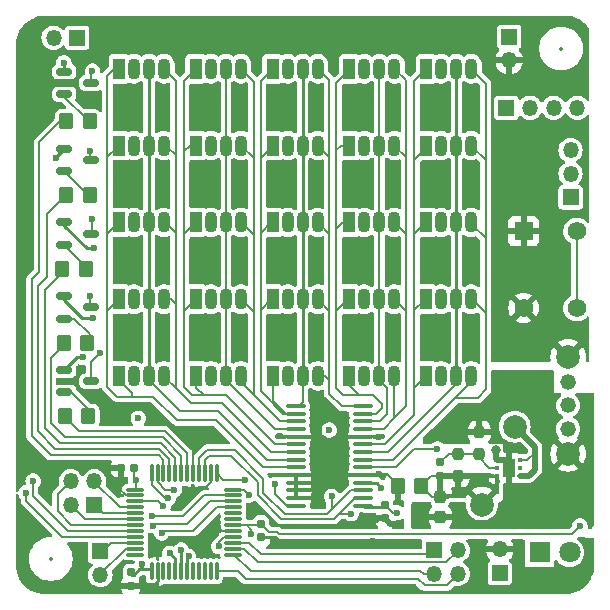
<source format=gbl>
%TF.GenerationSoftware,KiCad,Pcbnew,8.0.4*%
%TF.CreationDate,2024-08-07T18:13:10-04:00*%
%TF.ProjectId,led_2048,6c65645f-3230-4343-982e-6b696361645f,rev?*%
%TF.SameCoordinates,Original*%
%TF.FileFunction,Copper,L4,Bot*%
%TF.FilePolarity,Positive*%
%FSLAX46Y46*%
G04 Gerber Fmt 4.6, Leading zero omitted, Abs format (unit mm)*
G04 Created by KiCad (PCBNEW 8.0.4) date 2024-08-07 18:13:10*
%MOMM*%
%LPD*%
G01*
G04 APERTURE LIST*
G04 Aperture macros list*
%AMRoundRect*
0 Rectangle with rounded corners*
0 $1 Rounding radius*
0 $2 $3 $4 $5 $6 $7 $8 $9 X,Y pos of 4 corners*
0 Add a 4 corners polygon primitive as box body*
4,1,4,$2,$3,$4,$5,$6,$7,$8,$9,$2,$3,0*
0 Add four circle primitives for the rounded corners*
1,1,$1+$1,$2,$3*
1,1,$1+$1,$4,$5*
1,1,$1+$1,$6,$7*
1,1,$1+$1,$8,$9*
0 Add four rect primitives between the rounded corners*
20,1,$1+$1,$2,$3,$4,$5,0*
20,1,$1+$1,$4,$5,$6,$7,0*
20,1,$1+$1,$6,$7,$8,$9,0*
20,1,$1+$1,$8,$9,$2,$3,0*%
G04 Aperture macros list end*
%TA.AperFunction,ComponentPad*%
%ADD10R,1.070000X1.800000*%
%TD*%
%TA.AperFunction,ComponentPad*%
%ADD11O,1.070000X1.800000*%
%TD*%
%TA.AperFunction,ComponentPad*%
%ADD12C,2.006600*%
%TD*%
%TA.AperFunction,ComponentPad*%
%ADD13C,1.320800*%
%TD*%
%TA.AperFunction,ComponentPad*%
%ADD14R,1.575000X1.575000*%
%TD*%
%TA.AperFunction,ComponentPad*%
%ADD15C,1.575000*%
%TD*%
%TA.AperFunction,ComponentPad*%
%ADD16R,1.800000X1.800000*%
%TD*%
%TA.AperFunction,ComponentPad*%
%ADD17C,1.800000*%
%TD*%
%TA.AperFunction,ComponentPad*%
%ADD18C,2.000000*%
%TD*%
%TA.AperFunction,ComponentPad*%
%ADD19R,1.350000X1.350000*%
%TD*%
%TA.AperFunction,ComponentPad*%
%ADD20O,1.350000X1.350000*%
%TD*%
%TA.AperFunction,SMDPad,CuDef*%
%ADD21RoundRect,0.150000X-0.512500X-0.150000X0.512500X-0.150000X0.512500X0.150000X-0.512500X0.150000X0*%
%TD*%
%TA.AperFunction,SMDPad,CuDef*%
%ADD22RoundRect,0.155000X0.155000X-0.212500X0.155000X0.212500X-0.155000X0.212500X-0.155000X-0.212500X0*%
%TD*%
%TA.AperFunction,SMDPad,CuDef*%
%ADD23R,0.450013X0.400000*%
%TD*%
%TA.AperFunction,SMDPad,CuDef*%
%ADD24R,1.000000X1.600000*%
%TD*%
%TA.AperFunction,SMDPad,CuDef*%
%ADD25RoundRect,0.155000X-0.155000X0.212500X-0.155000X-0.212500X0.155000X-0.212500X0.155000X0.212500X0*%
%TD*%
%TA.AperFunction,SMDPad,CuDef*%
%ADD26O,1.731496X0.343002*%
%TD*%
%TA.AperFunction,SMDPad,CuDef*%
%ADD27RoundRect,0.250000X-0.350000X-0.450000X0.350000X-0.450000X0.350000X0.450000X-0.350000X0.450000X0*%
%TD*%
%TA.AperFunction,SMDPad,CuDef*%
%ADD28RoundRect,0.237500X-0.237500X0.300000X-0.237500X-0.300000X0.237500X-0.300000X0.237500X0.300000X0*%
%TD*%
%TA.AperFunction,SMDPad,CuDef*%
%ADD29RoundRect,0.075000X0.662500X0.075000X-0.662500X0.075000X-0.662500X-0.075000X0.662500X-0.075000X0*%
%TD*%
%TA.AperFunction,SMDPad,CuDef*%
%ADD30RoundRect,0.075000X0.075000X0.662500X-0.075000X0.662500X-0.075000X-0.662500X0.075000X-0.662500X0*%
%TD*%
%TA.AperFunction,SMDPad,CuDef*%
%ADD31RoundRect,0.237500X-0.237500X0.250000X-0.237500X-0.250000X0.237500X-0.250000X0.237500X0.250000X0*%
%TD*%
%TA.AperFunction,SMDPad,CuDef*%
%ADD32RoundRect,0.155000X0.212500X0.155000X-0.212500X0.155000X-0.212500X-0.155000X0.212500X-0.155000X0*%
%TD*%
%TA.AperFunction,ViaPad*%
%ADD33C,0.600000*%
%TD*%
%TA.AperFunction,ViaPad*%
%ADD34C,0.800000*%
%TD*%
%TA.AperFunction,Conductor*%
%ADD35C,0.500000*%
%TD*%
%TA.AperFunction,Conductor*%
%ADD36C,0.200000*%
%TD*%
%TA.AperFunction,Conductor*%
%ADD37C,0.250000*%
%TD*%
%ADD38C,0.300000*%
%ADD39C,0.350000*%
G04 APERTURE END LIST*
D10*
%TO.P,D27,1,RK*%
%TO.N,/LED Matrix/OUT9*%
X205375000Y-78010000D03*
D11*
%TO.P,D27,2,A*%
%TO.N,Multiplex 5*%
X206645000Y-78010000D03*
%TO.P,D27,3,GK*%
%TO.N,/LED Matrix/OUT10*%
X207915000Y-78010000D03*
%TO.P,D27,4,BK*%
%TO.N,/LED Matrix/OUT11*%
X209185000Y-78010000D03*
%TD*%
D10*
%TO.P,D23,1,RK*%
%TO.N,/LED Matrix/OUT12*%
X211885000Y-71510000D03*
D11*
%TO.P,D23,2,A*%
%TO.N,Multiplex 4*%
X213155000Y-71510000D03*
%TO.P,D23,3,GK*%
%TO.N,/LED Matrix/OUT13*%
X214425000Y-71510000D03*
%TO.P,D23,4,BK*%
%TO.N,/LED Matrix/OUT14*%
X215695000Y-71510000D03*
%TD*%
D10*
%TO.P,D12,1,RK*%
%TO.N,/LED Matrix/OUT9*%
X205385000Y-58510000D03*
D11*
%TO.P,D12,2,A*%
%TO.N,Multiplex 2*%
X206655000Y-58510000D03*
%TO.P,D12,3,GK*%
%TO.N,/LED Matrix/OUT10*%
X207925000Y-58510000D03*
%TO.P,D12,4,BK*%
%TO.N,/LED Matrix/OUT11*%
X209195000Y-58510000D03*
%TD*%
D10*
%TO.P,D28,1,RK*%
%TO.N,/LED Matrix/OUT12*%
X211885000Y-78010000D03*
D11*
%TO.P,D28,2,A*%
%TO.N,Multiplex 5*%
X213155000Y-78010000D03*
%TO.P,D28,3,GK*%
%TO.N,/LED Matrix/OUT13*%
X214425000Y-78010000D03*
%TO.P,D28,4,BK*%
%TO.N,/LED Matrix/OUT14*%
X215695000Y-78010000D03*
%TD*%
D12*
%TO.P,SW1,5,SH2*%
%TO.N,GND*%
X223900000Y-76400001D03*
%TO.P,SW1,4,SH1*%
X223900000Y-84599999D03*
D13*
%TO.P,SW1,3,C*%
%TO.N,unconnected-(SW1-C-Pad3)*%
X223900000Y-78499999D03*
%TO.P,SW1,2,B*%
%TO.N,Net-(BT1-+)*%
X223900000Y-80500000D03*
%TO.P,SW1,1,A*%
%TO.N,Net-(SW1-A)*%
X223900000Y-82500000D03*
%TD*%
D10*
%TO.P,D7,1,RK*%
%TO.N,/LED Matrix/OUT9*%
X205385000Y-52010000D03*
D11*
%TO.P,D7,2,A*%
%TO.N,Multiplex 1*%
X206655000Y-52010000D03*
%TO.P,D7,3,GK*%
%TO.N,/LED Matrix/OUT10*%
X207925000Y-52010000D03*
%TO.P,D7,4,BK*%
%TO.N,/LED Matrix/OUT11*%
X209195000Y-52010000D03*
%TD*%
D10*
%TO.P,D14,1,RK*%
%TO.N,/LED Matrix/OUT0*%
X185875000Y-65010000D03*
D11*
%TO.P,D14,2,A*%
%TO.N,Multiplex 3*%
X187145000Y-65010000D03*
%TO.P,D14,3,GK*%
%TO.N,/LED Matrix/OUT1*%
X188415000Y-65010000D03*
%TO.P,D14,4,BK*%
%TO.N,/LED Matrix/OUT2*%
X189685000Y-65010000D03*
%TD*%
D10*
%TO.P,D22,1,RK*%
%TO.N,/LED Matrix/OUT9*%
X205380000Y-71510000D03*
D11*
%TO.P,D22,2,A*%
%TO.N,Multiplex 4*%
X206650000Y-71510000D03*
%TO.P,D22,3,GK*%
%TO.N,/LED Matrix/OUT10*%
X207920000Y-71510000D03*
%TO.P,D22,4,BK*%
%TO.N,/LED Matrix/OUT11*%
X209190000Y-71510000D03*
%TD*%
D10*
%TO.P,D5,1,RK*%
%TO.N,/LED Matrix/OUT3*%
X192385000Y-52010000D03*
D11*
%TO.P,D5,2,A*%
%TO.N,Multiplex 1*%
X193655000Y-52010000D03*
%TO.P,D5,3,GK*%
%TO.N,/LED Matrix/OUT4*%
X194925000Y-52010000D03*
%TO.P,D5,4,BK*%
%TO.N,/LED Matrix/OUT5*%
X196195000Y-52010000D03*
%TD*%
D10*
%TO.P,D13,1,RK*%
%TO.N,/LED Matrix/OUT12*%
X211885000Y-58510000D03*
D11*
%TO.P,D13,2,A*%
%TO.N,Multiplex 2*%
X213155000Y-58510000D03*
%TO.P,D13,3,GK*%
%TO.N,/LED Matrix/OUT13*%
X214425000Y-58510000D03*
%TO.P,D13,4,BK*%
%TO.N,/LED Matrix/OUT14*%
X215695000Y-58510000D03*
%TD*%
D14*
%TO.P,SW2,1,1*%
%TO.N,GND*%
X220125000Y-65750000D03*
D15*
%TO.P,SW2,2,2*%
X220125000Y-72250000D03*
%TO.P,SW2,3,K*%
%TO.N,/MCU/~{RESET}*%
X224625000Y-65750000D03*
%TO.P,SW2,4,A*%
X224625000Y-72250000D03*
%TD*%
D10*
%TO.P,D10,1,RK*%
%TO.N,/LED Matrix/OUT3*%
X192385000Y-58510000D03*
D11*
%TO.P,D10,2,A*%
%TO.N,Multiplex 2*%
X193655000Y-58510000D03*
%TO.P,D10,3,GK*%
%TO.N,/LED Matrix/OUT4*%
X194925000Y-58510000D03*
%TO.P,D10,4,BK*%
%TO.N,/LED Matrix/OUT5*%
X196195000Y-58510000D03*
%TD*%
D10*
%TO.P,D8,1,RK*%
%TO.N,/LED Matrix/OUT12*%
X211885000Y-52010000D03*
D11*
%TO.P,D8,2,A*%
%TO.N,Multiplex 1*%
X213155000Y-52010000D03*
%TO.P,D8,3,GK*%
%TO.N,/LED Matrix/OUT13*%
X214425000Y-52010000D03*
%TO.P,D8,4,BK*%
%TO.N,/LED Matrix/OUT14*%
X215695000Y-52010000D03*
%TD*%
D10*
%TO.P,D4,1,RK*%
%TO.N,/LED Matrix/OUT0*%
X185875000Y-52010000D03*
D11*
%TO.P,D4,2,A*%
%TO.N,Multiplex 1*%
X187145000Y-52010000D03*
%TO.P,D4,3,GK*%
%TO.N,/LED Matrix/OUT1*%
X188415000Y-52010000D03*
%TO.P,D4,4,BK*%
%TO.N,/LED Matrix/OUT2*%
X189685000Y-52010000D03*
%TD*%
D10*
%TO.P,D26,1,RK*%
%TO.N,/LED Matrix/OUT6*%
X198875000Y-78010000D03*
D11*
%TO.P,D26,2,A*%
%TO.N,Multiplex 5*%
X200145000Y-78010000D03*
%TO.P,D26,3,GK*%
%TO.N,/LED Matrix/OUT7*%
X201415000Y-78010000D03*
%TO.P,D26,4,BK*%
%TO.N,/LED Matrix/OUT8*%
X202685000Y-78010000D03*
%TD*%
D10*
%TO.P,D6,1,RK*%
%TO.N,/LED Matrix/OUT6*%
X198885000Y-52010000D03*
D11*
%TO.P,D6,2,A*%
%TO.N,Multiplex 1*%
X200155000Y-52010000D03*
%TO.P,D6,3,GK*%
%TO.N,/LED Matrix/OUT7*%
X201425000Y-52010000D03*
%TO.P,D6,4,BK*%
%TO.N,/LED Matrix/OUT8*%
X202695000Y-52010000D03*
%TD*%
D16*
%TO.P,D29,1,K*%
%TO.N,/LED Matrix/OUT15*%
X221475000Y-92959835D03*
D17*
%TO.P,D29,2,A*%
%TO.N,VDD*%
X224015000Y-92959835D03*
%TD*%
D18*
%TO.P,TP2,1,1*%
%TO.N,Net-(JP1-A)*%
X216600000Y-88900000D03*
%TD*%
D10*
%TO.P,D25,1,RK*%
%TO.N,/LED Matrix/OUT3*%
X192375000Y-78010000D03*
D11*
%TO.P,D25,2,A*%
%TO.N,Multiplex 5*%
X193645000Y-78010000D03*
%TO.P,D25,3,GK*%
%TO.N,/LED Matrix/OUT4*%
X194915000Y-78010000D03*
%TO.P,D25,4,BK*%
%TO.N,/LED Matrix/OUT5*%
X196185000Y-78010000D03*
%TD*%
D10*
%TO.P,D20,1,RK*%
%TO.N,/LED Matrix/OUT3*%
X192375000Y-71510000D03*
D11*
%TO.P,D20,2,A*%
%TO.N,Multiplex 4*%
X193645000Y-71510000D03*
%TO.P,D20,3,GK*%
%TO.N,/LED Matrix/OUT4*%
X194915000Y-71510000D03*
%TO.P,D20,4,BK*%
%TO.N,/LED Matrix/OUT5*%
X196185000Y-71510000D03*
%TD*%
D19*
%TO.P,J12,1,Pin_1*%
%TO.N,/MCU/Score data*%
X224100000Y-62900000D03*
D20*
%TO.P,J12,2,Pin_2*%
%TO.N,/MCU/Score latch*%
X224100000Y-60900000D03*
%TO.P,J12,3,Pin_3*%
%TO.N,/MCU/Score clk*%
X224100000Y-58900000D03*
%TD*%
D19*
%TO.P,J4,1,Pin_1*%
%TO.N,/MCU/Misc GPIO 1*%
X182325000Y-49375000D03*
D20*
%TO.P,J4,2,Pin_2*%
%TO.N,/MCU/Misc GPIO 2*%
X180325000Y-49375000D03*
%TD*%
D10*
%TO.P,D11,1,RK*%
%TO.N,/LED Matrix/OUT6*%
X198885000Y-58510000D03*
D11*
%TO.P,D11,2,A*%
%TO.N,Multiplex 2*%
X200155000Y-58510000D03*
%TO.P,D11,3,GK*%
%TO.N,/LED Matrix/OUT7*%
X201425000Y-58510000D03*
%TO.P,D11,4,BK*%
%TO.N,/LED Matrix/OUT8*%
X202695000Y-58510000D03*
%TD*%
D10*
%TO.P,D15,1,RK*%
%TO.N,/LED Matrix/OUT3*%
X192375000Y-65010000D03*
D11*
%TO.P,D15,2,A*%
%TO.N,Multiplex 3*%
X193645000Y-65010000D03*
%TO.P,D15,3,GK*%
%TO.N,/LED Matrix/OUT4*%
X194915000Y-65010000D03*
%TO.P,D15,4,BK*%
%TO.N,/LED Matrix/OUT5*%
X196185000Y-65010000D03*
%TD*%
D10*
%TO.P,D19,1,RK*%
%TO.N,/LED Matrix/OUT0*%
X185875000Y-71510000D03*
D11*
%TO.P,D19,2,A*%
%TO.N,Multiplex 4*%
X187145000Y-71510000D03*
%TO.P,D19,3,GK*%
%TO.N,/LED Matrix/OUT1*%
X188415000Y-71510000D03*
%TO.P,D19,4,BK*%
%TO.N,/LED Matrix/OUT2*%
X189685000Y-71510000D03*
%TD*%
D10*
%TO.P,D16,1,RK*%
%TO.N,/LED Matrix/OUT6*%
X198875000Y-65010000D03*
D11*
%TO.P,D16,2,A*%
%TO.N,Multiplex 3*%
X200145000Y-65010000D03*
%TO.P,D16,3,GK*%
%TO.N,/LED Matrix/OUT7*%
X201415000Y-65010000D03*
%TO.P,D16,4,BK*%
%TO.N,/LED Matrix/OUT8*%
X202685000Y-65010000D03*
%TD*%
D10*
%TO.P,D17,1,RK*%
%TO.N,/LED Matrix/OUT9*%
X205375000Y-65010000D03*
D11*
%TO.P,D17,2,A*%
%TO.N,Multiplex 3*%
X206645000Y-65010000D03*
%TO.P,D17,3,GK*%
%TO.N,/LED Matrix/OUT10*%
X207915000Y-65010000D03*
%TO.P,D17,4,BK*%
%TO.N,/LED Matrix/OUT11*%
X209185000Y-65010000D03*
%TD*%
D10*
%TO.P,D24,1,RK*%
%TO.N,/LED Matrix/OUT0*%
X185875000Y-78010000D03*
D11*
%TO.P,D24,2,A*%
%TO.N,Multiplex 5*%
X187145000Y-78010000D03*
%TO.P,D24,3,GK*%
%TO.N,/LED Matrix/OUT1*%
X188415000Y-78010000D03*
%TO.P,D24,4,BK*%
%TO.N,/LED Matrix/OUT2*%
X189685000Y-78010000D03*
%TD*%
D10*
%TO.P,D18,1,RK*%
%TO.N,/LED Matrix/OUT12*%
X211885000Y-65010000D03*
D11*
%TO.P,D18,2,A*%
%TO.N,Multiplex 3*%
X213155000Y-65010000D03*
%TO.P,D18,3,GK*%
%TO.N,/LED Matrix/OUT13*%
X214425000Y-65010000D03*
%TO.P,D18,4,BK*%
%TO.N,/LED Matrix/OUT14*%
X215695000Y-65010000D03*
%TD*%
D18*
%TO.P,TP1,1,1*%
%TO.N,Net-(SW1-A)*%
X219375000Y-82300000D03*
%TD*%
D10*
%TO.P,D21,1,RK*%
%TO.N,/LED Matrix/OUT6*%
X198875000Y-71510000D03*
D11*
%TO.P,D21,2,A*%
%TO.N,Multiplex 4*%
X200145000Y-71510000D03*
%TO.P,D21,3,GK*%
%TO.N,/LED Matrix/OUT7*%
X201415000Y-71510000D03*
%TO.P,D21,4,BK*%
%TO.N,/LED Matrix/OUT8*%
X202685000Y-71510000D03*
%TD*%
D10*
%TO.P,D9,1,RK*%
%TO.N,/LED Matrix/OUT0*%
X185875000Y-58510000D03*
D11*
%TO.P,D9,2,A*%
%TO.N,Multiplex 2*%
X187145000Y-58510000D03*
%TO.P,D9,3,GK*%
%TO.N,/LED Matrix/OUT1*%
X188415000Y-58510000D03*
%TO.P,D9,4,BK*%
%TO.N,/LED Matrix/OUT2*%
X189685000Y-58510000D03*
%TD*%
D21*
%TO.P,Q1,1,B*%
%TO.N,Net-(Q1-B)*%
X181237500Y-54159835D03*
%TO.P,Q1,2,E*%
%TO.N,VDD*%
X181237500Y-52259835D03*
%TO.P,Q1,3,C*%
%TO.N,Multiplex 1*%
X183512500Y-53209835D03*
%TD*%
%TO.P,Q3,1,B*%
%TO.N,Net-(Q3-B)*%
X181237500Y-66909835D03*
%TO.P,Q3,2,E*%
%TO.N,VDD*%
X181237500Y-65009835D03*
%TO.P,Q3,3,C*%
%TO.N,Multiplex 3*%
X183512500Y-65959835D03*
%TD*%
D22*
%TO.P,C10,1*%
%TO.N,GND*%
X208400000Y-90067500D03*
%TO.P,C10,2*%
%TO.N,VDD*%
X208400000Y-88932500D03*
%TD*%
D23*
%TO.P,U1,1,OUT*%
%TO.N,Net-(JP1-A)*%
X217899841Y-86459899D03*
%TO.P,U1,2,NR/FB*%
%TO.N,Net-(U1-NR{slash}FB)*%
X217899841Y-85809886D03*
%TO.P,U1,3,GND*%
%TO.N,GND*%
X217899841Y-85159873D03*
%TO.P,U1,4,EN*%
%TO.N,Net-(SW1-A)*%
X219850057Y-85159873D03*
%TO.P,U1,5,NC*%
%TO.N,unconnected-(U1-NC-Pad5)*%
X219850057Y-85809886D03*
%TO.P,U1,6,IN*%
%TO.N,Net-(SW1-A)*%
X219850057Y-86459899D03*
D24*
%TO.P,U1,7,EP*%
%TO.N,GND*%
X218874949Y-85809886D03*
%TD*%
D19*
%TO.P,J7,1*%
%TO.N,Multiplex 1*%
X218675000Y-55300000D03*
D20*
%TO.P,J7,2*%
%TO.N,Multiplex 2*%
X220675000Y-55300000D03*
%TO.P,J7,3*%
%TO.N,Multiplex 3*%
X222675000Y-55300000D03*
%TO.P,J7,4*%
%TO.N,Multiplex 4*%
X224675000Y-55300000D03*
%TD*%
D25*
%TO.P,C9,1*%
%TO.N,/MCU/~{RESET}*%
X197875000Y-90532500D03*
%TO.P,C9,2*%
%TO.N,GND*%
X197875000Y-91667500D03*
%TD*%
D19*
%TO.P,J5,1,Pin_1*%
%TO.N,/MCU/Misc GPIO 3*%
X184290000Y-92870000D03*
D20*
%TO.P,J5,2,Pin_2*%
%TO.N,/MCU/Misc GPIO 4*%
X184290000Y-94870000D03*
%TD*%
D19*
%TO.P,J2,1,Pin_1*%
%TO.N,/MCU/Button 1*%
X183780801Y-88935721D03*
D20*
%TO.P,J2,2,Pin_2*%
%TO.N,/MCU/Button 2*%
X181780801Y-88935721D03*
%TO.P,J2,3,Pin_3*%
%TO.N,/MCU/Button 3*%
X183780801Y-86935721D03*
%TO.P,J2,4,Pin_4*%
%TO.N,/MCU/Button 4*%
X181780801Y-86935721D03*
%TD*%
D21*
%TO.P,Q2,1,B*%
%TO.N,Net-(Q2-B)*%
X181237500Y-60659835D03*
%TO.P,Q2,2,E*%
%TO.N,VDD*%
X181237500Y-58759835D03*
%TO.P,Q2,3,C*%
%TO.N,Multiplex 2*%
X183512500Y-59709835D03*
%TD*%
D26*
%TO.P,U3,1,REXT*%
%TO.N,Net-(U3-REXT)*%
X200825000Y-89000127D03*
%TO.P,U3,2,A0*%
%TO.N,GND*%
X200825000Y-88350140D03*
%TO.P,U3,3,A1*%
X200825000Y-87700153D03*
%TO.P,U3,4,A2*%
X200825000Y-87050166D03*
%TO.P,U3,5,A3*%
X200825000Y-86400178D03*
%TO.P,U3,6,OUT0#*%
%TO.N,/LED Matrix/OUT0*%
X200825000Y-85750191D03*
%TO.P,U3,7,OUT1#*%
%TO.N,/LED Matrix/OUT1*%
X200825000Y-85099950D03*
%TO.P,U3,8,OUT2#*%
%TO.N,/LED Matrix/OUT2*%
X200825000Y-84449962D03*
%TO.P,U3,9,OUT3#*%
%TO.N,/LED Matrix/OUT3*%
X200825000Y-83799975D03*
%TO.P,U3,10,GND*%
%TO.N,GND*%
X200825000Y-83149988D03*
%TO.P,U3,11,OUT4#*%
%TO.N,/LED Matrix/OUT4*%
X200825000Y-82500000D03*
%TO.P,U3,12,OUT5#*%
%TO.N,/LED Matrix/OUT5*%
X200825000Y-81850013D03*
%TO.P,U3,13,OUT6#*%
%TO.N,/LED Matrix/OUT6*%
X200825000Y-81200026D03*
%TO.P,U3,14,OUT7#*%
%TO.N,/LED Matrix/OUT7*%
X200825000Y-80550039D03*
%TO.P,U3,15,OUT8#*%
%TO.N,/LED Matrix/OUT8*%
X206556522Y-80550039D03*
%TO.P,U3,16,OUT9#*%
%TO.N,/LED Matrix/OUT9*%
X206556522Y-81200026D03*
%TO.P,U3,17,OUT10#*%
%TO.N,/LED Matrix/OUT10*%
X206556522Y-81850013D03*
%TO.P,U3,18,OUT11#*%
%TO.N,/LED Matrix/OUT11*%
X206556522Y-82500000D03*
%TO.P,U3,19,GND*%
%TO.N,GND*%
X206556522Y-83149988D03*
%TO.P,U3,20,OUT12#*%
%TO.N,/LED Matrix/OUT12*%
X206556522Y-83799975D03*
%TO.P,U3,21,OUT13#*%
%TO.N,/LED Matrix/OUT13*%
X206556522Y-84449962D03*
%TO.P,U3,22,OUT14#*%
%TO.N,/LED Matrix/OUT14*%
X206556522Y-85099950D03*
%TO.P,U3,23,OUT15#*%
%TO.N,/LED Matrix/OUT15*%
X206556522Y-85750191D03*
%TO.P,U3,24,GND*%
%TO.N,GND*%
X206556522Y-86400178D03*
%TO.P,U3,25,RESET#*%
%TO.N,TLC Reset*%
X206556522Y-87050166D03*
%TO.P,U3,26,SCL*%
%TO.N,SCL*%
X206556522Y-87700153D03*
%TO.P,U3,27,SDA*%
%TO.N,SDA*%
X206556522Y-88350140D03*
%TO.P,U3,28,VCC*%
%TO.N,VDD*%
X206556522Y-89000127D03*
%TD*%
D27*
%TO.P,R7,1*%
%TO.N,/MCU/MUX1*%
X181375000Y-56459835D03*
%TO.P,R7,2*%
%TO.N,Net-(Q1-B)*%
X183375000Y-56459835D03*
%TD*%
D28*
%TO.P,C2,1*%
%TO.N,Net-(JP1-A)*%
X213075000Y-88237500D03*
%TO.P,C2,2*%
%TO.N,GND*%
X213075000Y-89962500D03*
%TD*%
D25*
%TO.P,C4,1*%
%TO.N,VDD*%
X186875000Y-94632500D03*
%TO.P,C4,2*%
%TO.N,GND*%
X186875000Y-95767500D03*
%TD*%
D21*
%TO.P,Q5,1,B*%
%TO.N,Net-(Q5-B)*%
X181237500Y-79409835D03*
%TO.P,Q5,2,E*%
%TO.N,VDD*%
X181237500Y-77509835D03*
%TO.P,Q5,3,C*%
%TO.N,Multiplex 5*%
X183512500Y-78459835D03*
%TD*%
D27*
%TO.P,R9,1*%
%TO.N,/MCU/MUX3*%
X181075000Y-69000000D03*
%TO.P,R9,2*%
%TO.N,Net-(Q3-B)*%
X183075000Y-69000000D03*
%TD*%
%TO.P,R8,1*%
%TO.N,/MCU/MUX2*%
X181375000Y-62709835D03*
%TO.P,R8,2*%
%TO.N,Net-(Q2-B)*%
X183375000Y-62709835D03*
%TD*%
D29*
%TO.P,U2,1,VBAT*%
%TO.N,VDD*%
X195550000Y-87634835D03*
%TO.P,U2,2,PC13*%
%TO.N,/MCU/Red LED*%
X195550000Y-88134835D03*
%TO.P,U2,3,PC14*%
%TO.N,/MCU/Blue LED*%
X195550000Y-88634835D03*
%TO.P,U2,4,PC15*%
%TO.N,/MCU/Green LED*%
X195550000Y-89134835D03*
%TO.P,U2,5,PF0*%
%TO.N,unconnected-(U2-PF0-Pad5)*%
X195550000Y-89634835D03*
%TO.P,U2,6,PF1*%
%TO.N,unconnected-(U2-PF1-Pad6)*%
X195550000Y-90134835D03*
%TO.P,U2,7,NRST*%
%TO.N,/MCU/~{RESET}*%
X195550000Y-90634835D03*
%TO.P,U2,8,VSSA*%
%TO.N,GND*%
X195550000Y-91134835D03*
%TO.P,U2,9,VDDA*%
%TO.N,Net-(U2-VDDA)*%
X195550000Y-91634835D03*
%TO.P,U2,10,PA0*%
%TO.N,/MCU/Button 5*%
X195550000Y-92134835D03*
%TO.P,U2,11,PA1*%
%TO.N,/MCU/Button 6*%
X195550000Y-92634835D03*
%TO.P,U2,12,PA2*%
%TO.N,/MCU/Button 7*%
X195550000Y-93134835D03*
D30*
%TO.P,U2,13,PA3*%
%TO.N,/MCU/Button 8*%
X194137500Y-94547335D03*
%TO.P,U2,14,PA4*%
%TO.N,unconnected-(U2-PA4-Pad14)*%
X193637500Y-94547335D03*
%TO.P,U2,15,PA5*%
%TO.N,unconnected-(U2-PA5-Pad15)*%
X193137500Y-94547335D03*
%TO.P,U2,16,PA6*%
%TO.N,unconnected-(U2-PA6-Pad16)*%
X192637500Y-94547335D03*
%TO.P,U2,17,PA7*%
%TO.N,unconnected-(U2-PA7-Pad17)*%
X192137500Y-94547335D03*
%TO.P,U2,18,PB0*%
%TO.N,/MCU/Score clk*%
X191637500Y-94547335D03*
%TO.P,U2,19,PB1*%
%TO.N,/MCU/Score latch*%
X191137500Y-94547335D03*
%TO.P,U2,20,PB2*%
%TO.N,/MCU/Score data*%
X190637500Y-94547335D03*
%TO.P,U2,21,PB10*%
%TO.N,unconnected-(U2-PB10-Pad21)*%
X190137500Y-94547335D03*
%TO.P,U2,22,PB11*%
%TO.N,unconnected-(U2-PB11-Pad22)*%
X189637500Y-94547335D03*
%TO.P,U2,23,VSS*%
%TO.N,GND*%
X189137500Y-94547335D03*
%TO.P,U2,24,VDD*%
%TO.N,VDD*%
X188637500Y-94547335D03*
D29*
%TO.P,U2,25,PB12*%
%TO.N,unconnected-(U2-PB12-Pad25)*%
X187225000Y-93134835D03*
%TO.P,U2,26,PB13*%
%TO.N,/MCU/Misc GPIO 4*%
X187225000Y-92634835D03*
%TO.P,U2,27,PB14*%
%TO.N,/MCU/Misc GPIO 3*%
X187225000Y-92134835D03*
%TO.P,U2,28,PB15*%
%TO.N,/MCU/Misc GPIO 2*%
X187225000Y-91634835D03*
%TO.P,U2,29,PA8*%
%TO.N,/MCU/Misc GPIO 1*%
X187225000Y-91134835D03*
%TO.P,U2,30,PA9*%
%TO.N,/MCU/Button 4*%
X187225000Y-90634835D03*
%TO.P,U2,31,PA10*%
%TO.N,/MCU/Button 2*%
X187225000Y-90134835D03*
%TO.P,U2,32,PA11*%
%TO.N,/MCU/Button 1*%
X187225000Y-89634835D03*
%TO.P,U2,33,PA12*%
%TO.N,/MCU/Button 3*%
X187225000Y-89134835D03*
%TO.P,U2,34,PA13*%
%TO.N,/MCU/SWDIO*%
X187225000Y-88634835D03*
%TO.P,U2,35,VSS*%
%TO.N,GND*%
X187225000Y-88134835D03*
%TO.P,U2,36,VDD*%
%TO.N,VDD*%
X187225000Y-87634835D03*
D30*
%TO.P,U2,37,PA14*%
%TO.N,/MCU/SWCLK*%
X188637500Y-86222335D03*
%TO.P,U2,38,PA15*%
%TO.N,TLC Reset*%
X189137500Y-86222335D03*
%TO.P,U2,39,PB3*%
%TO.N,/MCU/MUX1*%
X189637500Y-86222335D03*
%TO.P,U2,40,PB4*%
%TO.N,/MCU/MUX2*%
X190137500Y-86222335D03*
%TO.P,U2,41,PB5*%
%TO.N,/MCU/MUX3*%
X190637500Y-86222335D03*
%TO.P,U2,42,PB6*%
%TO.N,/MCU/MUX4*%
X191137500Y-86222335D03*
%TO.P,U2,43,PB7*%
%TO.N,/MCU/MUX5*%
X191637500Y-86222335D03*
%TO.P,U2,44,BOOT0*%
%TO.N,GND*%
X192137500Y-86222335D03*
%TO.P,U2,45,PB8*%
%TO.N,SCL*%
X192637500Y-86222335D03*
%TO.P,U2,46,PB9*%
%TO.N,SDA*%
X193137500Y-86222335D03*
%TO.P,U2,47,VSS*%
%TO.N,GND*%
X193637500Y-86222335D03*
%TO.P,U2,48,VDD*%
%TO.N,VDD*%
X194137500Y-86222335D03*
%TD*%
D19*
%TO.P,REF\u002A\u002A,1*%
%TO.N,VDD*%
X218100000Y-94700000D03*
D20*
%TO.P,REF\u002A\u002A,2*%
%TO.N,GND*%
X218100000Y-92700000D03*
%TD*%
D31*
%TO.P,R6,1*%
%TO.N,GND*%
X216375000Y-82787500D03*
%TO.P,R6,2*%
%TO.N,Net-(U1-NR{slash}FB)*%
X216375000Y-84612500D03*
%TD*%
D22*
%TO.P,C1,1*%
%TO.N,Net-(JP1-A)*%
X213075000Y-86467500D03*
%TO.P,C1,2*%
%TO.N,Net-(U1-NR{slash}FB)*%
X213075000Y-85332500D03*
%TD*%
D27*
%TO.P,R5,1*%
%TO.N,GND*%
X209475000Y-87300000D03*
%TO.P,R5,2*%
%TO.N,Net-(JP1-A)*%
X211475000Y-87300000D03*
%TD*%
D31*
%TO.P,R4,1*%
%TO.N,Net-(U1-NR{slash}FB)*%
X214575000Y-84637500D03*
%TO.P,R4,2*%
%TO.N,Net-(JP1-A)*%
X214575000Y-86462500D03*
%TD*%
D19*
%TO.P,REF\u002A\u002A,1*%
%TO.N,VDD*%
X218900000Y-49300000D03*
D20*
%TO.P,REF\u002A\u002A,2*%
%TO.N,GND*%
X218900000Y-51300000D03*
%TD*%
D21*
%TO.P,Q4,1,B*%
%TO.N,Net-(Q4-B)*%
X181237500Y-73159835D03*
%TO.P,Q4,2,E*%
%TO.N,VDD*%
X181237500Y-71259835D03*
%TO.P,Q4,3,C*%
%TO.N,Multiplex 4*%
X183512500Y-72209835D03*
%TD*%
D27*
%TO.P,R11,1*%
%TO.N,/MCU/MUX5*%
X181275000Y-81400000D03*
%TO.P,R11,2*%
%TO.N,Net-(Q5-B)*%
X183275000Y-81400000D03*
%TD*%
%TO.P,R10,1*%
%TO.N,/MCU/MUX4*%
X181175000Y-75200000D03*
%TO.P,R10,2*%
%TO.N,Net-(Q4-B)*%
X183175000Y-75200000D03*
%TD*%
D19*
%TO.P,J3,1,Pin_1*%
%TO.N,/MCU/Button 5*%
X212550000Y-92775000D03*
D20*
%TO.P,J3,2,Pin_2*%
%TO.N,/MCU/Button 6*%
X214550000Y-92775000D03*
%TO.P,J3,3,Pin_3*%
%TO.N,/MCU/Button 7*%
X212550000Y-94775000D03*
%TO.P,J3,4,Pin_4*%
%TO.N,/MCU/Button 8*%
X214550000Y-94775000D03*
%TD*%
D32*
%TO.P,C5,1*%
%TO.N,VDD*%
X187167500Y-85800000D03*
%TO.P,C5,2*%
%TO.N,GND*%
X186032500Y-85800000D03*
%TD*%
D33*
%TO.N,GND*%
X207600000Y-90200000D03*
D34*
X217800000Y-84300000D03*
D33*
%TO.N,/MCU/~{RESET}*%
X224900000Y-90700000D03*
%TO.N,GND*%
X202400000Y-86600000D03*
X202600000Y-80000000D03*
%TO.N,VDD*%
X196500000Y-86800000D03*
%TO.N,GND*%
X185150000Y-80700000D03*
X202200000Y-60300000D03*
X196000000Y-66800000D03*
X206200000Y-73400000D03*
X212900000Y-60200000D03*
X199473565Y-83109873D03*
X209200000Y-73300000D03*
X187845000Y-95570000D03*
X178200000Y-54600000D03*
X210700000Y-48600000D03*
X209100000Y-53800000D03*
X191900000Y-87933235D03*
X220300000Y-69300000D03*
X212400000Y-53700000D03*
X202600000Y-53700000D03*
X220300000Y-74200000D03*
X199700000Y-53600000D03*
X189600000Y-73300000D03*
X209100000Y-66900000D03*
X202425000Y-88359835D03*
X221700000Y-63200000D03*
X186700000Y-73200000D03*
X199800000Y-73400000D03*
X192600000Y-83800000D03*
X207925000Y-86350191D03*
X202500000Y-73300000D03*
X197600000Y-48500000D03*
X193100000Y-73400000D03*
X215700000Y-73300000D03*
X189600000Y-66800000D03*
X189800000Y-53900000D03*
X186700000Y-66800000D03*
X193200000Y-66800000D03*
X186200000Y-53800000D03*
X206200000Y-53600000D03*
X185900000Y-87000000D03*
X192300000Y-60300000D03*
X199700000Y-60300000D03*
X202500000Y-66700000D03*
X207925000Y-83159835D03*
X212700000Y-66800000D03*
X223400000Y-68900000D03*
X206100000Y-66800000D03*
X215500000Y-66700000D03*
X196200000Y-73200000D03*
X207375000Y-92000000D03*
X206000000Y-60300000D03*
X193300000Y-53700000D03*
X196300000Y-53800000D03*
X222700000Y-95200000D03*
X209331049Y-90517480D03*
X186400000Y-60300000D03*
X189600000Y-60300000D03*
X199800000Y-66800000D03*
X196100000Y-60200000D03*
X194250000Y-90834835D03*
X199646473Y-92220000D03*
X212700000Y-73300000D03*
X209000000Y-60400000D03*
X215600000Y-60200000D03*
X215600000Y-53600000D03*
X220700000Y-53200000D03*
%TO.N,VDD*%
X187300000Y-86800000D03*
X209400000Y-89600000D03*
X182825000Y-76450000D03*
X183775000Y-67200000D03*
X183675000Y-73100000D03*
X196900000Y-88100000D03*
X181200000Y-51500000D03*
X187825000Y-93970000D03*
X187500000Y-81600000D03*
X180500000Y-59600000D03*
%TO.N,Net-(U2-VDDA)*%
X194323303Y-92448892D03*
%TO.N,/MCU/~{RESET}*%
X197067574Y-91389056D03*
%TO.N,Multiplex 1*%
X183625000Y-52209835D03*
%TO.N,Multiplex 2*%
X183375000Y-58959835D03*
%TO.N,Multiplex 3*%
X183625000Y-64709835D03*
%TO.N,Multiplex 4*%
X183375000Y-71209835D03*
%TO.N,Multiplex 5*%
X184275000Y-76050000D03*
%TO.N,/LED Matrix/OUT15*%
X212825000Y-84200000D03*
%TO.N,/MCU/SWDIO*%
X189625000Y-89059835D03*
%TO.N,/MCU/SWCLK*%
X190025000Y-88359835D03*
%TO.N,Net-(U3-REXT)*%
X199100000Y-87200000D03*
%TO.N,SDA*%
X205525000Y-89659835D03*
%TO.N,SCL*%
X203875000Y-88209835D03*
%TO.N,TLC Reset*%
X190545000Y-87660000D03*
X208085000Y-87460000D03*
%TO.N,/MCU/Red LED*%
X188661863Y-89908038D03*
%TO.N,/MCU/Blue LED*%
X188775000Y-90700000D03*
%TO.N,/MCU/Green LED*%
X189475000Y-91300000D03*
%TO.N,/MCU/Misc GPIO 2*%
X178000000Y-87900000D03*
%TO.N,/MCU/Misc GPIO 1*%
X178600000Y-86900000D03*
%TO.N,/MCU/Score latch*%
X191137500Y-92762500D03*
%TO.N,/MCU/Score clk*%
X191762500Y-93300000D03*
%TO.N,/MCU/Score data*%
X190163411Y-93036589D03*
%TO.N,VDD*%
X203675000Y-82600000D03*
%TD*%
D35*
%TO.N,GND*%
X208849980Y-90517480D02*
X208400000Y-90067500D01*
X209331049Y-90517480D02*
X208849980Y-90517480D01*
D36*
%TO.N,VDD*%
X209067500Y-89600000D02*
X208400000Y-88932500D01*
X209400000Y-89600000D02*
X209067500Y-89600000D01*
D35*
%TO.N,GND*%
X217800000Y-84300000D02*
X217800000Y-85060032D01*
X217800000Y-85060032D02*
X217899841Y-85159873D01*
D36*
%TO.N,/MCU/SWCLK*%
X188637500Y-87237500D02*
X188637500Y-86222335D01*
X189759835Y-88359835D02*
X188637500Y-87237500D01*
X190025000Y-88359835D02*
X189759835Y-88359835D01*
%TO.N,/MCU/SWDIO*%
X189200000Y-88634835D02*
X187225000Y-88634835D01*
X189625000Y-89059835D02*
X189200000Y-88634835D01*
D35*
%TO.N,GND*%
X218624847Y-85159873D02*
X218874949Y-85409975D01*
X217899841Y-85159873D02*
X218624847Y-85159873D01*
D36*
%TO.N,/MCU/~{RESET}*%
X198585000Y-91242500D02*
X197875000Y-90532500D01*
X199270014Y-91242500D02*
X198585000Y-91242500D01*
X199427514Y-91400000D02*
X199270014Y-91242500D01*
X224200000Y-91400000D02*
X199427514Y-91400000D01*
X224900000Y-90700000D02*
X224200000Y-91400000D01*
%TO.N,GND*%
X193129745Y-87500000D02*
X193637500Y-86992245D01*
X192266765Y-87933235D02*
X192700000Y-87500000D01*
X192700000Y-87500000D02*
X193129745Y-87500000D01*
X191900000Y-87933235D02*
X192266765Y-87933235D01*
X193637500Y-86992245D02*
X193637500Y-86222335D01*
D37*
%TO.N,VDD*%
X206656395Y-89100000D02*
X208207500Y-89100000D01*
X206556522Y-89000127D02*
X206656395Y-89100000D01*
D36*
X194715165Y-86800000D02*
X194137500Y-86222335D01*
X196500000Y-86800000D02*
X194715165Y-86800000D01*
%TO.N,SDA*%
X193525000Y-84759835D02*
X193137500Y-85147335D01*
X195359835Y-84759835D02*
X193525000Y-84759835D01*
X193137500Y-85147335D02*
X193137500Y-86222335D01*
X197600000Y-87000000D02*
X195359835Y-84759835D01*
X199600000Y-90100000D02*
X197600000Y-88100000D01*
X204555382Y-89640217D02*
X204095599Y-90100000D01*
X204095599Y-90100000D02*
X199600000Y-90100000D01*
X197600000Y-88100000D02*
X197600000Y-87000000D01*
%TO.N,SCL*%
X198100000Y-87900000D02*
X198100000Y-86700000D01*
X195659835Y-84259835D02*
X193325000Y-84259835D01*
X193325000Y-84259835D02*
X192637500Y-84947335D01*
X192637500Y-84947335D02*
X192637500Y-86222335D01*
X199900000Y-89700000D02*
X198100000Y-87900000D01*
X203935000Y-89269835D02*
X203504835Y-89700000D01*
X203504835Y-89700000D02*
X199900000Y-89700000D01*
X198100000Y-86700000D02*
X195659835Y-84259835D01*
%TO.N,/LED Matrix/OUT0*%
X188759835Y-79759835D02*
X186975000Y-79759835D01*
X198050191Y-85750191D02*
X194059835Y-81759835D01*
X194059835Y-81759835D02*
X190759835Y-81759835D01*
X200825000Y-85750191D02*
X198050191Y-85750191D01*
X190759835Y-81759835D02*
X188759835Y-79759835D01*
%TO.N,/LED Matrix/OUT1*%
X194259835Y-80959835D02*
X190999835Y-80959835D01*
X198399950Y-85099950D02*
X194259835Y-80959835D01*
X200825000Y-85099950D02*
X198399950Y-85099950D01*
X190999835Y-80959835D02*
X188415000Y-78375000D01*
%TO.N,/LED Matrix/OUT2*%
X194592417Y-80309835D02*
X198742417Y-84459835D01*
X191925000Y-80309835D02*
X194592417Y-80309835D01*
X190675000Y-79059835D02*
X191925000Y-80309835D01*
X198742417Y-84459835D02*
X201043478Y-84459835D01*
%TO.N,VDD*%
X196900000Y-88100000D02*
X196434835Y-87634835D01*
X196434835Y-87634835D02*
X195550000Y-87634835D01*
%TO.N,Net-(SW1-A)*%
X220440127Y-85159873D02*
X221100000Y-84500000D01*
X219850057Y-85159873D02*
X220440127Y-85159873D01*
D35*
X220575063Y-86459899D02*
X219850057Y-86459899D01*
X221100000Y-85934962D02*
X220575063Y-86459899D01*
X221100000Y-84025000D02*
X221100000Y-85934962D01*
X219375000Y-82300000D02*
X221100000Y-84025000D01*
D36*
%TO.N,GND*%
X192400000Y-84000000D02*
X192137500Y-84262500D01*
X206556522Y-86400178D02*
X207875013Y-86400178D01*
X186455090Y-88134835D02*
X187225000Y-88134835D01*
X194250000Y-90834835D02*
X194550000Y-91134835D01*
D37*
X187725000Y-95690000D02*
X187027500Y-95690000D01*
X188880264Y-95609835D02*
X189137500Y-95352599D01*
X187884835Y-95609835D02*
X188880264Y-95609835D01*
X199093973Y-91667500D02*
X199646473Y-92220000D01*
D36*
X192400000Y-84000000D02*
X192600000Y-83800000D01*
X207925000Y-86350191D02*
X208525191Y-86350191D01*
X185900000Y-87579745D02*
X186455090Y-88134835D01*
D37*
X197875000Y-91667500D02*
X199093973Y-91667500D01*
D36*
X199513680Y-83149988D02*
X199473565Y-83109873D01*
X185900000Y-87000000D02*
X185900000Y-85932500D01*
D37*
X189137500Y-95352599D02*
X189137500Y-94547335D01*
D36*
X192137500Y-84262500D02*
X192137500Y-86222335D01*
X185900000Y-87000000D02*
X185900000Y-87579745D01*
X208525191Y-86350191D02*
X209475000Y-87300000D01*
X207875013Y-86400178D02*
X207925000Y-86350191D01*
X206556522Y-83149988D02*
X207915153Y-83149988D01*
X207915153Y-83149988D02*
X207925000Y-83159835D01*
D37*
X187845000Y-95570000D02*
X187884835Y-95609835D01*
D36*
X194550000Y-91134835D02*
X195550000Y-91134835D01*
X200825000Y-83149988D02*
X199513680Y-83149988D01*
D37*
X187845000Y-95570000D02*
X187725000Y-95690000D01*
%TO.N,VDD*%
X182777666Y-73100000D02*
X183675000Y-73100000D01*
D36*
X187167500Y-86667500D02*
X187300000Y-86800000D01*
D37*
X181200000Y-51500000D02*
X181237500Y-51537500D01*
X182600000Y-76450000D02*
X182825000Y-76450000D01*
X180500000Y-59600000D02*
X180500000Y-59497335D01*
X181237500Y-71559834D02*
X182777666Y-73100000D01*
D36*
X187300000Y-87559835D02*
X187225000Y-87634835D01*
D37*
X182600000Y-76450000D02*
X182297335Y-76450000D01*
X181237500Y-65309834D02*
X183127666Y-67200000D01*
D36*
X187167500Y-85800000D02*
X187167500Y-86667500D01*
X187300000Y-86800000D02*
X187300000Y-87559835D01*
D37*
X187575000Y-94400000D02*
X187112500Y-94862500D01*
X181237500Y-51537500D02*
X181237500Y-52259835D01*
X187575000Y-94400000D02*
X188490165Y-94400000D01*
X183127666Y-67200000D02*
X183775000Y-67200000D01*
X187112500Y-94862500D02*
X186875000Y-94862500D01*
X180500000Y-59497335D02*
X181237500Y-58759835D01*
X181237500Y-71259835D02*
X181237500Y-71559834D01*
X188490165Y-94400000D02*
X188637500Y-94547335D01*
X187825000Y-94150000D02*
X187575000Y-94400000D01*
X181237500Y-65009835D02*
X181237500Y-65309834D01*
X187825000Y-93970000D02*
X187825000Y-94150000D01*
X182297335Y-76450000D02*
X181237500Y-77509835D01*
D36*
%TO.N,Net-(U2-VDDA)*%
X194323303Y-92448892D02*
X194323303Y-92091622D01*
X194323303Y-92091622D02*
X194780090Y-91634835D01*
X194780090Y-91634835D02*
X195550000Y-91634835D01*
%TO.N,/MCU/~{RESET}*%
X197772665Y-90634835D02*
X196675000Y-90634835D01*
X224625000Y-65750000D02*
X224625000Y-72250000D01*
X197067574Y-91389056D02*
X197067574Y-91027409D01*
X197067574Y-91027409D02*
X196675000Y-90634835D01*
X196675000Y-90634835D02*
X195550000Y-90634835D01*
%TO.N,/LED Matrix/OUT0*%
X185875000Y-78375000D02*
X186975000Y-79475000D01*
X185875000Y-58510000D02*
X184875000Y-59510000D01*
X185725000Y-79759835D02*
X184875000Y-78909835D01*
X184875000Y-52600000D02*
X184875000Y-60400000D01*
X185465000Y-52010000D02*
X184875000Y-52600000D01*
X185875000Y-71510000D02*
X184875000Y-72510000D01*
X184875000Y-66010000D02*
X184875000Y-66700000D01*
X185875000Y-65010000D02*
X184875000Y-66010000D01*
X184875000Y-72510000D02*
X184875000Y-73000000D01*
X184875000Y-66700000D02*
X184875000Y-73000000D01*
X184875000Y-78909835D02*
X184875000Y-73000000D01*
X184875000Y-59510000D02*
X184875000Y-60400000D01*
X184875000Y-60400000D02*
X184875000Y-66700000D01*
X186975000Y-79475000D02*
X186975000Y-79759835D01*
X186975000Y-79759835D02*
X185725000Y-79759835D01*
%TO.N,/LED Matrix/OUT2*%
X189685000Y-52010000D02*
X190675000Y-53000000D01*
X190285000Y-71510000D02*
X189685000Y-71510000D01*
X189685000Y-78069835D02*
X190675000Y-79059835D01*
X190675000Y-59300000D02*
X190675000Y-53000000D01*
X190675000Y-71900000D02*
X190675000Y-65900000D01*
X190675000Y-71900000D02*
X190285000Y-71510000D01*
X190675000Y-65900000D02*
X189785000Y-65010000D01*
X190675000Y-65900000D02*
X190675000Y-59300000D01*
X190675000Y-59300000D02*
X189885000Y-58510000D01*
X190675000Y-71900000D02*
X190675000Y-79059835D01*
D37*
%TO.N,/LED Matrix/OUT1*%
X188415000Y-52010000D02*
X188415000Y-78010000D01*
D36*
%TO.N,Multiplex 1*%
X183625000Y-52209835D02*
X183512500Y-52322335D01*
X183512500Y-52322335D02*
X183512500Y-53209835D01*
%TO.N,/LED Matrix/OUT4*%
X194915000Y-58760000D02*
X194915000Y-65010000D01*
X194925000Y-52010000D02*
X194925000Y-58510000D01*
X194915000Y-78375000D02*
X199049873Y-82509873D01*
X199049873Y-82509873D02*
X201043478Y-82509873D01*
X194915000Y-65010000D02*
X194915000Y-71510000D01*
X194915000Y-71510000D02*
X194915000Y-78010000D01*
%TO.N,/LED Matrix/OUT5*%
X197275000Y-66100000D02*
X197275000Y-66450000D01*
X197275000Y-66450000D02*
X197275000Y-73325000D01*
X196195000Y-52010000D02*
X197275000Y-53090000D01*
X197275000Y-73325000D02*
X197275000Y-79600000D01*
X196195000Y-58520000D02*
X197275000Y-59600000D01*
X196185000Y-71510000D02*
X197275000Y-72600000D01*
X197275000Y-53090000D02*
X197275000Y-59600000D01*
X197275000Y-59600000D02*
X197275000Y-66450000D01*
X196185000Y-78510000D02*
X199534886Y-81859886D01*
X197275000Y-72600000D02*
X197275000Y-73325000D01*
X196185000Y-65010000D02*
X197275000Y-66100000D01*
X199534886Y-81859886D02*
X201043478Y-81859886D01*
%TO.N,/LED Matrix/OUT3*%
X191375000Y-72510000D02*
X191375000Y-73000000D01*
X194925000Y-79659835D02*
X199075013Y-83809848D01*
X191375000Y-66000000D02*
X191375000Y-73000000D01*
X192365000Y-65010000D02*
X191375000Y-66000000D01*
X191375000Y-73000000D02*
X191375000Y-78959835D01*
X191865000Y-58510000D02*
X191375000Y-59000000D01*
X199075013Y-83809848D02*
X201043478Y-83809848D01*
X193025000Y-79659835D02*
X194925000Y-79659835D01*
X192075000Y-79659835D02*
X193025000Y-79659835D01*
X191375000Y-78959835D02*
X192075000Y-79659835D01*
X192375000Y-79009835D02*
X193025000Y-79659835D01*
X191375000Y-53020000D02*
X191375000Y-59000000D01*
X192375000Y-78010000D02*
X192375000Y-79009835D01*
X192375000Y-71510000D02*
X191375000Y-72510000D01*
X191375000Y-59000000D02*
X191375000Y-66000000D01*
X192385000Y-52010000D02*
X191375000Y-53020000D01*
X192385000Y-58510000D02*
X191865000Y-58510000D01*
%TO.N,/LED Matrix/OUT8*%
X202685000Y-78010000D02*
X203340000Y-78010000D01*
X202695000Y-52010000D02*
X203675000Y-52990000D01*
X203675000Y-78345000D02*
X203675000Y-79500000D01*
X203675000Y-66500000D02*
X203675000Y-72800000D01*
X202695000Y-58510000D02*
X203675000Y-59490000D01*
X202685000Y-71510000D02*
X203675000Y-72500000D01*
X203675000Y-59490000D02*
X203675000Y-59900000D01*
X203675000Y-66000000D02*
X203675000Y-66500000D01*
X203675000Y-72500000D02*
X203675000Y-72800000D01*
X203675000Y-72800000D02*
X203675000Y-78345000D01*
X203675000Y-52990000D02*
X203675000Y-59900000D01*
X203675000Y-59900000D02*
X203675000Y-66500000D01*
X202685000Y-65010000D02*
X203675000Y-66000000D01*
X204734912Y-80559912D02*
X206775000Y-80559912D01*
X203340000Y-78010000D02*
X203675000Y-78345000D01*
X203675000Y-79500000D02*
X204734912Y-80559912D01*
%TO.N,/LED Matrix/OUT6*%
X199784899Y-81209899D02*
X201043478Y-81209899D01*
X198875000Y-78010000D02*
X198875000Y-80107169D01*
X197875000Y-65900000D02*
X197875000Y-72400000D01*
X199977730Y-81209899D02*
X201043478Y-81209899D01*
X198765000Y-71510000D02*
X197875000Y-72400000D01*
X197875000Y-59700000D02*
X197875000Y-65900000D01*
X198885000Y-52010000D02*
X197875000Y-53020000D01*
X197875000Y-79300000D02*
X199784899Y-81209899D01*
X198875000Y-80107169D02*
X199977730Y-81209899D01*
X197875000Y-53020000D02*
X197875000Y-59700000D01*
X198885000Y-58510000D02*
X197875000Y-59520000D01*
X198765000Y-65010000D02*
X197875000Y-65900000D01*
X197875000Y-72400000D02*
X197875000Y-79300000D01*
X197875000Y-59520000D02*
X197875000Y-59700000D01*
%TO.N,/LED Matrix/OUT7*%
X201415000Y-80188390D02*
X201043478Y-80559912D01*
D37*
X201425000Y-52010000D02*
X201425000Y-78000000D01*
D36*
X201415000Y-78010000D02*
X201415000Y-80188390D01*
%TO.N,/LED Matrix/OUT11*%
X209185000Y-78010000D02*
X209185000Y-81590000D01*
X209190000Y-71510000D02*
X210175000Y-72495000D01*
X210175000Y-59490000D02*
X210175000Y-59500000D01*
X210175000Y-80600000D02*
X210175000Y-72800000D01*
X210175000Y-66000000D02*
X210175000Y-66500000D01*
X208265127Y-82509873D02*
X206775000Y-82509873D01*
X209195000Y-58510000D02*
X210175000Y-59490000D01*
X210175000Y-59500000D02*
X210175000Y-52990000D01*
X210175000Y-72495000D02*
X210175000Y-72800000D01*
X209185000Y-81590000D02*
X210175000Y-80600000D01*
X210175000Y-52990000D02*
X209195000Y-52010000D01*
X210175000Y-72800000D02*
X210175000Y-66500000D01*
X210175000Y-66500000D02*
X210175000Y-59500000D01*
X209185000Y-65010000D02*
X210175000Y-66000000D01*
X209185000Y-81590000D02*
X208265127Y-82509873D01*
%TO.N,/LED Matrix/OUT9*%
X204275000Y-58885000D02*
X204275000Y-59800000D01*
X204275000Y-72500000D02*
X204275000Y-65600000D01*
X206600000Y-79600000D02*
X207375000Y-79600000D01*
X204650000Y-58510000D02*
X204275000Y-58885000D01*
X206600000Y-79600000D02*
X204875000Y-79600000D01*
X204275000Y-79000000D02*
X204275000Y-72500000D01*
X207375000Y-79600000D02*
X208175000Y-80400000D01*
X205385000Y-58510000D02*
X204650000Y-58510000D01*
X206175000Y-79600000D02*
X206600000Y-79600000D01*
X204275000Y-53200000D02*
X205385000Y-52090000D01*
X204875000Y-79600000D02*
X204275000Y-79000000D01*
X208175000Y-80700000D02*
X207665101Y-81209899D01*
X207665101Y-81209899D02*
X206775000Y-81209899D01*
X205375000Y-65010000D02*
X204865000Y-65010000D01*
X204865000Y-65010000D02*
X204275000Y-65600000D01*
X205265000Y-71510000D02*
X204275000Y-72500000D01*
X204275000Y-59800000D02*
X204275000Y-53200000D01*
X205375000Y-78800000D02*
X206175000Y-79600000D01*
X204275000Y-65600000D02*
X204275000Y-59800000D01*
X208175000Y-80400000D02*
X208175000Y-80700000D01*
%TO.N,/LED Matrix/OUT10*%
X207925000Y-52010000D02*
X207925000Y-58510000D01*
X208575000Y-79035000D02*
X208575000Y-81213961D01*
X207925000Y-58510000D02*
X207925000Y-65000000D01*
X207915000Y-65010000D02*
X207915000Y-71505000D01*
X207920000Y-71510000D02*
X207920000Y-78005000D01*
X207915000Y-78375000D02*
X208575000Y-79035000D01*
X207938948Y-81850013D02*
X206556522Y-81850013D01*
X208575000Y-81213961D02*
X207938948Y-81850013D01*
%TO.N,/LED Matrix/OUT14*%
X215695000Y-78489835D02*
X214325000Y-79859835D01*
X216925000Y-79159835D02*
X216225000Y-79859835D01*
X215775165Y-71510000D02*
X216925000Y-72659835D01*
X214325000Y-79859835D02*
X209075012Y-85109823D01*
X216225000Y-79859835D02*
X214325000Y-79859835D01*
X209075012Y-85109823D02*
X206775000Y-85109823D01*
X216925000Y-72659835D02*
X216925000Y-79159835D01*
X216925000Y-59759835D02*
X216925000Y-66359835D01*
X215695000Y-52029835D02*
X216925000Y-53259835D01*
X215695000Y-65129835D02*
X216925000Y-66359835D01*
X216925000Y-66359835D02*
X216925000Y-72659835D01*
X216925000Y-53259835D02*
X216925000Y-59759835D01*
X215695000Y-58529835D02*
X216925000Y-59759835D01*
%TO.N,/LED Matrix/OUT12*%
X208390152Y-83809848D02*
X210875000Y-81325000D01*
X210875000Y-59709835D02*
X210875000Y-53020000D01*
X211885000Y-58699835D02*
X210875000Y-59709835D01*
X210875000Y-81325000D02*
X210875000Y-79459835D01*
X210875000Y-53020000D02*
X211885000Y-52010000D01*
X211885000Y-78010000D02*
X210875000Y-79020000D01*
X210875000Y-79459835D02*
X210875000Y-72459835D01*
X210875000Y-72459835D02*
X210875000Y-65959835D01*
X206775000Y-83809848D02*
X208390152Y-83809848D01*
X210875000Y-65959835D02*
X210875000Y-59709835D01*
X210875000Y-79020000D02*
X210875000Y-79459835D01*
X211824835Y-65010000D02*
X210875000Y-65959835D01*
X211824835Y-71510000D02*
X210875000Y-72459835D01*
D37*
%TO.N,/LED Matrix/OUT13*%
X214425000Y-52010000D02*
X214425000Y-78010000D01*
D36*
X208625000Y-84459835D02*
X206775000Y-84459835D01*
X214425000Y-78659835D02*
X208625000Y-84459835D01*
%TO.N,Multiplex 2*%
X183375000Y-59572335D02*
X183375000Y-58959835D01*
%TO.N,Multiplex 3*%
X183625000Y-64709835D02*
X183625000Y-65847335D01*
%TO.N,Multiplex 4*%
X183375000Y-71209835D02*
X183375000Y-72072335D01*
%TO.N,Multiplex 5*%
X183512500Y-76812500D02*
X183512500Y-78459835D01*
X184275000Y-76050000D02*
X183512500Y-76812500D01*
%TO.N,Net-(U1-NR{slash}FB)*%
X214575000Y-84637500D02*
X213770000Y-84637500D01*
X213770000Y-84637500D02*
X213075000Y-85332500D01*
X216375000Y-84612500D02*
X214600000Y-84612500D01*
X217222386Y-85809886D02*
X216325000Y-84912500D01*
X217899841Y-85809886D02*
X217222386Y-85809886D01*
%TO.N,/MCU/MUX1*%
X179100000Y-69200000D02*
X178475000Y-69825000D01*
X189218628Y-84700000D02*
X189637500Y-85118872D01*
X189637500Y-85118872D02*
X189637500Y-86222335D01*
X178475000Y-69825000D02*
X178475000Y-83100000D01*
X180875000Y-56459835D02*
X179100000Y-58234835D01*
X179100000Y-58234835D02*
X179100000Y-69200000D01*
X180075000Y-84700000D02*
X189218628Y-84700000D01*
X178475000Y-83100000D02*
X180075000Y-84700000D01*
%TO.N,Net-(Q1-B)*%
X183125000Y-56297335D02*
X181237500Y-54409835D01*
X181237500Y-54409835D02*
X181237500Y-54159835D01*
%TO.N,Net-(Q2-B)*%
X183287500Y-62709835D02*
X181237500Y-60659835D01*
%TO.N,/MCU/MUX2*%
X180475000Y-84200000D02*
X189284314Y-84200000D01*
X181375000Y-62709835D02*
X179800000Y-64284835D01*
X189284314Y-84200000D02*
X190137500Y-85053186D01*
X179800000Y-64284835D02*
X179800000Y-69600000D01*
X190137500Y-85053186D02*
X190137500Y-86222335D01*
X178975000Y-70425000D02*
X178975000Y-82700000D01*
X179800000Y-69600000D02*
X178975000Y-70425000D01*
X178975000Y-82700000D02*
X180475000Y-84200000D01*
%TO.N,Net-(Q3-B)*%
X183287500Y-68959835D02*
X181237500Y-66909835D01*
%TO.N,/MCU/MUX3*%
X180875000Y-83700000D02*
X189412500Y-83700000D01*
X190637500Y-84925000D02*
X190637500Y-86222335D01*
X179575000Y-70759835D02*
X179575000Y-82400000D01*
X189412500Y-83700000D02*
X190637500Y-84925000D01*
X181375000Y-68959835D02*
X179575000Y-70759835D01*
X179575000Y-82400000D02*
X180875000Y-83700000D01*
%TO.N,/MCU/MUX4*%
X180075000Y-76509835D02*
X180075000Y-82000000D01*
X191137500Y-84754289D02*
X191137500Y-86222335D01*
X181375000Y-75209835D02*
X180075000Y-76509835D01*
X181275000Y-83200000D02*
X189583211Y-83200000D01*
X180075000Y-82000000D02*
X181275000Y-83200000D01*
X189583211Y-83200000D02*
X191137500Y-84754289D01*
%TO.N,Net-(Q4-B)*%
X182075000Y-73159835D02*
X183375000Y-74459835D01*
X183375000Y-74459835D02*
X183375000Y-75209835D01*
X181237500Y-73159835D02*
X182075000Y-73159835D01*
%TO.N,Net-(Q5-B)*%
X181825000Y-79409835D02*
X183375000Y-80959835D01*
X181237500Y-79409835D02*
X181825000Y-79409835D01*
%TO.N,/MCU/MUX5*%
X189775000Y-82700000D02*
X191637500Y-84562500D01*
X181175000Y-81400000D02*
X182475000Y-82700000D01*
X182475000Y-82700000D02*
X189775000Y-82700000D01*
X191637500Y-84562500D02*
X191637500Y-86222335D01*
%TO.N,Net-(U3-REXT)*%
X199100000Y-87200000D02*
X199100000Y-87986190D01*
X199100000Y-87986190D02*
X200113937Y-89000127D01*
%TO.N,/MCU/Button 3*%
X183780801Y-86980801D02*
X185934835Y-89134835D01*
X185934835Y-89134835D02*
X187225000Y-89134835D01*
%TO.N,SDA*%
X205525000Y-89659835D02*
X204575000Y-89659835D01*
X205845459Y-88350140D02*
X204555382Y-89640217D01*
X204575000Y-89659835D02*
X204555382Y-89640217D01*
%TO.N,SCL*%
X203875000Y-89209835D02*
X203875000Y-88209835D01*
X206556522Y-87700153D02*
X205504682Y-87700153D01*
X205504682Y-87700153D02*
X203935000Y-89269835D01*
X203935000Y-89269835D02*
X203875000Y-89209835D01*
%TO.N,TLC Reset*%
X189769901Y-87660000D02*
X190545000Y-87660000D01*
X189137500Y-87027599D02*
X189769901Y-87660000D01*
X189137500Y-86222335D02*
X189137500Y-87027599D01*
D37*
X208085000Y-87460000D02*
X207675166Y-87050166D01*
X207675166Y-87050166D02*
X206556522Y-87050166D01*
D36*
%TO.N,/MCU/Button 4*%
X181780801Y-86935721D02*
X180675000Y-88041522D01*
X180675000Y-88041522D02*
X180675000Y-89475000D01*
X181834835Y-90634835D02*
X187225000Y-90634835D01*
X180675000Y-89475000D02*
X181834835Y-90634835D01*
%TO.N,/MCU/Button 2*%
X182979915Y-90134835D02*
X187225000Y-90134835D01*
X181780801Y-88935721D02*
X182979915Y-90134835D01*
%TO.N,/MCU/Button 1*%
X184479915Y-89634835D02*
X187225000Y-89634835D01*
X183780801Y-88935721D02*
X184479915Y-89634835D01*
%TO.N,/MCU/Red LED*%
X188669901Y-89900000D02*
X188661863Y-89908038D01*
X193095950Y-88134835D02*
X191330785Y-89900000D01*
X195550000Y-88134835D02*
X193095950Y-88134835D01*
X191330785Y-89900000D02*
X188669901Y-89900000D01*
%TO.N,/MCU/Blue LED*%
X195550000Y-88634835D02*
X193540165Y-88634835D01*
X188925000Y-90550000D02*
X188775000Y-90700000D01*
X193540165Y-88634835D02*
X191625000Y-90550000D01*
X191625000Y-90550000D02*
X188925000Y-90550000D01*
X188775000Y-90700000D02*
X188875000Y-90600000D01*
%TO.N,/MCU/Green LED*%
X195550000Y-89134835D02*
X194140165Y-89134835D01*
X194140165Y-89134835D02*
X192175000Y-91100000D01*
X189675000Y-91100000D02*
X189475000Y-91300000D01*
X192175000Y-91100000D02*
X189675000Y-91100000D01*
%TO.N,Net-(JP1-A)*%
X212412500Y-88237500D02*
X211475000Y-87300000D01*
X213075000Y-86467500D02*
X212307500Y-86467500D01*
X212307500Y-86467500D02*
X211475000Y-87300000D01*
X213075000Y-88237500D02*
X212412500Y-88237500D01*
%TO.N,/MCU/Misc GPIO 2*%
X187225000Y-91634835D02*
X181034835Y-91634835D01*
X181034835Y-91634835D02*
X178000000Y-88600000D01*
X178000000Y-88600000D02*
X178000000Y-87900000D01*
%TO.N,/MCU/Misc GPIO 1*%
X181533795Y-91134835D02*
X187225000Y-91134835D01*
X178600000Y-88200000D02*
X180250000Y-89850000D01*
X180250000Y-89851040D02*
X181533795Y-91134835D01*
X180250000Y-89850000D02*
X180250000Y-89851040D01*
X178600000Y-86900000D02*
X178600000Y-88200000D01*
%TO.N,/MCU/Misc GPIO 4*%
X186455090Y-92634835D02*
X184290000Y-94799925D01*
X187225000Y-92634835D02*
X186455090Y-92634835D01*
%TO.N,/MCU/Misc GPIO 3*%
X185165165Y-92134835D02*
X184300000Y-93000000D01*
X187225000Y-92134835D02*
X185165165Y-92134835D01*
D37*
%TO.N,/MCU/Score latch*%
X191137500Y-92762500D02*
X191137500Y-94547335D01*
%TO.N,/MCU/Score clk*%
X191762500Y-93300000D02*
X191637500Y-93425000D01*
X191637500Y-93425000D02*
X191637500Y-94547335D01*
%TO.N,/MCU/Score data*%
X190635421Y-93508599D02*
X190635421Y-94545256D01*
X190163411Y-93036589D02*
X190635421Y-93508599D01*
D36*
%TO.N,/LED Matrix/OUT15*%
X210875000Y-84200000D02*
X209324809Y-85750191D01*
X209324809Y-85750191D02*
X206556522Y-85750191D01*
X212825000Y-84200000D02*
X210875000Y-84200000D01*
%TO.N,/MCU/Button 5*%
X196909835Y-92134835D02*
X195550000Y-92134835D01*
X197875000Y-93100000D02*
X196909835Y-92134835D01*
X212275000Y-93100000D02*
X197875000Y-93100000D01*
%TO.N,/MCU/Button 8*%
X211750000Y-95750000D02*
X213625000Y-95750000D01*
X196600000Y-95200000D02*
X211200000Y-95200000D01*
X195947335Y-94547335D02*
X196600000Y-95200000D01*
X194137500Y-94547335D02*
X195947335Y-94547335D01*
X211200000Y-95200000D02*
X211750000Y-95750000D01*
X213625000Y-95750000D02*
X214575000Y-94800000D01*
%TO.N,/MCU/Button 6*%
X213575000Y-93800000D02*
X214575000Y-92800000D01*
X197600000Y-93800000D02*
X213575000Y-93800000D01*
X196434835Y-92634835D02*
X197600000Y-93800000D01*
X195550000Y-92634835D02*
X196434835Y-92634835D01*
%TO.N,/MCU/Button 7*%
X197007583Y-94500000D02*
X195642418Y-93134835D01*
X211385000Y-94500000D02*
X197007583Y-94500000D01*
X212575000Y-94800000D02*
X211685000Y-94800000D01*
X211685000Y-94800000D02*
X211385000Y-94500000D01*
%TD*%
%TA.AperFunction,Conductor*%
%TO.N,Net-(JP1-A)*%
G36*
X217025857Y-86216612D02*
G01*
X217048500Y-86229685D01*
X217163077Y-86260386D01*
X217378290Y-86260386D01*
X217445329Y-86280071D01*
X217465971Y-86296705D01*
X217468348Y-86299082D01*
X217468349Y-86299082D01*
X217468351Y-86299084D01*
X217573441Y-86350459D01*
X217607507Y-86355422D01*
X217641573Y-86360386D01*
X217641574Y-86360386D01*
X217900449Y-86360386D01*
X217967488Y-86380071D01*
X218013243Y-86432875D01*
X218024449Y-86484386D01*
X218024449Y-86643146D01*
X218034375Y-86711277D01*
X218034376Y-86711279D01*
X218077747Y-86799997D01*
X218087242Y-86819418D01*
X218099841Y-86873878D01*
X218099841Y-86942723D01*
X218087445Y-86996765D01*
X218053586Y-87066687D01*
X218053585Y-87066690D01*
X218033901Y-87133725D01*
X218033899Y-87133731D01*
X218019500Y-87233886D01*
X218019500Y-87913709D01*
X217999815Y-87980748D01*
X217947011Y-88026503D01*
X217882198Y-88035822D01*
X217882159Y-88036207D01*
X217880627Y-88036048D01*
X217877853Y-88036447D01*
X217875907Y-88035558D01*
X217823434Y-88030116D01*
X217453550Y-88400000D01*
X216746448Y-88400000D01*
X217470057Y-87676390D01*
X217470056Y-87676389D01*
X217423229Y-87639943D01*
X217204614Y-87521635D01*
X217204603Y-87521630D01*
X216969493Y-87440916D01*
X216724293Y-87400000D01*
X216475707Y-87400000D01*
X216230506Y-87440916D01*
X215995396Y-87521630D01*
X215995390Y-87521632D01*
X215776761Y-87639949D01*
X215729942Y-87676388D01*
X215729942Y-87676390D01*
X216453553Y-88400000D01*
X215746448Y-88400000D01*
X215376564Y-88030116D01*
X215276267Y-88183632D01*
X215238247Y-88270310D01*
X215193291Y-88323796D01*
X215126555Y-88344486D01*
X215124691Y-88344500D01*
X213964491Y-88344500D01*
X213963983Y-88344504D01*
X213958124Y-88344557D01*
X213953724Y-88344635D01*
X213953708Y-88344637D01*
X213847804Y-88362770D01*
X213847799Y-88362771D01*
X213847797Y-88362772D01*
X213824975Y-88370368D01*
X213781499Y-88384838D01*
X213781498Y-88384838D01*
X213749422Y-88400000D01*
X212832940Y-88400000D01*
X212825000Y-88363500D01*
X212825000Y-86717500D01*
X213325000Y-86717500D01*
X213325000Y-87987500D01*
X214049999Y-87987500D01*
X214049999Y-87888360D01*
X214049998Y-87888345D01*
X214039680Y-87787347D01*
X213985453Y-87623699D01*
X213985448Y-87623688D01*
X213969779Y-87598285D01*
X213951338Y-87530893D01*
X213972260Y-87464229D01*
X214025902Y-87419460D01*
X214095233Y-87410798D01*
X214114321Y-87415482D01*
X214187348Y-87439680D01*
X214288352Y-87449999D01*
X214325000Y-87449999D01*
X214825000Y-87449999D01*
X214861640Y-87449999D01*
X214861654Y-87449998D01*
X214962652Y-87439680D01*
X215126300Y-87385453D01*
X215126311Y-87385448D01*
X215273034Y-87294947D01*
X215273038Y-87294944D01*
X215394944Y-87173038D01*
X215394947Y-87173034D01*
X215485448Y-87026311D01*
X215485453Y-87026300D01*
X215539680Y-86862652D01*
X215549999Y-86761654D01*
X215550000Y-86761641D01*
X215550000Y-86712500D01*
X214825000Y-86712500D01*
X214825000Y-87449999D01*
X214325000Y-87449999D01*
X214325000Y-86712500D01*
X213901963Y-86712500D01*
X213897996Y-86714666D01*
X213871638Y-86717500D01*
X213325000Y-86717500D01*
X212825000Y-86717500D01*
X212825000Y-86707743D01*
X217174834Y-86707743D01*
X217181235Y-86767271D01*
X217181237Y-86767278D01*
X217231479Y-86901985D01*
X217231483Y-86901992D01*
X217317643Y-87017086D01*
X217317646Y-87017089D01*
X217432740Y-87103249D01*
X217432747Y-87103253D01*
X217567454Y-87153495D01*
X217567461Y-87153497D01*
X217626989Y-87159898D01*
X217627006Y-87159899D01*
X217699841Y-87159899D01*
X217699841Y-86659899D01*
X217174834Y-86659899D01*
X217174834Y-86707743D01*
X212825000Y-86707743D01*
X212825000Y-86341500D01*
X212844685Y-86274461D01*
X212897489Y-86228706D01*
X212949000Y-86217500D01*
X213583037Y-86217500D01*
X213587004Y-86215334D01*
X213613362Y-86212500D01*
X215569801Y-86212500D01*
X215587503Y-86202834D01*
X215613861Y-86200000D01*
X216963859Y-86200000D01*
X217025857Y-86216612D01*
G37*
%TD.AperFunction*%
%TD*%
%TA.AperFunction,Conductor*%
%TO.N,GND*%
G36*
X222643039Y-77519685D02*
G01*
X222688794Y-77572489D01*
X222700000Y-77624000D01*
X222700000Y-79478646D01*
X222700000Y-79478647D01*
X223205145Y-79477960D01*
X223272208Y-79497552D01*
X223318035Y-79550294D01*
X223328073Y-79619439D01*
X223299134Y-79683034D01*
X223283976Y-79697812D01*
X223181727Y-79781726D01*
X223055401Y-79935656D01*
X223055396Y-79935662D01*
X222961532Y-80111269D01*
X222903726Y-80301830D01*
X222884209Y-80500000D01*
X222903726Y-80698169D01*
X222961532Y-80888730D01*
X223055396Y-81064337D01*
X223055401Y-81064343D01*
X223181726Y-81218273D01*
X223335656Y-81344598D01*
X223335658Y-81344600D01*
X223421796Y-81390642D01*
X223471640Y-81439605D01*
X223487100Y-81507742D01*
X223463268Y-81573422D01*
X223421796Y-81609358D01*
X223335658Y-81655399D01*
X223335656Y-81655401D01*
X223181726Y-81781726D01*
X223055401Y-81935656D01*
X223055396Y-81935662D01*
X222961532Y-82111269D01*
X222903726Y-82301830D01*
X222884209Y-82500000D01*
X222903726Y-82698169D01*
X222961532Y-82888730D01*
X223055396Y-83064337D01*
X223055402Y-83064344D01*
X223123525Y-83147353D01*
X223150838Y-83211663D01*
X223139047Y-83280531D01*
X223092462Y-83331745D01*
X223026016Y-83372463D01*
X223576509Y-83922956D01*
X223545073Y-83935978D01*
X223422349Y-84017979D01*
X223317980Y-84122348D01*
X223235979Y-84245072D01*
X223222957Y-84276508D01*
X222672464Y-83726015D01*
X222556407Y-83915406D01*
X222556404Y-83915411D01*
X222465853Y-84134021D01*
X222410615Y-84364106D01*
X222392051Y-84599999D01*
X222410615Y-84835891D01*
X222465853Y-85065976D01*
X222556407Y-85284594D01*
X222672464Y-85473981D01*
X223222957Y-84923488D01*
X223235979Y-84954926D01*
X223317980Y-85077650D01*
X223422349Y-85182019D01*
X223545073Y-85264020D01*
X223576509Y-85277041D01*
X223026016Y-85827533D01*
X223215404Y-85943591D01*
X223434022Y-86034145D01*
X223664108Y-86089383D01*
X223664107Y-86089383D01*
X223900000Y-86107947D01*
X224135892Y-86089383D01*
X224365977Y-86034145D01*
X224584595Y-85943591D01*
X224773982Y-85827533D01*
X224223490Y-85277041D01*
X224254927Y-85264020D01*
X224377651Y-85182019D01*
X224482020Y-85077650D01*
X224564021Y-84954926D01*
X224577042Y-84923489D01*
X225127534Y-85473981D01*
X225243592Y-85284594D01*
X225334146Y-85065976D01*
X225389384Y-84835891D01*
X225407948Y-84599999D01*
X225389384Y-84364106D01*
X225334146Y-84134021D01*
X225243592Y-83915403D01*
X225127534Y-83726015D01*
X224577042Y-84276508D01*
X224564021Y-84245072D01*
X224482020Y-84122348D01*
X224377651Y-84017979D01*
X224254927Y-83935978D01*
X224223489Y-83922956D01*
X224773982Y-83372463D01*
X224707537Y-83331745D01*
X224660662Y-83279933D01*
X224649239Y-83211004D01*
X224676472Y-83147355D01*
X224744599Y-83064343D01*
X224744599Y-83064341D01*
X224744603Y-83064337D01*
X224838467Y-82888730D01*
X224838467Y-82888729D01*
X224838469Y-82888726D01*
X224896273Y-82698171D01*
X224915791Y-82500000D01*
X224896273Y-82301829D01*
X224838469Y-82111274D01*
X224838467Y-82111271D01*
X224838467Y-82111269D01*
X224744603Y-81935662D01*
X224744598Y-81935656D01*
X224618273Y-81781726D01*
X224464343Y-81655401D01*
X224464337Y-81655397D01*
X224378204Y-81609358D01*
X224328360Y-81560396D01*
X224312899Y-81492258D01*
X224336731Y-81426579D01*
X224378204Y-81390642D01*
X224464337Y-81344602D01*
X224464343Y-81344599D01*
X224618273Y-81218273D01*
X224744599Y-81064343D01*
X224744600Y-81064339D01*
X224744603Y-81064337D01*
X224838467Y-80888730D01*
X224838467Y-80888729D01*
X224838469Y-80888726D01*
X224896273Y-80698171D01*
X224915791Y-80500000D01*
X224896273Y-80301829D01*
X224838469Y-80111274D01*
X224838467Y-80111271D01*
X224838467Y-80111269D01*
X224744603Y-79935662D01*
X224744598Y-79935656D01*
X224618273Y-79781726D01*
X224513725Y-79695927D01*
X224474390Y-79638181D01*
X224472519Y-79568336D01*
X224508706Y-79508568D01*
X224571462Y-79477852D01*
X224592207Y-79476074D01*
X226000335Y-79474159D01*
X226067398Y-79493751D01*
X226113224Y-79546493D01*
X226124500Y-79598158D01*
X226124500Y-90619688D01*
X226104815Y-90686727D01*
X226087600Y-90707947D01*
X226044032Y-90750943D01*
X225916287Y-90877011D01*
X225878543Y-90914259D01*
X225817000Y-90947338D01*
X225791443Y-90950000D01*
X225664890Y-90950000D01*
X225597851Y-90930315D01*
X225552096Y-90877511D01*
X225541794Y-90811054D01*
X225555278Y-90700000D01*
X225555278Y-90699999D01*
X225536237Y-90543181D01*
X225514992Y-90487164D01*
X225480220Y-90395477D01*
X225390483Y-90265470D01*
X225272240Y-90160717D01*
X225272238Y-90160716D01*
X225272237Y-90160715D01*
X225132365Y-90087303D01*
X224978986Y-90049500D01*
X224978985Y-90049500D01*
X224821015Y-90049500D01*
X224821014Y-90049500D01*
X224667634Y-90087303D01*
X224527762Y-90160715D01*
X224469308Y-90212500D01*
X224420592Y-90255659D01*
X224409516Y-90265471D01*
X224319781Y-90395475D01*
X224319780Y-90395476D01*
X224263763Y-90543180D01*
X224247367Y-90678209D01*
X224219745Y-90742387D01*
X224211953Y-90750943D01*
X224049714Y-90913182D01*
X223988394Y-90946666D01*
X223962035Y-90949500D01*
X213967845Y-90949500D01*
X213900806Y-90929815D01*
X213855051Y-90877011D01*
X213845107Y-90807853D01*
X213874132Y-90744297D01*
X213880164Y-90737819D01*
X213894944Y-90723038D01*
X213894947Y-90723034D01*
X213985448Y-90576311D01*
X213985453Y-90576300D01*
X214039680Y-90412652D01*
X214049999Y-90311654D01*
X214050000Y-90311641D01*
X214050000Y-90212500D01*
X212100001Y-90212500D01*
X212100001Y-90311654D01*
X212110319Y-90412652D01*
X212164546Y-90576300D01*
X212164551Y-90576311D01*
X212255052Y-90723034D01*
X212255055Y-90723038D01*
X212269836Y-90737819D01*
X212303321Y-90799142D01*
X212298337Y-90868834D01*
X212256465Y-90924767D01*
X212191001Y-90949184D01*
X212182155Y-90949500D01*
X210749000Y-90949500D01*
X210681961Y-90929815D01*
X210636206Y-90877011D01*
X210625000Y-90825500D01*
X210625000Y-88824000D01*
X210644685Y-88756961D01*
X210697489Y-88711206D01*
X210749000Y-88700000D01*
X212185509Y-88700000D01*
X212252548Y-88719685D01*
X212298303Y-88772489D01*
X212300070Y-88776547D01*
X212319725Y-88824000D01*
X212323883Y-88834037D01*
X212387544Y-88917003D01*
X212412737Y-88982168D01*
X212398699Y-89050613D01*
X212376849Y-89080167D01*
X212255052Y-89201965D01*
X212164551Y-89348688D01*
X212164546Y-89348699D01*
X212110319Y-89512347D01*
X212100000Y-89613345D01*
X212100000Y-89712500D01*
X214049999Y-89712500D01*
X214049999Y-89613360D01*
X214049998Y-89613345D01*
X214039680Y-89512347D01*
X213985453Y-89348699D01*
X213985448Y-89348688D01*
X213894947Y-89201965D01*
X213894944Y-89201961D01*
X213773151Y-89080168D01*
X213739666Y-89018845D01*
X213744650Y-88949153D01*
X213762454Y-88917003D01*
X213826117Y-88834037D01*
X213849930Y-88776546D01*
X213893771Y-88722144D01*
X213960065Y-88700079D01*
X213964491Y-88700000D01*
X215126517Y-88700000D01*
X215193556Y-88719685D01*
X215239311Y-88772489D01*
X215250045Y-88834808D01*
X215244341Y-88899999D01*
X215244341Y-88900000D01*
X215264936Y-89135403D01*
X215264938Y-89135413D01*
X215326094Y-89363655D01*
X215326096Y-89363659D01*
X215326097Y-89363663D01*
X215395430Y-89512347D01*
X215425965Y-89577830D01*
X215425967Y-89577834D01*
X215450843Y-89613360D01*
X215561505Y-89771401D01*
X215728599Y-89938495D01*
X215825384Y-90006265D01*
X215922165Y-90074032D01*
X215922167Y-90074033D01*
X215922170Y-90074035D01*
X216136337Y-90173903D01*
X216364592Y-90235063D01*
X216552918Y-90251539D01*
X216599999Y-90255659D01*
X216600000Y-90255659D01*
X216600001Y-90255659D01*
X216639234Y-90252226D01*
X216835408Y-90235063D01*
X217063663Y-90173903D01*
X217277830Y-90074035D01*
X217471401Y-89938495D01*
X217638495Y-89771401D01*
X217774035Y-89577830D01*
X217873903Y-89363663D01*
X217935063Y-89135408D01*
X217955659Y-88900000D01*
X217949955Y-88834806D01*
X217963721Y-88766308D01*
X218012336Y-88716125D01*
X218073483Y-88700000D01*
X218125000Y-88700000D01*
X218375000Y-88450000D01*
X218375000Y-87233886D01*
X218394685Y-87166847D01*
X218447489Y-87121092D01*
X218499000Y-87109886D01*
X218624949Y-87109886D01*
X218624949Y-84509886D01*
X218499000Y-84509886D01*
X218431961Y-84490201D01*
X218386206Y-84437397D01*
X218375000Y-84385886D01*
X218375000Y-83750000D01*
X217242345Y-83750000D01*
X217175306Y-83730315D01*
X217129551Y-83677511D01*
X217119607Y-83608353D01*
X217148632Y-83544797D01*
X217154664Y-83538319D01*
X217194944Y-83498038D01*
X217194947Y-83498034D01*
X217285448Y-83351311D01*
X217285453Y-83351300D01*
X217339680Y-83187652D01*
X217349999Y-83086654D01*
X217350000Y-83086641D01*
X217350000Y-83037500D01*
X215400001Y-83037500D01*
X215400001Y-83086654D01*
X215410319Y-83187652D01*
X215464546Y-83351300D01*
X215464551Y-83351311D01*
X215555052Y-83498034D01*
X215555055Y-83498038D01*
X215595336Y-83538319D01*
X215628821Y-83599642D01*
X215623837Y-83669334D01*
X215581965Y-83725267D01*
X215516501Y-83749684D01*
X215507655Y-83750000D01*
X213345048Y-83750000D01*
X213278009Y-83730315D01*
X213262822Y-83718816D01*
X213197240Y-83660717D01*
X213197238Y-83660715D01*
X213057365Y-83587303D01*
X212903986Y-83549500D01*
X212903985Y-83549500D01*
X212746015Y-83549500D01*
X212746014Y-83549500D01*
X212592634Y-83587303D01*
X212452762Y-83660715D01*
X212387744Y-83718316D01*
X212324510Y-83748037D01*
X212305517Y-83749500D01*
X211699000Y-83749500D01*
X211631961Y-83729815D01*
X211586206Y-83677011D01*
X211575000Y-83625500D01*
X211575000Y-83298300D01*
X211594685Y-83231261D01*
X211611319Y-83210619D01*
X212333593Y-82488345D01*
X215400000Y-82488345D01*
X215400000Y-82537500D01*
X216125000Y-82537500D01*
X216625000Y-82537500D01*
X217349999Y-82537500D01*
X217349999Y-82488360D01*
X217349998Y-82488345D01*
X217339680Y-82387347D01*
X217310736Y-82299999D01*
X218019341Y-82299999D01*
X218019341Y-82300000D01*
X218039936Y-82535403D01*
X218039938Y-82535413D01*
X218101094Y-82763655D01*
X218101096Y-82763659D01*
X218101097Y-82763663D01*
X218110362Y-82783531D01*
X218200965Y-82977830D01*
X218200967Y-82977834D01*
X218277155Y-83086641D01*
X218336505Y-83171401D01*
X218503599Y-83338495D01*
X218600384Y-83406265D01*
X218697165Y-83474032D01*
X218697167Y-83474033D01*
X218697170Y-83474035D01*
X218911337Y-83573903D01*
X219139592Y-83635063D01*
X219327918Y-83651539D01*
X219374999Y-83655659D01*
X219375000Y-83655659D01*
X219375001Y-83655659D01*
X219414234Y-83652226D01*
X219610408Y-83635063D01*
X219738757Y-83600672D01*
X219808606Y-83602335D01*
X219858531Y-83632766D01*
X220463181Y-84237416D01*
X220496666Y-84298739D01*
X220499500Y-84325097D01*
X220499500Y-84412034D01*
X220479815Y-84479073D01*
X220463181Y-84499716D01*
X220351319Y-84611577D01*
X220289996Y-84645061D01*
X220220304Y-84640077D01*
X220209179Y-84635296D01*
X220176457Y-84619299D01*
X220108325Y-84609373D01*
X220108324Y-84609373D01*
X219715537Y-84609373D01*
X219648498Y-84589688D01*
X219641226Y-84584640D01*
X219617038Y-84566533D01*
X219617035Y-84566531D01*
X219482328Y-84516289D01*
X219482321Y-84516287D01*
X219422793Y-84509886D01*
X219124949Y-84509886D01*
X219124949Y-87109886D01*
X219422777Y-87109886D01*
X219422793Y-87109885D01*
X219482321Y-87103484D01*
X219482325Y-87103483D01*
X219625348Y-87050139D01*
X219625985Y-87051848D01*
X219683607Y-87039305D01*
X219706867Y-87043214D01*
X219771000Y-87060399D01*
X220488394Y-87060399D01*
X220488410Y-87060400D01*
X220496006Y-87060400D01*
X220654117Y-87060400D01*
X220654120Y-87060400D01*
X220806848Y-87019476D01*
X220856967Y-86990538D01*
X220943779Y-86940419D01*
X221055583Y-86828615D01*
X221055583Y-86828613D01*
X221065791Y-86818406D01*
X221065793Y-86818403D01*
X221458506Y-86425690D01*
X221458511Y-86425686D01*
X221468714Y-86415482D01*
X221468716Y-86415482D01*
X221580520Y-86303678D01*
X221630927Y-86216369D01*
X221659577Y-86166747D01*
X221700501Y-86014019D01*
X221700501Y-85855905D01*
X221700501Y-85848310D01*
X221700500Y-85848292D01*
X221700500Y-83945945D01*
X221700500Y-83945943D01*
X221659577Y-83793216D01*
X221657510Y-83789635D01*
X221580524Y-83656290D01*
X221580521Y-83656286D01*
X221580520Y-83656284D01*
X221468716Y-83544480D01*
X221468715Y-83544479D01*
X221464385Y-83540149D01*
X221464374Y-83540139D01*
X220707766Y-82783531D01*
X220674281Y-82722208D01*
X220675672Y-82663757D01*
X220709502Y-82537500D01*
X220710063Y-82535408D01*
X220730659Y-82300000D01*
X220710063Y-82064592D01*
X220656463Y-81864551D01*
X220648905Y-81836344D01*
X220648904Y-81836343D01*
X220648903Y-81836337D01*
X220549035Y-81622171D01*
X220540064Y-81609358D01*
X220413494Y-81428597D01*
X220246402Y-81261506D01*
X220246395Y-81261501D01*
X220052834Y-81125967D01*
X220052830Y-81125965D01*
X220044822Y-81122231D01*
X219838663Y-81026097D01*
X219838659Y-81026096D01*
X219838655Y-81026094D01*
X219610413Y-80964938D01*
X219610403Y-80964936D01*
X219375001Y-80944341D01*
X219374999Y-80944341D01*
X219139596Y-80964936D01*
X219139586Y-80964938D01*
X218911344Y-81026094D01*
X218911335Y-81026098D01*
X218697171Y-81125964D01*
X218697169Y-81125965D01*
X218503597Y-81261505D01*
X218336505Y-81428597D01*
X218200965Y-81622169D01*
X218200964Y-81622171D01*
X218101098Y-81836335D01*
X218101094Y-81836344D01*
X218039938Y-82064586D01*
X218039936Y-82064596D01*
X218019341Y-82299999D01*
X217310736Y-82299999D01*
X217285453Y-82223699D01*
X217285448Y-82223688D01*
X217194947Y-82076965D01*
X217194944Y-82076961D01*
X217073038Y-81955055D01*
X217073034Y-81955052D01*
X216926311Y-81864551D01*
X216926300Y-81864546D01*
X216762652Y-81810319D01*
X216661654Y-81800000D01*
X216625000Y-81800000D01*
X216625000Y-82537500D01*
X216125000Y-82537500D01*
X216125000Y-81800000D01*
X216088361Y-81800000D01*
X216088343Y-81800001D01*
X215987347Y-81810319D01*
X215823699Y-81864546D01*
X215823688Y-81864551D01*
X215676965Y-81955052D01*
X215676961Y-81955055D01*
X215555055Y-82076961D01*
X215555052Y-82076965D01*
X215464551Y-82223688D01*
X215464546Y-82223699D01*
X215410319Y-82387347D01*
X215400000Y-82488345D01*
X212333593Y-82488345D01*
X214475284Y-80346654D01*
X214536607Y-80313169D01*
X214562965Y-80310335D01*
X216284308Y-80310335D01*
X216284309Y-80310335D01*
X216374673Y-80286121D01*
X216398887Y-80279634D01*
X216501614Y-80220324D01*
X217285489Y-79436449D01*
X217344798Y-79333722D01*
X217344799Y-79333721D01*
X217375500Y-79219144D01*
X217375500Y-77624000D01*
X217395185Y-77556961D01*
X217447989Y-77511206D01*
X217499500Y-77500000D01*
X222576000Y-77500000D01*
X222643039Y-77519685D01*
G37*
%TD.AperFunction*%
%TD*%
%TA.AperFunction,Conductor*%
%TO.N,GND*%
G36*
X177330703Y-88011503D02*
G01*
X177365441Y-88061244D01*
X177419780Y-88204523D01*
X177432199Y-88222515D01*
X177509518Y-88334532D01*
X177514491Y-88340145D01*
X177513044Y-88341426D01*
X177544850Y-88392120D01*
X177549500Y-88425759D01*
X177549500Y-88659309D01*
X177563433Y-88711307D01*
X177580201Y-88773887D01*
X177639511Y-88876614D01*
X177639513Y-88876616D01*
X180200715Y-91437819D01*
X180234200Y-91499142D01*
X180229216Y-91568834D01*
X180187344Y-91624767D01*
X180121880Y-91649184D01*
X180113034Y-91649500D01*
X179978711Y-91649500D01*
X179738214Y-91681161D01*
X179503895Y-91743947D01*
X179279794Y-91836773D01*
X179279785Y-91836777D01*
X179069706Y-91958067D01*
X178877263Y-92105733D01*
X178877256Y-92105739D01*
X178705739Y-92277256D01*
X178705733Y-92277263D01*
X178558067Y-92469706D01*
X178436777Y-92679785D01*
X178436773Y-92679794D01*
X178343947Y-92903895D01*
X178281161Y-93138214D01*
X178249500Y-93378711D01*
X178249500Y-93621288D01*
X178279786Y-93851341D01*
X178281162Y-93861789D01*
X178300540Y-93934108D01*
X178343947Y-94096104D01*
X178436773Y-94320205D01*
X178436776Y-94320212D01*
X178558064Y-94530289D01*
X178558066Y-94530292D01*
X178558067Y-94530293D01*
X178705733Y-94722736D01*
X178705739Y-94722743D01*
X178877256Y-94894260D01*
X178877263Y-94894266D01*
X178947277Y-94947989D01*
X179069711Y-95041936D01*
X179279788Y-95163224D01*
X179503900Y-95256054D01*
X179738211Y-95318838D01*
X179918586Y-95342584D01*
X179978711Y-95350500D01*
X179978712Y-95350500D01*
X180221289Y-95350500D01*
X180278591Y-95342956D01*
X180461789Y-95318838D01*
X180696100Y-95256054D01*
X180920212Y-95163224D01*
X181130289Y-95041936D01*
X181322738Y-94894265D01*
X181494265Y-94722738D01*
X181641936Y-94530289D01*
X181763224Y-94320212D01*
X181856054Y-94096100D01*
X181918838Y-93861789D01*
X181950500Y-93621288D01*
X181950500Y-93378712D01*
X181944273Y-93331416D01*
X181930052Y-93223392D01*
X181918838Y-93138211D01*
X181856054Y-92903900D01*
X181763224Y-92679788D01*
X181641936Y-92469711D01*
X181608942Y-92426712D01*
X181500066Y-92284821D01*
X181474872Y-92219652D01*
X181488911Y-92151207D01*
X181537725Y-92101217D01*
X181598442Y-92085335D01*
X183140500Y-92085335D01*
X183207539Y-92105020D01*
X183253294Y-92157824D01*
X183264500Y-92209335D01*
X183264500Y-93578260D01*
X183274426Y-93646391D01*
X183325803Y-93751485D01*
X183408514Y-93834196D01*
X183408515Y-93834196D01*
X183408517Y-93834198D01*
X183513607Y-93885573D01*
X183541050Y-93889571D01*
X183604548Y-93918714D01*
X183642213Y-93977562D01*
X183642083Y-94047432D01*
X183604199Y-94106139D01*
X183601837Y-94108127D01*
X183561353Y-94141351D01*
X183433203Y-94297504D01*
X183433198Y-94297511D01*
X183337978Y-94475654D01*
X183279337Y-94668968D01*
X183259538Y-94870000D01*
X183279337Y-95071031D01*
X183337978Y-95264345D01*
X183433198Y-95442488D01*
X183433203Y-95442495D01*
X183561352Y-95598647D01*
X183668791Y-95686819D01*
X183717506Y-95726798D01*
X183717509Y-95726799D01*
X183717511Y-95726801D01*
X183895654Y-95822021D01*
X183895656Y-95822021D01*
X183895659Y-95822023D01*
X184088967Y-95880662D01*
X184290000Y-95900462D01*
X184491033Y-95880662D01*
X184684341Y-95822023D01*
X184707400Y-95809698D01*
X184770045Y-95776213D01*
X184862494Y-95726798D01*
X185018647Y-95598647D01*
X185146798Y-95442494D01*
X185242023Y-95264341D01*
X185300662Y-95071033D01*
X185320462Y-94870000D01*
X185300662Y-94668967D01*
X185265771Y-94553949D01*
X185265149Y-94484084D01*
X185296750Y-94430277D01*
X186152951Y-93574075D01*
X186214272Y-93540592D01*
X186283963Y-93545576D01*
X186300358Y-93554376D01*
X186300585Y-93553932D01*
X186309278Y-93558361D01*
X186309280Y-93558363D01*
X186429374Y-93619554D01*
X186429376Y-93619554D01*
X186429378Y-93619555D01*
X186529007Y-93635335D01*
X186529012Y-93635335D01*
X187076566Y-93635335D01*
X187143605Y-93655020D01*
X187189360Y-93707824D01*
X187199304Y-93776982D01*
X187192508Y-93803305D01*
X187188762Y-93813181D01*
X187187038Y-93820177D01*
X187151881Y-93880557D01*
X187089661Y-93912345D01*
X187066642Y-93914500D01*
X186671655Y-93914500D01*
X186671647Y-93914501D01*
X186611444Y-93920972D01*
X186475246Y-93971772D01*
X186358882Y-94058882D01*
X186271770Y-94175249D01*
X186220975Y-94311434D01*
X186220972Y-94311445D01*
X186214500Y-94371634D01*
X186214500Y-94893345D01*
X186214501Y-94893351D01*
X186220972Y-94953557D01*
X186240436Y-95005740D01*
X186245420Y-95075431D01*
X186211938Y-95136752D01*
X186198336Y-95150354D01*
X186198331Y-95150360D01*
X186114092Y-95292802D01*
X186114091Y-95292805D01*
X186067922Y-95451716D01*
X186067921Y-95451722D01*
X186065000Y-95488842D01*
X186065000Y-95517500D01*
X187685000Y-95517500D01*
X187685000Y-95488857D01*
X187684999Y-95488842D01*
X187682078Y-95451722D01*
X187682077Y-95451716D01*
X187635908Y-95292805D01*
X187635907Y-95292802D01*
X187580350Y-95198859D01*
X187563167Y-95131135D01*
X187585327Y-95064872D01*
X187599390Y-95048068D01*
X187735642Y-94911816D01*
X187796963Y-94878334D01*
X187823321Y-94875500D01*
X188013000Y-94875500D01*
X188080039Y-94895185D01*
X188125794Y-94947989D01*
X188137000Y-94999500D01*
X188137000Y-95243328D01*
X188152779Y-95342956D01*
X188152780Y-95342959D01*
X188152781Y-95342961D01*
X188208198Y-95451722D01*
X188213973Y-95463056D01*
X188213976Y-95463060D01*
X188309274Y-95558358D01*
X188309278Y-95558361D01*
X188309280Y-95558363D01*
X188429374Y-95619554D01*
X188429376Y-95619554D01*
X188429378Y-95619555D01*
X188529007Y-95635335D01*
X188630388Y-95635335D01*
X188697427Y-95655020D01*
X188705874Y-95660959D01*
X188772518Y-95712096D01*
X188772520Y-95712097D01*
X188912396Y-95770035D01*
X188912401Y-95770036D01*
X188987498Y-95779922D01*
X188987500Y-95779921D01*
X188987500Y-95587945D01*
X189007185Y-95520906D01*
X189023819Y-95500264D01*
X189049819Y-95474264D01*
X189111142Y-95440779D01*
X189180834Y-95445763D01*
X189225181Y-95474264D01*
X189251181Y-95500264D01*
X189284666Y-95561587D01*
X189287500Y-95587945D01*
X189287500Y-95779921D01*
X189287501Y-95779922D01*
X189362598Y-95770036D01*
X189362603Y-95770035D01*
X189502479Y-95712097D01*
X189502481Y-95712096D01*
X189569126Y-95660959D01*
X189634295Y-95635765D01*
X189644612Y-95635335D01*
X189745993Y-95635335D01*
X189845622Y-95619555D01*
X189845624Y-95619554D01*
X189845626Y-95619554D01*
X189845627Y-95619553D01*
X189849174Y-95618401D01*
X189853734Y-95618270D01*
X189855265Y-95618028D01*
X189855296Y-95618225D01*
X189919015Y-95616401D01*
X189925826Y-95618401D01*
X189929377Y-95619555D01*
X190029007Y-95635335D01*
X190029012Y-95635335D01*
X190245993Y-95635335D01*
X190345622Y-95619555D01*
X190345624Y-95619554D01*
X190345626Y-95619554D01*
X190345627Y-95619553D01*
X190349174Y-95618401D01*
X190353734Y-95618270D01*
X190355265Y-95618028D01*
X190355296Y-95618225D01*
X190419015Y-95616401D01*
X190425826Y-95618401D01*
X190429377Y-95619555D01*
X190529007Y-95635335D01*
X190529012Y-95635335D01*
X190745993Y-95635335D01*
X190845622Y-95619555D01*
X190845624Y-95619554D01*
X190845626Y-95619554D01*
X190845627Y-95619553D01*
X190849174Y-95618401D01*
X190853734Y-95618270D01*
X190855265Y-95618028D01*
X190855296Y-95618225D01*
X190919015Y-95616401D01*
X190925826Y-95618401D01*
X190929377Y-95619555D01*
X191029007Y-95635335D01*
X191029012Y-95635335D01*
X191245993Y-95635335D01*
X191345622Y-95619555D01*
X191345624Y-95619554D01*
X191345626Y-95619554D01*
X191345627Y-95619553D01*
X191349174Y-95618401D01*
X191353734Y-95618270D01*
X191355265Y-95618028D01*
X191355296Y-95618225D01*
X191419015Y-95616401D01*
X191425826Y-95618401D01*
X191429377Y-95619555D01*
X191529007Y-95635335D01*
X191529012Y-95635335D01*
X191745993Y-95635335D01*
X191845622Y-95619555D01*
X191845624Y-95619554D01*
X191845626Y-95619554D01*
X191845627Y-95619553D01*
X191849174Y-95618401D01*
X191853734Y-95618270D01*
X191855265Y-95618028D01*
X191855296Y-95618225D01*
X191919015Y-95616401D01*
X191925826Y-95618401D01*
X191929377Y-95619555D01*
X192029007Y-95635335D01*
X192029012Y-95635335D01*
X192245993Y-95635335D01*
X192345622Y-95619555D01*
X192345624Y-95619554D01*
X192345626Y-95619554D01*
X192345627Y-95619553D01*
X192349174Y-95618401D01*
X192353734Y-95618270D01*
X192355265Y-95618028D01*
X192355296Y-95618225D01*
X192419015Y-95616401D01*
X192425826Y-95618401D01*
X192429377Y-95619555D01*
X192529007Y-95635335D01*
X192529012Y-95635335D01*
X192745993Y-95635335D01*
X192845622Y-95619555D01*
X192845624Y-95619554D01*
X192845626Y-95619554D01*
X192845627Y-95619553D01*
X192849174Y-95618401D01*
X192853734Y-95618270D01*
X192855265Y-95618028D01*
X192855296Y-95618225D01*
X192919015Y-95616401D01*
X192925826Y-95618401D01*
X192929377Y-95619555D01*
X193029007Y-95635335D01*
X193029012Y-95635335D01*
X193245993Y-95635335D01*
X193345622Y-95619555D01*
X193345624Y-95619554D01*
X193345626Y-95619554D01*
X193345627Y-95619553D01*
X193349174Y-95618401D01*
X193353734Y-95618270D01*
X193355265Y-95618028D01*
X193355296Y-95618225D01*
X193419015Y-95616401D01*
X193425826Y-95618401D01*
X193429377Y-95619555D01*
X193529007Y-95635335D01*
X193529012Y-95635335D01*
X193745993Y-95635335D01*
X193845622Y-95619555D01*
X193845624Y-95619554D01*
X193845626Y-95619554D01*
X193845627Y-95619553D01*
X193849174Y-95618401D01*
X193853734Y-95618270D01*
X193855265Y-95618028D01*
X193855296Y-95618225D01*
X193919015Y-95616401D01*
X193925826Y-95618401D01*
X193929377Y-95619555D01*
X194029007Y-95635335D01*
X194029012Y-95635335D01*
X194245993Y-95635335D01*
X194345621Y-95619555D01*
X194345621Y-95619554D01*
X194345626Y-95619554D01*
X194465720Y-95558363D01*
X194561028Y-95463055D01*
X194622219Y-95342961D01*
X194626040Y-95318838D01*
X194638000Y-95243328D01*
X194638000Y-95121835D01*
X194657685Y-95054796D01*
X194710489Y-95009041D01*
X194762000Y-94997835D01*
X195709370Y-94997835D01*
X195776409Y-95017520D01*
X195797050Y-95034153D01*
X196323386Y-95560490D01*
X196426113Y-95619799D01*
X196450321Y-95626284D01*
X196450324Y-95626286D01*
X196450325Y-95626286D01*
X196480447Y-95634357D01*
X196540691Y-95650500D01*
X210962035Y-95650500D01*
X211029074Y-95670185D01*
X211049716Y-95686819D01*
X211473386Y-96110489D01*
X211473387Y-96110490D01*
X211473389Y-96110491D01*
X211532693Y-96144729D01*
X211532696Y-96144732D01*
X211566937Y-96164500D01*
X211576114Y-96169799D01*
X211690691Y-96200500D01*
X211690694Y-96200500D01*
X213684308Y-96200500D01*
X213684309Y-96200500D01*
X213774673Y-96176286D01*
X213798887Y-96169799D01*
X213901614Y-96110489D01*
X214202406Y-95809695D01*
X214263726Y-95776213D01*
X214326079Y-95778718D01*
X214348967Y-95785662D01*
X214550000Y-95805462D01*
X214751033Y-95785662D01*
X214944341Y-95727023D01*
X214944757Y-95726801D01*
X215079049Y-95655020D01*
X215122494Y-95631798D01*
X215278647Y-95503647D01*
X215406798Y-95347494D01*
X215502023Y-95169341D01*
X215560662Y-94976033D01*
X215580462Y-94775000D01*
X215560662Y-94573967D01*
X215502023Y-94380659D01*
X215502021Y-94380656D01*
X215502021Y-94380654D01*
X215406801Y-94202511D01*
X215406799Y-94202509D01*
X215406798Y-94202506D01*
X215355015Y-94139408D01*
X215278647Y-94046352D01*
X215122495Y-93918203D01*
X215122488Y-93918198D01*
X215059178Y-93884358D01*
X215009334Y-93835396D01*
X214993873Y-93767258D01*
X215017705Y-93701579D01*
X215059178Y-93665642D01*
X215122488Y-93631801D01*
X215122486Y-93631801D01*
X215122494Y-93631798D01*
X215278647Y-93503647D01*
X215406798Y-93347494D01*
X215473132Y-93223392D01*
X215502021Y-93169345D01*
X215502021Y-93169344D01*
X215502023Y-93169341D01*
X215560662Y-92976033D01*
X215580462Y-92775000D01*
X215560662Y-92573967D01*
X215502023Y-92380659D01*
X215502021Y-92380656D01*
X215502021Y-92380654D01*
X215406801Y-92202511D01*
X215406799Y-92202509D01*
X215406798Y-92202506D01*
X215327384Y-92105739D01*
X215284238Y-92053165D01*
X215256925Y-91988855D01*
X215268716Y-91919987D01*
X215315869Y-91868427D01*
X215380091Y-91850500D01*
X217020087Y-91850500D01*
X217087126Y-91870185D01*
X217132881Y-91922989D01*
X217142825Y-91992147D01*
X217119042Y-92049226D01*
X217096714Y-92078792D01*
X216999651Y-92273719D01*
X216949494Y-92449999D01*
X216949495Y-92450000D01*
X217784314Y-92450000D01*
X217779920Y-92454394D01*
X217727259Y-92545606D01*
X217700000Y-92647339D01*
X217700000Y-92752661D01*
X217727259Y-92854394D01*
X217779920Y-92945606D01*
X217784314Y-92950000D01*
X216949495Y-92950000D01*
X216999651Y-93126280D01*
X217096715Y-93321208D01*
X217227945Y-93494986D01*
X217261779Y-93525829D01*
X217298061Y-93585540D01*
X217296300Y-93655387D01*
X217257057Y-93713195D01*
X217232706Y-93728864D01*
X217218517Y-93735800D01*
X217135803Y-93818514D01*
X217084426Y-93923608D01*
X217074500Y-93991739D01*
X217074500Y-95408260D01*
X217084426Y-95476391D01*
X217135803Y-95581485D01*
X217218514Y-95664196D01*
X217218515Y-95664196D01*
X217218517Y-95664198D01*
X217323607Y-95715573D01*
X217357673Y-95720536D01*
X217391739Y-95725500D01*
X217391740Y-95725500D01*
X218808261Y-95725500D01*
X218830971Y-95722191D01*
X218876393Y-95715573D01*
X218981483Y-95664198D01*
X219064198Y-95581483D01*
X219115573Y-95476393D01*
X219125500Y-95408260D01*
X219125500Y-93991740D01*
X219115573Y-93923607D01*
X219064198Y-93818517D01*
X219064196Y-93818515D01*
X219064196Y-93818514D01*
X218981483Y-93735801D01*
X218967295Y-93728865D01*
X218915714Y-93681736D01*
X218897801Y-93614202D01*
X218919243Y-93547704D01*
X218938221Y-93525828D01*
X218972054Y-93494985D01*
X219103284Y-93321208D01*
X219200348Y-93126280D01*
X219250505Y-92950000D01*
X218415686Y-92950000D01*
X218420080Y-92945606D01*
X218472741Y-92854394D01*
X218500000Y-92752661D01*
X218500000Y-92647339D01*
X218472741Y-92545606D01*
X218420080Y-92454394D01*
X218415686Y-92450000D01*
X219250505Y-92450000D01*
X219250505Y-92449999D01*
X219200348Y-92273719D01*
X219103285Y-92078792D01*
X219080958Y-92049226D01*
X219056267Y-91983865D01*
X219070833Y-91915530D01*
X219120030Y-91865918D01*
X219179913Y-91850500D01*
X220106778Y-91850500D01*
X220173817Y-91870185D01*
X220219572Y-91922989D01*
X220229516Y-91992147D01*
X220224500Y-92026575D01*
X220224500Y-92026579D01*
X220224500Y-93893095D01*
X220234426Y-93961226D01*
X220285803Y-94066320D01*
X220368514Y-94149031D01*
X220368515Y-94149031D01*
X220368517Y-94149033D01*
X220473607Y-94200408D01*
X220488041Y-94202511D01*
X220541739Y-94210335D01*
X220541740Y-94210335D01*
X222408261Y-94210335D01*
X222430971Y-94207026D01*
X222476393Y-94200408D01*
X222581483Y-94149033D01*
X222664198Y-94066318D01*
X222715573Y-93961228D01*
X222725500Y-93893095D01*
X222725500Y-93691697D01*
X222745185Y-93624658D01*
X222797989Y-93578903D01*
X222867147Y-93568959D01*
X222930703Y-93597984D01*
X222951071Y-93620569D01*
X223053402Y-93766712D01*
X223208123Y-93921433D01*
X223387361Y-94046937D01*
X223585670Y-94139410D01*
X223797023Y-94196042D01*
X223979926Y-94212043D01*
X224014998Y-94215112D01*
X224015000Y-94215112D01*
X224015002Y-94215112D01*
X224043254Y-94212640D01*
X224232977Y-94196042D01*
X224444330Y-94139410D01*
X224642639Y-94046937D01*
X224821877Y-93921433D01*
X224976598Y-93766712D01*
X225102102Y-93587474D01*
X225194575Y-93389165D01*
X225251207Y-93177812D01*
X225270277Y-92959835D01*
X225251207Y-92741858D01*
X225194575Y-92530505D01*
X225102102Y-92332197D01*
X225102100Y-92332194D01*
X225102099Y-92332192D01*
X224976599Y-92152959D01*
X224902432Y-92078792D01*
X224821877Y-91998237D01*
X224700514Y-91913257D01*
X224656892Y-91858683D01*
X224649699Y-91789184D01*
X224681221Y-91726830D01*
X224741451Y-91691416D01*
X224772318Y-91687687D01*
X226001189Y-91694479D01*
X226068115Y-91714533D01*
X226113577Y-91767589D01*
X226124500Y-91818476D01*
X226124500Y-93996249D01*
X226124274Y-94003736D01*
X226106728Y-94293794D01*
X226104923Y-94308659D01*
X226053219Y-94590798D01*
X226049635Y-94605336D01*
X225964306Y-94879167D01*
X225958997Y-94893168D01*
X225841275Y-95154736D01*
X225834316Y-95167995D01*
X225685928Y-95413459D01*
X225677422Y-95425782D01*
X225500526Y-95651573D01*
X225490596Y-95662781D01*
X225287781Y-95865596D01*
X225276573Y-95875526D01*
X225050782Y-96052422D01*
X225038459Y-96060928D01*
X224792995Y-96209316D01*
X224779736Y-96216275D01*
X224518168Y-96333997D01*
X224504167Y-96339306D01*
X224230336Y-96424635D01*
X224215798Y-96428219D01*
X223933659Y-96479923D01*
X223918794Y-96481728D01*
X223628736Y-96499274D01*
X223621249Y-96499500D01*
X187701135Y-96499500D01*
X187634096Y-96479815D01*
X187588341Y-96427011D01*
X187578397Y-96357853D01*
X187594403Y-96312379D01*
X187635907Y-96242197D01*
X187635908Y-96242194D01*
X187682077Y-96083283D01*
X187682078Y-96083277D01*
X187684999Y-96046157D01*
X187685000Y-96046142D01*
X187685000Y-96017500D01*
X186065000Y-96017500D01*
X186065000Y-96046157D01*
X186067921Y-96083277D01*
X186067922Y-96083283D01*
X186114091Y-96242194D01*
X186114092Y-96242197D01*
X186155597Y-96312379D01*
X186172780Y-96380103D01*
X186150620Y-96446366D01*
X186096153Y-96490129D01*
X186048865Y-96499500D01*
X179628751Y-96499500D01*
X179621264Y-96499274D01*
X179331205Y-96481728D01*
X179316340Y-96479923D01*
X179034201Y-96428219D01*
X179019663Y-96424635D01*
X178745832Y-96339306D01*
X178731831Y-96333997D01*
X178470263Y-96216275D01*
X178457004Y-96209316D01*
X178350164Y-96144729D01*
X178211537Y-96060926D01*
X178199217Y-96052422D01*
X178191220Y-96046157D01*
X178005253Y-95900461D01*
X177973426Y-95875526D01*
X177962218Y-95865596D01*
X177759403Y-95662781D01*
X177749473Y-95651573D01*
X177724580Y-95619799D01*
X177572573Y-95425776D01*
X177564075Y-95413465D01*
X177415680Y-95167989D01*
X177408727Y-95154743D01*
X177291000Y-94893163D01*
X177285693Y-94879167D01*
X177285433Y-94878334D01*
X177200363Y-94605335D01*
X177196780Y-94590798D01*
X177145076Y-94308659D01*
X177143271Y-94293794D01*
X177140023Y-94240104D01*
X177125726Y-94003736D01*
X177125500Y-93996249D01*
X177125500Y-88105216D01*
X177145185Y-88038177D01*
X177197989Y-87992422D01*
X177267147Y-87982478D01*
X177330703Y-88011503D01*
G37*
%TD.AperFunction*%
%TA.AperFunction,Conductor*%
G36*
X194381426Y-89633190D02*
G01*
X194437359Y-89675062D01*
X194461710Y-89739641D01*
X194462000Y-89743331D01*
X194477780Y-89842959D01*
X194478937Y-89846520D01*
X194479067Y-89851086D01*
X194479307Y-89852599D01*
X194479111Y-89852629D01*
X194480931Y-89916361D01*
X194478937Y-89923150D01*
X194477780Y-89926710D01*
X194462000Y-90026341D01*
X194462000Y-90243328D01*
X194477780Y-90342959D01*
X194478937Y-90346520D01*
X194479067Y-90351086D01*
X194479307Y-90352599D01*
X194479111Y-90352629D01*
X194480931Y-90416361D01*
X194478937Y-90423150D01*
X194477780Y-90426710D01*
X194462000Y-90526341D01*
X194462000Y-90627723D01*
X194442315Y-90694762D01*
X194436376Y-90703209D01*
X194385238Y-90769853D01*
X194385236Y-90769855D01*
X194327301Y-90909726D01*
X194327300Y-90909731D01*
X194317411Y-90984834D01*
X194317412Y-90984835D01*
X194509390Y-90984835D01*
X194576429Y-91004520D01*
X194597069Y-91021152D01*
X194609065Y-91033148D01*
X194642547Y-91094473D01*
X194637560Y-91164164D01*
X194595686Y-91220096D01*
X194583380Y-91228213D01*
X194514083Y-91268222D01*
X194452083Y-91284835D01*
X194317412Y-91284835D01*
X194327301Y-91359949D01*
X194327916Y-91362244D01*
X194327867Y-91364252D01*
X194328361Y-91367997D01*
X194327776Y-91368073D01*
X194326244Y-91432093D01*
X194295818Y-91482002D01*
X193962816Y-91815005D01*
X193962812Y-91815011D01*
X193903504Y-91917733D01*
X193903505Y-91917733D01*
X193903504Y-91917735D01*
X193903504Y-91917736D01*
X193902901Y-91919987D01*
X193901200Y-91926333D01*
X193864829Y-91985990D01*
X193863657Y-91987042D01*
X193832821Y-92014360D01*
X193832818Y-92014364D01*
X193743084Y-92144367D01*
X193743083Y-92144368D01*
X193687065Y-92292073D01*
X193668025Y-92448891D01*
X193668025Y-92448892D01*
X193687065Y-92605710D01*
X193742797Y-92752661D01*
X193743083Y-92753415D01*
X193832820Y-92883422D01*
X193951063Y-92988175D01*
X193951065Y-92988176D01*
X194090937Y-93061588D01*
X194244317Y-93099392D01*
X194338000Y-93099392D01*
X194405039Y-93119077D01*
X194450794Y-93171881D01*
X194462000Y-93223392D01*
X194462000Y-93243329D01*
X194475951Y-93331416D01*
X194466996Y-93400709D01*
X194422000Y-93454161D01*
X194355248Y-93474800D01*
X194334081Y-93473286D01*
X194245995Y-93459335D01*
X194245988Y-93459335D01*
X194029012Y-93459335D01*
X194029007Y-93459335D01*
X193929375Y-93475115D01*
X193925815Y-93476272D01*
X193921248Y-93476402D01*
X193919736Y-93476642D01*
X193919705Y-93476446D01*
X193855974Y-93478266D01*
X193849185Y-93476272D01*
X193845624Y-93475115D01*
X193745993Y-93459335D01*
X193745988Y-93459335D01*
X193529012Y-93459335D01*
X193529007Y-93459335D01*
X193429375Y-93475115D01*
X193425815Y-93476272D01*
X193421248Y-93476402D01*
X193419736Y-93476642D01*
X193419705Y-93476446D01*
X193355974Y-93478266D01*
X193349185Y-93476272D01*
X193345624Y-93475115D01*
X193245993Y-93459335D01*
X193245988Y-93459335D01*
X193029012Y-93459335D01*
X193029007Y-93459335D01*
X192929375Y-93475115D01*
X192925815Y-93476272D01*
X192921248Y-93476402D01*
X192919736Y-93476642D01*
X192919705Y-93476446D01*
X192855974Y-93478266D01*
X192849185Y-93476272D01*
X192845624Y-93475115D01*
X192745993Y-93459335D01*
X192745988Y-93459335D01*
X192538398Y-93459335D01*
X192471359Y-93439650D01*
X192425604Y-93386846D01*
X192415302Y-93320389D01*
X192417778Y-93300000D01*
X192398737Y-93143182D01*
X192396514Y-93137321D01*
X192372022Y-93072741D01*
X192342720Y-92995477D01*
X192252983Y-92865470D01*
X192134740Y-92760717D01*
X192134738Y-92760716D01*
X192134737Y-92760715D01*
X191994866Y-92687304D01*
X191848271Y-92651172D01*
X191787890Y-92616016D01*
X191762005Y-92574748D01*
X191717720Y-92457977D01*
X191712213Y-92449999D01*
X191663841Y-92379920D01*
X191627983Y-92327970D01*
X191509740Y-92223217D01*
X191509738Y-92223216D01*
X191509737Y-92223215D01*
X191369865Y-92149803D01*
X191216486Y-92112000D01*
X191216485Y-92112000D01*
X191058515Y-92112000D01*
X191058514Y-92112000D01*
X190905134Y-92149803D01*
X190765262Y-92223215D01*
X190742565Y-92243323D01*
X190657829Y-92318392D01*
X190647016Y-92327971D01*
X190594005Y-92404771D01*
X190539722Y-92448761D01*
X190470273Y-92456421D01*
X190434329Y-92444127D01*
X190395776Y-92423892D01*
X190242397Y-92386089D01*
X190242396Y-92386089D01*
X190084426Y-92386089D01*
X190084425Y-92386089D01*
X189931045Y-92423892D01*
X189791173Y-92497304D01*
X189672927Y-92602060D01*
X189583192Y-92732064D01*
X189583191Y-92732065D01*
X189527173Y-92879770D01*
X189508133Y-93036588D01*
X189508133Y-93036589D01*
X189527077Y-93192611D01*
X189515616Y-93261534D01*
X189468712Y-93313320D01*
X189401257Y-93331527D01*
X189370884Y-93325139D01*
X189370456Y-93326739D01*
X189362603Y-93324635D01*
X189287500Y-93314746D01*
X189287500Y-93506724D01*
X189267815Y-93573763D01*
X189251181Y-93594405D01*
X189225181Y-93620405D01*
X189163858Y-93653890D01*
X189094166Y-93648906D01*
X189049819Y-93620405D01*
X189023819Y-93594405D01*
X188990334Y-93533082D01*
X188987500Y-93506724D01*
X188987500Y-93314746D01*
X188987499Y-93314746D01*
X188912396Y-93324635D01*
X188912391Y-93324636D01*
X188772520Y-93382571D01*
X188772518Y-93382573D01*
X188705874Y-93433711D01*
X188640705Y-93458905D01*
X188630388Y-93459335D01*
X188529005Y-93459335D01*
X188440918Y-93473286D01*
X188371625Y-93464331D01*
X188318173Y-93419334D01*
X188297534Y-93352583D01*
X188299048Y-93331415D01*
X188313000Y-93243328D01*
X188313000Y-93026341D01*
X188297220Y-92926712D01*
X188296066Y-92923161D01*
X188295935Y-92918600D01*
X188295693Y-92917070D01*
X188295890Y-92917038D01*
X188294066Y-92853320D01*
X188296066Y-92846509D01*
X188297220Y-92842957D01*
X188313000Y-92743328D01*
X188313000Y-92526341D01*
X188297220Y-92426712D01*
X188296066Y-92423161D01*
X188295935Y-92418600D01*
X188295693Y-92417070D01*
X188295890Y-92417038D01*
X188294066Y-92353320D01*
X188296066Y-92346509D01*
X188297220Y-92342957D01*
X188313000Y-92243328D01*
X188313000Y-92026341D01*
X188297220Y-91926712D01*
X188296066Y-91923161D01*
X188295935Y-91918600D01*
X188295693Y-91917070D01*
X188295890Y-91917038D01*
X188294066Y-91853320D01*
X188296066Y-91846509D01*
X188297220Y-91842957D01*
X188313000Y-91743328D01*
X188313000Y-91526341D01*
X188297220Y-91426716D01*
X188297219Y-91426709D01*
X188297215Y-91426702D01*
X188296217Y-91423628D01*
X188296103Y-91419660D01*
X188295693Y-91417070D01*
X188296027Y-91417017D01*
X188294216Y-91353787D01*
X188330292Y-91293951D01*
X188392990Y-91263118D01*
X188462405Y-91271077D01*
X188471771Y-91275504D01*
X188542634Y-91312696D01*
X188696014Y-91350500D01*
X188696015Y-91350500D01*
X188715999Y-91350500D01*
X188783038Y-91370185D01*
X188828793Y-91422989D01*
X188836318Y-91449696D01*
X188836968Y-91449536D01*
X188838762Y-91456818D01*
X188877921Y-91560070D01*
X188894780Y-91604523D01*
X188984517Y-91734530D01*
X189102760Y-91839283D01*
X189102762Y-91839284D01*
X189242634Y-91912696D01*
X189396014Y-91950500D01*
X189396015Y-91950500D01*
X189553985Y-91950500D01*
X189707365Y-91912696D01*
X189783507Y-91872733D01*
X189847240Y-91839283D01*
X189965483Y-91734530D01*
X190041247Y-91624767D01*
X190055540Y-91604060D01*
X190109823Y-91560070D01*
X190157590Y-91550500D01*
X192234308Y-91550500D01*
X192234309Y-91550500D01*
X192305580Y-91531401D01*
X192324666Y-91526288D01*
X192324667Y-91526287D01*
X192324673Y-91526286D01*
X192348887Y-91519799D01*
X192451614Y-91460489D01*
X194250413Y-89661689D01*
X194311734Y-89628206D01*
X194381426Y-89633190D01*
G37*
%TD.AperFunction*%
%TA.AperFunction,Conductor*%
G36*
X199099087Y-91712685D02*
G01*
X199119729Y-91729319D01*
X199150900Y-91760490D01*
X199253628Y-91819799D01*
X199368205Y-91850500D01*
X211412630Y-91850500D01*
X211479669Y-91870185D01*
X211525424Y-91922989D01*
X211535368Y-91992147D01*
X211535335Y-91992377D01*
X211534427Y-91998606D01*
X211534427Y-91998607D01*
X211524500Y-92066740D01*
X211524500Y-92066745D01*
X211524500Y-92525500D01*
X211504815Y-92592539D01*
X211452011Y-92638294D01*
X211400500Y-92649500D01*
X198468846Y-92649500D01*
X198401807Y-92629815D01*
X198356052Y-92577011D01*
X198346108Y-92507853D01*
X198375133Y-92444297D01*
X198405726Y-92418767D01*
X198434644Y-92401664D01*
X198434650Y-92401660D01*
X198551660Y-92284650D01*
X198551666Y-92284642D01*
X198635907Y-92142197D01*
X198635908Y-92142194D01*
X198682077Y-91983283D01*
X198682078Y-91983277D01*
X198684999Y-91946157D01*
X198685000Y-91946142D01*
X198685000Y-91817000D01*
X198704685Y-91749961D01*
X198757489Y-91704206D01*
X198809000Y-91693000D01*
X199032048Y-91693000D01*
X199099087Y-91712685D01*
G37*
%TD.AperFunction*%
%TA.AperFunction,Conductor*%
G36*
X197439290Y-88588132D02*
G01*
X197476702Y-88613805D01*
X199323386Y-90460489D01*
X199426113Y-90519799D01*
X199429597Y-90520732D01*
X199429601Y-90520735D01*
X199429602Y-90520734D01*
X199450551Y-90526347D01*
X199540691Y-90550500D01*
X199540693Y-90550500D01*
X204154906Y-90550500D01*
X204154908Y-90550500D01*
X204246616Y-90525926D01*
X204265997Y-90520734D01*
X204265999Y-90520733D01*
X204269486Y-90519799D01*
X204372213Y-90460489D01*
X204686048Y-90146654D01*
X204747371Y-90113169D01*
X204773729Y-90110335D01*
X205005517Y-90110335D01*
X205072556Y-90130020D01*
X205087741Y-90141517D01*
X205152760Y-90199118D01*
X205152762Y-90199119D01*
X205292634Y-90272531D01*
X205446014Y-90310335D01*
X205446015Y-90310335D01*
X205603985Y-90310335D01*
X205757365Y-90272531D01*
X205770818Y-90265470D01*
X205897240Y-90199118D01*
X206015483Y-90094365D01*
X206105220Y-89964358D01*
X206161237Y-89816653D01*
X206180278Y-89659835D01*
X206180278Y-89659834D01*
X206180278Y-89652334D01*
X206181883Y-89652334D01*
X206191885Y-89592159D01*
X206238785Y-89540370D01*
X206303524Y-89522128D01*
X206403317Y-89522128D01*
X206465318Y-89538742D01*
X206472853Y-89543092D01*
X206472854Y-89543093D01*
X206472856Y-89543093D01*
X206472859Y-89543095D01*
X206593794Y-89575500D01*
X206718996Y-89575500D01*
X207478966Y-89575500D01*
X207546005Y-89595185D01*
X207591760Y-89647989D01*
X207601704Y-89717147D01*
X207598043Y-89734093D01*
X207592922Y-89751719D01*
X207592921Y-89751722D01*
X207590000Y-89788842D01*
X207590000Y-89817500D01*
X208526000Y-89817500D01*
X208593039Y-89837185D01*
X208638794Y-89889989D01*
X208650000Y-89941500D01*
X208650000Y-90193500D01*
X208630315Y-90260539D01*
X208577511Y-90306294D01*
X208526000Y-90317500D01*
X207590000Y-90317500D01*
X207590000Y-90346157D01*
X207592921Y-90383277D01*
X207592922Y-90383283D01*
X207639091Y-90542194D01*
X207639092Y-90542197D01*
X207723333Y-90684642D01*
X207723339Y-90684650D01*
X207776508Y-90737819D01*
X207809993Y-90799142D01*
X207805009Y-90868834D01*
X207763137Y-90924767D01*
X207697673Y-90949184D01*
X207688827Y-90949500D01*
X199665479Y-90949500D01*
X199598440Y-90929815D01*
X199577798Y-90913181D01*
X199546630Y-90882013D01*
X199546628Y-90882011D01*
X199478992Y-90842961D01*
X199443902Y-90822701D01*
X199431794Y-90819457D01*
X199419687Y-90816213D01*
X199419684Y-90816212D01*
X199355977Y-90799142D01*
X199329323Y-90792000D01*
X199329322Y-90792000D01*
X198822966Y-90792000D01*
X198755927Y-90772315D01*
X198735285Y-90755681D01*
X198571818Y-90592214D01*
X198538333Y-90530891D01*
X198535499Y-90504533D01*
X198535499Y-90271654D01*
X198535499Y-90271652D01*
X198529027Y-90211443D01*
X198478229Y-90075249D01*
X198391118Y-89958882D01*
X198274751Y-89871771D01*
X198274749Y-89871770D01*
X198274751Y-89871770D01*
X198138565Y-89820975D01*
X198138554Y-89820972D01*
X198078357Y-89814500D01*
X197671655Y-89814500D01*
X197671647Y-89814501D01*
X197611444Y-89820972D01*
X197475246Y-89871772D01*
X197358882Y-89958882D01*
X197272680Y-90074035D01*
X197271771Y-90075249D01*
X197261170Y-90103669D01*
X197219301Y-90159602D01*
X197153837Y-90184019D01*
X197144990Y-90184335D01*
X196762000Y-90184335D01*
X196694961Y-90164650D01*
X196649206Y-90111846D01*
X196638000Y-90060335D01*
X196638000Y-90026341D01*
X196622220Y-89926712D01*
X196621066Y-89923161D01*
X196620935Y-89918600D01*
X196620693Y-89917070D01*
X196620890Y-89917038D01*
X196619066Y-89853320D01*
X196621066Y-89846509D01*
X196622220Y-89842957D01*
X196638000Y-89743328D01*
X196638000Y-89526341D01*
X196622220Y-89426712D01*
X196621066Y-89423161D01*
X196620935Y-89418600D01*
X196620693Y-89417070D01*
X196620890Y-89417038D01*
X196619066Y-89353320D01*
X196621066Y-89346509D01*
X196622220Y-89342957D01*
X196638000Y-89243328D01*
X196638000Y-89026341D01*
X196622220Y-88926712D01*
X196621066Y-88923161D01*
X196620935Y-88918600D01*
X196620693Y-88917070D01*
X196620890Y-88917038D01*
X196619066Y-88853320D01*
X196621066Y-88846509D01*
X196622217Y-88842965D01*
X196622217Y-88842964D01*
X196622219Y-88842961D01*
X196622669Y-88840118D01*
X196624176Y-88836938D01*
X196625238Y-88833672D01*
X196625659Y-88833809D01*
X196652593Y-88776984D01*
X196711902Y-88740048D01*
X196774815Y-88739113D01*
X196821015Y-88750500D01*
X196821017Y-88750500D01*
X196978985Y-88750500D01*
X197132365Y-88712696D01*
X197162000Y-88697142D01*
X197272240Y-88639283D01*
X197306795Y-88608669D01*
X197370026Y-88578949D01*
X197439290Y-88588132D01*
G37*
%TD.AperFunction*%
%TA.AperFunction,Conductor*%
G36*
X209926270Y-90099669D02*
G01*
X209979573Y-90144841D01*
X209999993Y-90211660D01*
X210000000Y-90213022D01*
X210000000Y-90825500D01*
X209980315Y-90892539D01*
X209927511Y-90938294D01*
X209876000Y-90949500D01*
X209111173Y-90949500D01*
X209044134Y-90929815D01*
X208998379Y-90877011D01*
X208988435Y-90807853D01*
X209017460Y-90744297D01*
X209023492Y-90737819D01*
X209076660Y-90684650D01*
X209076666Y-90684642D01*
X209160907Y-90542197D01*
X209160908Y-90542194D01*
X209207077Y-90383283D01*
X209207078Y-90383277D01*
X209208535Y-90364770D01*
X209233420Y-90299481D01*
X209289652Y-90258011D01*
X209332153Y-90250500D01*
X209478985Y-90250500D01*
X209632365Y-90212696D01*
X209772237Y-90139285D01*
X209772238Y-90139283D01*
X209772240Y-90139283D01*
X209793774Y-90120205D01*
X209857006Y-90090485D01*
X209926270Y-90099669D01*
G37*
%TD.AperFunction*%
%TA.AperFunction,Conductor*%
G36*
X192180834Y-87120763D02*
G01*
X192225181Y-87149264D01*
X192251181Y-87175264D01*
X192284666Y-87236587D01*
X192287500Y-87262945D01*
X192287500Y-87454921D01*
X192287501Y-87454922D01*
X192362598Y-87445036D01*
X192362603Y-87445035D01*
X192502479Y-87387097D01*
X192502481Y-87387096D01*
X192569126Y-87335959D01*
X192634295Y-87310765D01*
X192644612Y-87310335D01*
X192745993Y-87310335D01*
X192845622Y-87294555D01*
X192845624Y-87294554D01*
X192845626Y-87294554D01*
X192845627Y-87294553D01*
X192849174Y-87293401D01*
X192853734Y-87293270D01*
X192855265Y-87293028D01*
X192855296Y-87293225D01*
X192919015Y-87291401D01*
X192925826Y-87293401D01*
X192929377Y-87294555D01*
X193029007Y-87310335D01*
X193130388Y-87310335D01*
X193197427Y-87330020D01*
X193205874Y-87335959D01*
X193272518Y-87387096D01*
X193272520Y-87387098D01*
X193414179Y-87445774D01*
X193468583Y-87489615D01*
X193490648Y-87555909D01*
X193473369Y-87623608D01*
X193422232Y-87671219D01*
X193366727Y-87684335D01*
X193036641Y-87684335D01*
X192922064Y-87715036D01*
X192902877Y-87726114D01*
X192880984Y-87738754D01*
X192819337Y-87774345D01*
X192819334Y-87774347D01*
X191180501Y-89413181D01*
X191119178Y-89446666D01*
X191092820Y-89449500D01*
X190352575Y-89449500D01*
X190285536Y-89429815D01*
X190239781Y-89377011D01*
X190229837Y-89307853D01*
X190236633Y-89281529D01*
X190246328Y-89255964D01*
X190261237Y-89216653D01*
X190280278Y-89059835D01*
X190279256Y-89051421D01*
X190290715Y-88982501D01*
X190337618Y-88930714D01*
X190344728Y-88926678D01*
X190351430Y-88923161D01*
X190397240Y-88899118D01*
X190515483Y-88794365D01*
X190605220Y-88664358D01*
X190661237Y-88516653D01*
X190677873Y-88379640D01*
X190705493Y-88315465D01*
X190763427Y-88276408D01*
X190771299Y-88274191D01*
X190777365Y-88272696D01*
X190917240Y-88199283D01*
X191035483Y-88094530D01*
X191125220Y-87964523D01*
X191181237Y-87816818D01*
X191200278Y-87660000D01*
X191181237Y-87503182D01*
X191169990Y-87473525D01*
X191164623Y-87403861D01*
X191197771Y-87342355D01*
X191258909Y-87308534D01*
X191266535Y-87307081D01*
X191345621Y-87294555D01*
X191345622Y-87294554D01*
X191345626Y-87294554D01*
X191345629Y-87294552D01*
X191349174Y-87293401D01*
X191353735Y-87293270D01*
X191355266Y-87293028D01*
X191355297Y-87293225D01*
X191419015Y-87291401D01*
X191425826Y-87293401D01*
X191429377Y-87294555D01*
X191529007Y-87310335D01*
X191630388Y-87310335D01*
X191697427Y-87330020D01*
X191705874Y-87335959D01*
X191772518Y-87387096D01*
X191772520Y-87387097D01*
X191912396Y-87445035D01*
X191912401Y-87445036D01*
X191987498Y-87454922D01*
X191987500Y-87454921D01*
X191987500Y-87262945D01*
X192007185Y-87195906D01*
X192023819Y-87175264D01*
X192049819Y-87149264D01*
X192111142Y-87115779D01*
X192180834Y-87120763D01*
G37*
%TD.AperFunction*%
%TA.AperFunction,Conductor*%
G36*
X202115166Y-79059327D02*
G01*
X202118890Y-79061720D01*
X202265551Y-79159716D01*
X202265560Y-79159721D01*
X202288973Y-79169419D01*
X202426709Y-79226471D01*
X202597781Y-79260499D01*
X202597785Y-79260500D01*
X202597786Y-79260500D01*
X202772215Y-79260500D01*
X202772216Y-79260499D01*
X202943291Y-79226471D01*
X203053048Y-79181007D01*
X203122516Y-79173539D01*
X203184996Y-79204814D01*
X203220648Y-79264903D01*
X203224500Y-79295569D01*
X203224500Y-79559309D01*
X203230987Y-79583521D01*
X203248712Y-79649672D01*
X203255200Y-79673885D01*
X203255200Y-79673886D01*
X203255201Y-79673887D01*
X203314511Y-79776614D01*
X204458298Y-80920401D01*
X204561025Y-80979711D01*
X204585233Y-80986196D01*
X204585236Y-80986198D01*
X204585237Y-80986198D01*
X204590481Y-80987603D01*
X204675603Y-81010412D01*
X205216274Y-81010412D01*
X205283313Y-81030097D01*
X205329068Y-81082901D01*
X205340274Y-81134412D01*
X205340274Y-81268746D01*
X205340273Y-81268746D01*
X205375848Y-81401511D01*
X205411360Y-81463020D01*
X205427832Y-81530920D01*
X205411360Y-81587018D01*
X205375848Y-81648527D01*
X205375848Y-81648528D01*
X205340274Y-81781290D01*
X205340274Y-81781292D01*
X205340274Y-81918733D01*
X205340273Y-81918733D01*
X205375848Y-82051498D01*
X205411360Y-82113007D01*
X205427832Y-82180907D01*
X205411360Y-82237005D01*
X205375848Y-82298514D01*
X205375848Y-82298515D01*
X205340274Y-82431277D01*
X205340274Y-82431279D01*
X205340274Y-82568723D01*
X205355152Y-82624249D01*
X205353489Y-82694099D01*
X205338480Y-82725232D01*
X205267197Y-82831916D01*
X205216581Y-82954114D01*
X205216580Y-82954119D01*
X205211733Y-82978487D01*
X205616957Y-82978487D01*
X205652603Y-82985577D01*
X205652940Y-82984323D01*
X205660788Y-82986425D01*
X205660790Y-82986427D01*
X205793552Y-83022001D01*
X205793555Y-83022001D01*
X207319489Y-83022001D01*
X207319492Y-83022001D01*
X207452254Y-82986427D01*
X207452255Y-82986425D01*
X207460104Y-82984323D01*
X207460440Y-82985577D01*
X207496087Y-82978487D01*
X207918934Y-82978487D01*
X207936717Y-82966374D01*
X207974824Y-82960373D01*
X208303162Y-82960373D01*
X208370201Y-82980058D01*
X208415956Y-83032862D01*
X208425900Y-83102020D01*
X208396875Y-83165576D01*
X208390843Y-83172054D01*
X208239868Y-83323029D01*
X208178545Y-83356514D01*
X208152187Y-83359348D01*
X207991028Y-83359348D01*
X207923989Y-83339663D01*
X207903573Y-83321489D01*
X207496091Y-83321489D01*
X207460440Y-83314398D01*
X207460105Y-83315652D01*
X207452255Y-83313548D01*
X207452254Y-83313548D01*
X207319492Y-83277974D01*
X205793552Y-83277974D01*
X205660790Y-83313548D01*
X205660788Y-83313548D01*
X205652939Y-83315652D01*
X205652603Y-83314398D01*
X205616953Y-83321489D01*
X205211733Y-83321489D01*
X205216580Y-83345856D01*
X205216581Y-83345861D01*
X205267197Y-83468059D01*
X205338479Y-83574743D01*
X205359356Y-83641421D01*
X205355152Y-83675724D01*
X205345810Y-83710588D01*
X205340274Y-83731252D01*
X205340274Y-83731254D01*
X205340274Y-83868695D01*
X205340273Y-83868695D01*
X205375848Y-84001460D01*
X205411360Y-84062969D01*
X205427832Y-84130869D01*
X205411360Y-84186967D01*
X205375848Y-84248476D01*
X205363990Y-84292731D01*
X205340274Y-84381239D01*
X205340274Y-84381241D01*
X205340274Y-84518682D01*
X205340273Y-84518682D01*
X205375848Y-84651447D01*
X205411360Y-84712957D01*
X205427831Y-84780858D01*
X205411360Y-84836955D01*
X205375848Y-84898464D01*
X205375848Y-84898465D01*
X205340274Y-85031227D01*
X205340274Y-85031229D01*
X205340274Y-85168670D01*
X205340273Y-85168670D01*
X205375848Y-85301435D01*
X205411433Y-85363071D01*
X205427904Y-85430971D01*
X205411433Y-85487068D01*
X205375850Y-85548701D01*
X205375848Y-85548704D01*
X205363886Y-85593348D01*
X205340274Y-85681468D01*
X205340274Y-85681470D01*
X205340274Y-85818913D01*
X205355152Y-85874440D01*
X205353489Y-85944290D01*
X205338479Y-85975423D01*
X205267199Y-86082100D01*
X205267197Y-86082104D01*
X205216581Y-86204304D01*
X205216580Y-86204309D01*
X205211733Y-86228677D01*
X205616953Y-86228677D01*
X205652603Y-86235767D01*
X205652939Y-86234514D01*
X205660788Y-86236617D01*
X205660790Y-86236618D01*
X205793552Y-86272192D01*
X205793555Y-86272192D01*
X207319489Y-86272192D01*
X207319492Y-86272192D01*
X207452254Y-86236618D01*
X207452255Y-86236617D01*
X207460105Y-86234514D01*
X207460440Y-86235767D01*
X207496091Y-86228677D01*
X207912542Y-86228677D01*
X207944820Y-86206691D01*
X207982926Y-86200691D01*
X208422129Y-86200691D01*
X208489168Y-86220376D01*
X208534923Y-86273180D01*
X208544867Y-86342338D01*
X208527668Y-86389788D01*
X208440643Y-86530875D01*
X208440641Y-86530880D01*
X208385494Y-86697302D01*
X208385493Y-86697308D01*
X208383373Y-86718062D01*
X208356976Y-86782753D01*
X208299794Y-86822903D01*
X208230342Y-86825854D01*
X208163988Y-86809500D01*
X208163985Y-86809500D01*
X208158321Y-86809500D01*
X208091282Y-86789815D01*
X208070640Y-86773181D01*
X207967131Y-86669672D01*
X207960679Y-86664721D01*
X207961536Y-86663603D01*
X207919342Y-86619347D01*
X207912870Y-86585764D01*
X207901311Y-86571679D01*
X207496088Y-86571679D01*
X207460441Y-86564588D01*
X207460105Y-86565843D01*
X207452255Y-86563739D01*
X207452254Y-86563739D01*
X207319492Y-86528165D01*
X205793552Y-86528165D01*
X205660790Y-86563739D01*
X205660788Y-86563740D01*
X205652940Y-86565843D01*
X205652603Y-86564588D01*
X205616957Y-86571679D01*
X205211733Y-86571679D01*
X205216580Y-86596046D01*
X205216581Y-86596051D01*
X205267197Y-86718251D01*
X205267199Y-86718255D01*
X205338479Y-86824933D01*
X205359357Y-86891610D01*
X205355152Y-86925915D01*
X205340274Y-86981441D01*
X205340274Y-86981443D01*
X205340274Y-87118889D01*
X205344413Y-87134335D01*
X205351846Y-87162076D01*
X205350183Y-87231926D01*
X205311020Y-87289788D01*
X205294071Y-87301556D01*
X205228071Y-87339660D01*
X205228066Y-87339664D01*
X204645043Y-87922686D01*
X204583720Y-87956171D01*
X204514028Y-87951187D01*
X204458095Y-87909315D01*
X204455312Y-87905445D01*
X204429214Y-87867636D01*
X204365483Y-87775305D01*
X204247240Y-87670552D01*
X204247238Y-87670551D01*
X204247237Y-87670550D01*
X204107365Y-87597138D01*
X203953986Y-87559335D01*
X203953985Y-87559335D01*
X203796015Y-87559335D01*
X203796014Y-87559335D01*
X203642634Y-87597138D01*
X203502762Y-87670550D01*
X203472238Y-87697592D01*
X203385600Y-87774346D01*
X203384516Y-87775306D01*
X203294781Y-87905310D01*
X203294780Y-87905311D01*
X203238762Y-88053016D01*
X203219722Y-88209834D01*
X203219722Y-88209835D01*
X203238762Y-88366653D01*
X203279948Y-88475249D01*
X203294780Y-88514358D01*
X203332147Y-88568493D01*
X203384518Y-88644367D01*
X203389491Y-88649980D01*
X203388044Y-88651261D01*
X203419850Y-88701955D01*
X203424500Y-88735594D01*
X203424500Y-89091870D01*
X203404815Y-89158909D01*
X203388181Y-89179551D01*
X203354551Y-89213181D01*
X203293228Y-89246666D01*
X203266870Y-89249500D01*
X202154442Y-89249500D01*
X202087403Y-89229815D01*
X202041648Y-89177011D01*
X202031704Y-89107853D01*
X202034665Y-89093414D01*
X202041248Y-89068850D01*
X202041248Y-88931404D01*
X202026369Y-88875875D01*
X202028032Y-88806029D01*
X202043042Y-88774894D01*
X202114324Y-88668212D01*
X202164940Y-88546013D01*
X202164941Y-88546008D01*
X202169789Y-88521641D01*
X201764569Y-88521641D01*
X201728918Y-88514550D01*
X201728583Y-88515804D01*
X201720733Y-88513700D01*
X201720732Y-88513700D01*
X201587970Y-88478126D01*
X201587967Y-88478126D01*
X200777499Y-88478126D01*
X200710460Y-88458441D01*
X200664705Y-88405637D01*
X200653499Y-88354126D01*
X200653499Y-88178639D01*
X200996501Y-88178639D01*
X202169788Y-88178639D01*
X202164941Y-88154271D01*
X202164941Y-88154270D01*
X202131112Y-88072599D01*
X202123643Y-88003130D01*
X202131112Y-87977693D01*
X202164941Y-87896022D01*
X202164941Y-87896021D01*
X202169789Y-87871654D01*
X200996501Y-87871654D01*
X200996501Y-88178639D01*
X200653499Y-88178639D01*
X200653499Y-87528652D01*
X200996501Y-87528652D01*
X202169788Y-87528652D01*
X202164941Y-87504284D01*
X202164941Y-87504283D01*
X202131112Y-87422612D01*
X202123643Y-87353143D01*
X202131112Y-87327706D01*
X202164941Y-87246035D01*
X202164941Y-87246034D01*
X202169789Y-87221667D01*
X200996501Y-87221667D01*
X200996501Y-87528652D01*
X200653499Y-87528652D01*
X200653499Y-86878665D01*
X200996501Y-86878665D01*
X202169788Y-86878665D01*
X202164941Y-86854297D01*
X202164941Y-86854296D01*
X202131112Y-86772625D01*
X202123643Y-86703156D01*
X202131112Y-86677719D01*
X202164941Y-86596047D01*
X202164941Y-86596046D01*
X202169789Y-86571679D01*
X200996501Y-86571679D01*
X200996501Y-86878665D01*
X200653499Y-86878665D01*
X200653499Y-86571679D01*
X199471856Y-86571679D01*
X199433053Y-86598109D01*
X199363208Y-86599978D01*
X199337323Y-86589906D01*
X199332364Y-86587303D01*
X199178986Y-86549500D01*
X199178985Y-86549500D01*
X199021015Y-86549500D01*
X199021014Y-86549500D01*
X198867634Y-86587303D01*
X198727755Y-86660718D01*
X198727393Y-86660969D01*
X198727086Y-86661070D01*
X198721119Y-86664202D01*
X198720598Y-86663209D01*
X198661037Y-86682847D01*
X198593387Y-86665377D01*
X198545921Y-86614106D01*
X198537188Y-86591013D01*
X198519799Y-86526114D01*
X198484786Y-86465470D01*
X198460489Y-86423386D01*
X198449475Y-86412372D01*
X198415990Y-86351049D01*
X198420974Y-86281357D01*
X198462846Y-86225424D01*
X198528310Y-86201007D01*
X198537156Y-86200691D01*
X199398596Y-86200691D01*
X199465635Y-86220376D01*
X199474960Y-86228677D01*
X199885431Y-86228677D01*
X199921081Y-86235767D01*
X199921417Y-86234514D01*
X199929266Y-86236617D01*
X199929268Y-86236618D01*
X200062030Y-86272192D01*
X200062033Y-86272192D01*
X201587967Y-86272192D01*
X201587970Y-86272192D01*
X201720732Y-86236618D01*
X201720733Y-86236617D01*
X201728583Y-86234514D01*
X201728918Y-86235767D01*
X201764569Y-86228677D01*
X202169788Y-86228677D01*
X202164941Y-86204309D01*
X202164940Y-86204304D01*
X202114324Y-86082105D01*
X202043042Y-85975423D01*
X202022164Y-85908745D01*
X202026370Y-85874437D01*
X202041247Y-85818916D01*
X202041248Y-85818913D01*
X202041248Y-85681470D01*
X202041248Y-85681468D01*
X202005674Y-85548706D01*
X201970087Y-85487068D01*
X201953616Y-85419169D01*
X201970089Y-85363070D01*
X202005674Y-85301435D01*
X202041248Y-85168673D01*
X202041248Y-85031227D01*
X202005674Y-84898465D01*
X201970161Y-84836955D01*
X201953689Y-84769056D01*
X201970162Y-84712956D01*
X202005674Y-84651447D01*
X202041248Y-84518685D01*
X202041248Y-84381239D01*
X202005674Y-84248477D01*
X201970161Y-84186967D01*
X201953689Y-84119068D01*
X201970162Y-84062969D01*
X202005674Y-84001460D01*
X202041248Y-83868698D01*
X202041248Y-83731252D01*
X202026369Y-83675723D01*
X202028032Y-83605877D01*
X202043042Y-83574742D01*
X202114324Y-83468060D01*
X202164940Y-83345861D01*
X202164941Y-83345856D01*
X202169789Y-83321489D01*
X201764569Y-83321489D01*
X201728918Y-83314398D01*
X201728583Y-83315652D01*
X201720733Y-83313548D01*
X201720732Y-83313548D01*
X201587970Y-83277974D01*
X200062030Y-83277974D01*
X199929268Y-83313548D01*
X199929266Y-83313548D01*
X199921417Y-83315652D01*
X199921081Y-83314398D01*
X199885431Y-83321489D01*
X199475372Y-83321489D01*
X199428602Y-83353347D01*
X199390494Y-83359348D01*
X199312979Y-83359348D01*
X199245940Y-83339663D01*
X199225298Y-83323029D01*
X199074323Y-83172054D01*
X199040838Y-83110731D01*
X199045822Y-83041039D01*
X199087694Y-82985106D01*
X199153158Y-82960689D01*
X199162004Y-82960373D01*
X199406698Y-82960373D01*
X199468387Y-82978487D01*
X199885435Y-82978487D01*
X199921081Y-82985577D01*
X199921418Y-82984323D01*
X199929266Y-82986425D01*
X199929268Y-82986427D01*
X200062030Y-83022001D01*
X200062033Y-83022001D01*
X201587967Y-83022001D01*
X201587970Y-83022001D01*
X201720732Y-82986427D01*
X201720733Y-82986425D01*
X201728582Y-82984323D01*
X201728918Y-82985577D01*
X201764565Y-82978487D01*
X202169788Y-82978487D01*
X202164941Y-82954119D01*
X202164940Y-82954114D01*
X202114324Y-82831915D01*
X202043041Y-82725232D01*
X202022163Y-82658554D01*
X202026367Y-82624257D01*
X202032867Y-82599999D01*
X203019722Y-82599999D01*
X203019722Y-82600000D01*
X203038762Y-82756818D01*
X203081824Y-82870362D01*
X203094780Y-82904523D01*
X203184517Y-83034530D01*
X203302760Y-83139283D01*
X203302762Y-83139284D01*
X203442634Y-83212696D01*
X203596014Y-83250500D01*
X203596015Y-83250500D01*
X203753985Y-83250500D01*
X203907365Y-83212696D01*
X204047240Y-83139283D01*
X204165483Y-83034530D01*
X204255220Y-82904523D01*
X204311237Y-82756818D01*
X204330278Y-82600000D01*
X204312126Y-82450499D01*
X204311237Y-82443181D01*
X204289992Y-82387164D01*
X204255220Y-82295477D01*
X204165483Y-82165470D01*
X204047240Y-82060717D01*
X204047238Y-82060716D01*
X204047237Y-82060715D01*
X203907365Y-81987303D01*
X203753986Y-81949500D01*
X203753985Y-81949500D01*
X203596015Y-81949500D01*
X203596014Y-81949500D01*
X203442634Y-81987303D01*
X203302762Y-82060715D01*
X203184516Y-82165471D01*
X203094781Y-82295475D01*
X203094780Y-82295476D01*
X203038762Y-82443181D01*
X203019722Y-82599999D01*
X202032867Y-82599999D01*
X202041248Y-82568723D01*
X202041248Y-82431277D01*
X202005674Y-82298515D01*
X201970161Y-82237005D01*
X201953689Y-82169106D01*
X201970162Y-82113007D01*
X202005674Y-82051498D01*
X202041248Y-81918736D01*
X202041248Y-81781290D01*
X202005674Y-81648528D01*
X201970161Y-81587018D01*
X201953689Y-81519119D01*
X201970162Y-81463020D01*
X202005674Y-81401511D01*
X202041248Y-81268749D01*
X202041248Y-81131303D01*
X202005674Y-80998541D01*
X201970161Y-80937031D01*
X201953689Y-80869132D01*
X201970161Y-80813034D01*
X202005674Y-80751524D01*
X202041248Y-80618762D01*
X202041248Y-80481316D01*
X202005674Y-80348554D01*
X201983754Y-80310587D01*
X201936956Y-80229529D01*
X201936950Y-80229521D01*
X201901819Y-80194390D01*
X201868334Y-80133067D01*
X201865500Y-80106709D01*
X201865500Y-79205246D01*
X201885185Y-79138207D01*
X201920606Y-79102146D01*
X201979474Y-79062813D01*
X201979477Y-79062809D01*
X201981108Y-79061720D01*
X202047786Y-79040842D01*
X202115166Y-79059327D01*
G37*
%TD.AperFunction*%
%TA.AperFunction,Conductor*%
G36*
X209668039Y-87069685D02*
G01*
X209713794Y-87122489D01*
X209725000Y-87174000D01*
X209725000Y-88499999D01*
X209876000Y-88499999D01*
X209943039Y-88519684D01*
X209988794Y-88572488D01*
X210000000Y-88623999D01*
X210000000Y-88986977D01*
X209980315Y-89054016D01*
X209927511Y-89099771D01*
X209858353Y-89109715D01*
X209794797Y-89080690D01*
X209793775Y-89079794D01*
X209772240Y-89060717D01*
X209772238Y-89060715D01*
X209632365Y-88987303D01*
X209478986Y-88949500D01*
X209478985Y-88949500D01*
X209321015Y-88949500D01*
X209321014Y-88949500D01*
X209214173Y-88975833D01*
X209144371Y-88972763D01*
X209087309Y-88932443D01*
X209061104Y-88867674D01*
X209060499Y-88855436D01*
X209060499Y-88671654D01*
X209060499Y-88671652D01*
X209056801Y-88637251D01*
X209069208Y-88568493D01*
X209116819Y-88517357D01*
X209180091Y-88499999D01*
X209224999Y-88499999D01*
X209225000Y-88499998D01*
X209225000Y-87174000D01*
X209244685Y-87106961D01*
X209297489Y-87061206D01*
X209349000Y-87050000D01*
X209601000Y-87050000D01*
X209668039Y-87069685D01*
G37*
%TD.AperFunction*%
%TA.AperFunction,Conductor*%
G36*
X223628736Y-47500726D02*
G01*
X223918796Y-47518271D01*
X223933659Y-47520076D01*
X224215798Y-47571780D01*
X224230335Y-47575363D01*
X224504172Y-47660695D01*
X224518163Y-47666000D01*
X224779743Y-47783727D01*
X224792989Y-47790680D01*
X225038465Y-47939075D01*
X225050776Y-47947573D01*
X225276573Y-48124473D01*
X225287781Y-48134403D01*
X225490596Y-48337218D01*
X225500526Y-48348426D01*
X225509144Y-48359426D01*
X225673611Y-48569353D01*
X225699460Y-48634264D01*
X225700000Y-48645825D01*
X225700000Y-54585903D01*
X225680315Y-54652942D01*
X225627511Y-54698697D01*
X225558353Y-54708641D01*
X225494797Y-54679616D01*
X225480147Y-54664568D01*
X225403647Y-54571352D01*
X225247495Y-54443203D01*
X225247488Y-54443198D01*
X225069345Y-54347978D01*
X224876031Y-54289337D01*
X224675000Y-54269538D01*
X224473968Y-54289337D01*
X224280654Y-54347978D01*
X224102511Y-54443198D01*
X224102504Y-54443203D01*
X223946352Y-54571352D01*
X223818203Y-54727504D01*
X223818200Y-54727508D01*
X223784358Y-54790822D01*
X223735395Y-54840666D01*
X223667257Y-54856126D01*
X223601578Y-54832294D01*
X223565642Y-54790822D01*
X223531799Y-54727508D01*
X223531798Y-54727506D01*
X223440987Y-54616852D01*
X223403647Y-54571352D01*
X223247495Y-54443203D01*
X223247488Y-54443198D01*
X223069345Y-54347978D01*
X222876031Y-54289337D01*
X222675000Y-54269538D01*
X222473968Y-54289337D01*
X222280654Y-54347978D01*
X222102511Y-54443198D01*
X222102504Y-54443203D01*
X221946352Y-54571352D01*
X221818203Y-54727504D01*
X221818200Y-54727508D01*
X221784358Y-54790822D01*
X221735395Y-54840666D01*
X221667257Y-54856126D01*
X221601578Y-54832294D01*
X221565642Y-54790822D01*
X221531799Y-54727508D01*
X221531798Y-54727506D01*
X221440987Y-54616852D01*
X221403647Y-54571352D01*
X221247495Y-54443203D01*
X221247488Y-54443198D01*
X221069345Y-54347978D01*
X220876031Y-54289337D01*
X220675000Y-54269538D01*
X220473968Y-54289337D01*
X220280654Y-54347978D01*
X220102511Y-54443198D01*
X220102504Y-54443203D01*
X219946351Y-54571353D01*
X219913127Y-54611837D01*
X219855381Y-54651171D01*
X219785537Y-54653040D01*
X219725769Y-54616852D01*
X219695053Y-54554096D01*
X219694582Y-54551126D01*
X219690573Y-54523607D01*
X219639198Y-54418517D01*
X219639196Y-54418515D01*
X219639196Y-54418514D01*
X219556485Y-54335803D01*
X219451391Y-54284426D01*
X219383261Y-54274500D01*
X219383260Y-54274500D01*
X217966740Y-54274500D01*
X217966739Y-54274500D01*
X217898608Y-54284426D01*
X217793514Y-54335803D01*
X217710803Y-54418514D01*
X217659426Y-54523608D01*
X217649500Y-54591739D01*
X217649500Y-56008260D01*
X217659426Y-56076391D01*
X217710803Y-56181485D01*
X217793514Y-56264196D01*
X217793515Y-56264196D01*
X217793517Y-56264198D01*
X217898607Y-56315573D01*
X217932673Y-56320536D01*
X217966739Y-56325500D01*
X217966740Y-56325500D01*
X219383261Y-56325500D01*
X219405971Y-56322191D01*
X219451393Y-56315573D01*
X219556483Y-56264198D01*
X219639198Y-56181483D01*
X219690573Y-56076393D01*
X219694571Y-56048949D01*
X219723713Y-55985451D01*
X219782562Y-55947786D01*
X219852431Y-55947916D01*
X219911139Y-55985800D01*
X219913128Y-55988163D01*
X219946352Y-56028647D01*
X220055016Y-56117824D01*
X220102506Y-56156798D01*
X220102509Y-56156799D01*
X220102511Y-56156801D01*
X220280654Y-56252021D01*
X220280656Y-56252021D01*
X220280659Y-56252023D01*
X220473967Y-56310662D01*
X220675000Y-56330462D01*
X220876033Y-56310662D01*
X221069341Y-56252023D01*
X221247494Y-56156798D01*
X221403647Y-56028647D01*
X221531798Y-55872494D01*
X221542179Y-55853072D01*
X221565642Y-55809178D01*
X221614604Y-55759334D01*
X221682742Y-55743873D01*
X221748421Y-55767705D01*
X221784358Y-55809178D01*
X221818198Y-55872488D01*
X221818203Y-55872495D01*
X221946352Y-56028647D01*
X222055016Y-56117824D01*
X222102506Y-56156798D01*
X222102509Y-56156799D01*
X222102511Y-56156801D01*
X222280654Y-56252021D01*
X222280656Y-56252021D01*
X222280659Y-56252023D01*
X222473967Y-56310662D01*
X222675000Y-56330462D01*
X222876033Y-56310662D01*
X223069341Y-56252023D01*
X223247494Y-56156798D01*
X223403647Y-56028647D01*
X223531798Y-55872494D01*
X223542179Y-55853072D01*
X223565642Y-55809178D01*
X223614604Y-55759334D01*
X223682742Y-55743873D01*
X223748421Y-55767705D01*
X223784358Y-55809178D01*
X223818198Y-55872488D01*
X223818203Y-55872495D01*
X223946352Y-56028647D01*
X224055016Y-56117824D01*
X224102506Y-56156798D01*
X224102509Y-56156799D01*
X224102511Y-56156801D01*
X224280654Y-56252021D01*
X224280656Y-56252021D01*
X224280659Y-56252023D01*
X224473967Y-56310662D01*
X224675000Y-56330462D01*
X224876033Y-56310662D01*
X225069341Y-56252023D01*
X225247494Y-56156798D01*
X225403647Y-56028647D01*
X225480146Y-55935431D01*
X225537892Y-55896097D01*
X225607736Y-55894226D01*
X225667505Y-55930413D01*
X225698221Y-55993169D01*
X225700000Y-56014096D01*
X225700000Y-64915189D01*
X225680315Y-64982228D01*
X225627511Y-65027983D01*
X225558353Y-65037927D01*
X225494797Y-65008902D01*
X225477048Y-64989919D01*
X225469593Y-64980047D01*
X225313736Y-64837966D01*
X225313734Y-64837964D01*
X225134426Y-64726941D01*
X225134420Y-64726939D01*
X224937763Y-64650754D01*
X224730451Y-64612000D01*
X224519549Y-64612000D01*
X224312237Y-64650754D01*
X224312234Y-64650754D01*
X224312234Y-64650755D01*
X224115579Y-64726939D01*
X224115573Y-64726941D01*
X223936265Y-64837964D01*
X223936263Y-64837966D01*
X223780406Y-64980047D01*
X223653308Y-65148353D01*
X223559302Y-65337142D01*
X223559301Y-65337146D01*
X223509641Y-65511685D01*
X223501584Y-65540001D01*
X223482125Y-65750000D01*
X223501584Y-65959998D01*
X223501584Y-65960000D01*
X223501585Y-65960003D01*
X223554430Y-66145734D01*
X223559302Y-66162857D01*
X223653308Y-66351646D01*
X223780406Y-66519952D01*
X223936263Y-66662033D01*
X223936265Y-66662035D01*
X223992498Y-66696853D01*
X224115577Y-66773060D01*
X224115580Y-66773061D01*
X224115777Y-66773183D01*
X224162413Y-66825210D01*
X224174500Y-66878610D01*
X224174500Y-71121389D01*
X224154815Y-71188428D01*
X224115777Y-71226816D01*
X223936265Y-71337964D01*
X223936263Y-71337966D01*
X223780406Y-71480047D01*
X223653308Y-71648353D01*
X223559302Y-71837142D01*
X223559301Y-71837146D01*
X223505691Y-72025568D01*
X223501584Y-72040001D01*
X223482125Y-72250000D01*
X223501584Y-72459998D01*
X223501584Y-72460000D01*
X223501585Y-72460003D01*
X223559128Y-72662247D01*
X223559302Y-72662857D01*
X223653308Y-72851646D01*
X223780406Y-73019952D01*
X223936263Y-73162033D01*
X223936265Y-73162035D01*
X224115573Y-73273058D01*
X224115574Y-73273058D01*
X224115577Y-73273060D01*
X224312237Y-73349246D01*
X224519549Y-73388000D01*
X224519551Y-73388000D01*
X224730449Y-73388000D01*
X224730451Y-73388000D01*
X224937763Y-73349246D01*
X225134423Y-73273060D01*
X225313736Y-73162034D01*
X225469595Y-73019950D01*
X225473151Y-73015241D01*
X225477046Y-73010084D01*
X225533154Y-72968447D01*
X225602866Y-72963755D01*
X225664048Y-72997497D01*
X225697276Y-73058961D01*
X225700000Y-73084810D01*
X225700000Y-76676000D01*
X225680315Y-76743039D01*
X225627511Y-76788794D01*
X225576000Y-76800000D01*
X225507279Y-76800000D01*
X225440240Y-76780315D01*
X225394485Y-76727511D01*
X225384541Y-76658353D01*
X225386705Y-76647051D01*
X225389384Y-76635889D01*
X225407948Y-76400001D01*
X225389384Y-76164108D01*
X225334146Y-75934023D01*
X225243592Y-75715405D01*
X225127534Y-75526017D01*
X224577042Y-76076509D01*
X224564021Y-76045074D01*
X224482020Y-75922350D01*
X224377651Y-75817981D01*
X224254927Y-75735980D01*
X224223489Y-75722958D01*
X224773982Y-75172465D01*
X224584595Y-75056408D01*
X224365977Y-74965854D01*
X224135891Y-74910616D01*
X224135892Y-74910616D01*
X223900000Y-74892052D01*
X223664107Y-74910616D01*
X223434022Y-74965854D01*
X223215412Y-75056405D01*
X223215407Y-75056408D01*
X223026016Y-75172465D01*
X223576509Y-75722958D01*
X223545073Y-75735980D01*
X223422349Y-75817981D01*
X223317980Y-75922350D01*
X223235979Y-76045074D01*
X223222957Y-76076510D01*
X222672464Y-75526017D01*
X222556407Y-75715408D01*
X222556404Y-75715413D01*
X222465853Y-75934023D01*
X222410615Y-76164108D01*
X222392051Y-76400001D01*
X222410615Y-76635889D01*
X222413295Y-76647051D01*
X222409805Y-76716834D01*
X222369142Y-76773652D01*
X222304216Y-76799466D01*
X222292721Y-76800000D01*
X217599999Y-76800000D01*
X217587181Y-76812819D01*
X217525858Y-76846304D01*
X217456166Y-76841320D01*
X217400233Y-76799448D01*
X217375816Y-76733984D01*
X217375500Y-76725138D01*
X217375500Y-72249999D01*
X218832582Y-72249999D01*
X218832582Y-72250000D01*
X218852216Y-72474421D01*
X218852218Y-72474431D01*
X218910521Y-72692025D01*
X218910525Y-72692034D01*
X219005732Y-72896207D01*
X219005733Y-72896209D01*
X219054949Y-72966497D01*
X219621624Y-72399822D01*
X219635778Y-72452642D01*
X219704896Y-72572357D01*
X219802643Y-72670104D01*
X219922358Y-72739222D01*
X219975177Y-72753375D01*
X219408501Y-73320049D01*
X219478791Y-73369267D01*
X219682965Y-73464474D01*
X219682974Y-73464478D01*
X219900568Y-73522781D01*
X219900578Y-73522783D01*
X220124999Y-73542418D01*
X220125001Y-73542418D01*
X220349421Y-73522783D01*
X220349431Y-73522781D01*
X220567025Y-73464478D01*
X220567034Y-73464474D01*
X220771208Y-73369267D01*
X220771212Y-73369265D01*
X220841497Y-73320050D01*
X220274822Y-72753375D01*
X220327642Y-72739222D01*
X220447357Y-72670104D01*
X220545104Y-72572357D01*
X220614222Y-72452642D01*
X220628375Y-72399822D01*
X221195050Y-72966497D01*
X221244265Y-72896212D01*
X221244267Y-72896208D01*
X221339474Y-72692034D01*
X221339478Y-72692025D01*
X221397781Y-72474431D01*
X221397783Y-72474421D01*
X221417418Y-72250000D01*
X221417418Y-72249999D01*
X221397783Y-72025578D01*
X221397781Y-72025568D01*
X221339478Y-71807974D01*
X221339474Y-71807965D01*
X221244267Y-71603791D01*
X221195049Y-71533501D01*
X220628374Y-72100176D01*
X220614222Y-72047358D01*
X220545104Y-71927643D01*
X220447357Y-71829896D01*
X220327642Y-71760778D01*
X220274822Y-71746624D01*
X220841497Y-71179949D01*
X220841497Y-71179948D01*
X220771209Y-71130733D01*
X220771207Y-71130732D01*
X220567034Y-71035525D01*
X220567025Y-71035521D01*
X220349431Y-70977218D01*
X220349421Y-70977216D01*
X220125001Y-70957582D01*
X220124999Y-70957582D01*
X219900578Y-70977216D01*
X219900568Y-70977218D01*
X219682974Y-71035521D01*
X219682965Y-71035525D01*
X219478787Y-71130735D01*
X219408502Y-71179948D01*
X219408501Y-71179949D01*
X219975177Y-71746624D01*
X219922358Y-71760778D01*
X219802643Y-71829896D01*
X219704896Y-71927643D01*
X219635778Y-72047358D01*
X219621625Y-72100177D01*
X219054949Y-71533501D01*
X219054948Y-71533502D01*
X219005735Y-71603787D01*
X218910525Y-71807965D01*
X218910521Y-71807974D01*
X218852218Y-72025568D01*
X218852216Y-72025578D01*
X218832582Y-72249999D01*
X217375500Y-72249999D01*
X217375500Y-64914655D01*
X218837500Y-64914655D01*
X218837500Y-65500000D01*
X219663120Y-65500000D01*
X219635778Y-65547358D01*
X219600000Y-65680882D01*
X219600000Y-65819118D01*
X219635778Y-65952642D01*
X219663120Y-66000000D01*
X218837500Y-66000000D01*
X218837500Y-66585344D01*
X218843901Y-66644872D01*
X218843903Y-66644879D01*
X218894145Y-66779586D01*
X218894149Y-66779593D01*
X218980309Y-66894687D01*
X218980312Y-66894690D01*
X219095406Y-66980850D01*
X219095413Y-66980854D01*
X219230120Y-67031096D01*
X219230127Y-67031098D01*
X219289655Y-67037499D01*
X219289672Y-67037500D01*
X219875000Y-67037500D01*
X219875000Y-66211879D01*
X219922358Y-66239222D01*
X220055882Y-66275000D01*
X220194118Y-66275000D01*
X220327642Y-66239222D01*
X220375000Y-66211879D01*
X220375000Y-67037500D01*
X220960328Y-67037500D01*
X220960344Y-67037499D01*
X221019872Y-67031098D01*
X221019879Y-67031096D01*
X221154586Y-66980854D01*
X221154593Y-66980850D01*
X221269687Y-66894690D01*
X221269690Y-66894687D01*
X221355850Y-66779593D01*
X221355854Y-66779586D01*
X221406096Y-66644879D01*
X221406098Y-66644872D01*
X221412499Y-66585344D01*
X221412500Y-66585327D01*
X221412500Y-66000000D01*
X220586880Y-66000000D01*
X220614222Y-65952642D01*
X220650000Y-65819118D01*
X220650000Y-65680882D01*
X220614222Y-65547358D01*
X220586880Y-65500000D01*
X221412500Y-65500000D01*
X221412500Y-64914672D01*
X221412499Y-64914655D01*
X221406098Y-64855127D01*
X221406096Y-64855120D01*
X221355854Y-64720413D01*
X221355850Y-64720406D01*
X221269690Y-64605312D01*
X221269687Y-64605309D01*
X221154593Y-64519149D01*
X221154586Y-64519145D01*
X221019879Y-64468903D01*
X221019872Y-64468901D01*
X220960344Y-64462500D01*
X220375000Y-64462500D01*
X220375000Y-65288120D01*
X220327642Y-65260778D01*
X220194118Y-65225000D01*
X220055882Y-65225000D01*
X219922358Y-65260778D01*
X219875000Y-65288120D01*
X219875000Y-64462500D01*
X219289655Y-64462500D01*
X219230127Y-64468901D01*
X219230120Y-64468903D01*
X219095413Y-64519145D01*
X219095406Y-64519149D01*
X218980312Y-64605309D01*
X218980309Y-64605312D01*
X218894149Y-64720406D01*
X218894145Y-64720413D01*
X218843903Y-64855120D01*
X218843901Y-64855127D01*
X218837500Y-64914655D01*
X217375500Y-64914655D01*
X217375500Y-58900000D01*
X223069538Y-58900000D01*
X223089337Y-59101031D01*
X223147978Y-59294345D01*
X223243198Y-59472488D01*
X223243203Y-59472495D01*
X223371352Y-59628647D01*
X223480016Y-59717824D01*
X223527506Y-59756798D01*
X223532488Y-59759461D01*
X223590822Y-59790642D01*
X223640666Y-59839605D01*
X223656126Y-59907743D01*
X223632294Y-59973422D01*
X223590822Y-60009358D01*
X223527508Y-60043200D01*
X223527504Y-60043203D01*
X223371352Y-60171352D01*
X223243203Y-60327504D01*
X223243198Y-60327511D01*
X223147978Y-60505654D01*
X223089337Y-60698968D01*
X223069538Y-60900000D01*
X223089337Y-61101031D01*
X223147978Y-61294345D01*
X223243198Y-61472488D01*
X223243203Y-61472495D01*
X223371352Y-61628647D01*
X223411836Y-61661871D01*
X223451170Y-61719616D01*
X223453041Y-61789461D01*
X223416854Y-61849229D01*
X223354098Y-61879945D01*
X223351050Y-61880428D01*
X223323608Y-61884426D01*
X223218514Y-61935803D01*
X223135803Y-62018514D01*
X223084426Y-62123608D01*
X223074500Y-62191739D01*
X223074500Y-63608260D01*
X223084426Y-63676391D01*
X223135803Y-63781485D01*
X223218514Y-63864196D01*
X223218515Y-63864196D01*
X223218517Y-63864198D01*
X223323607Y-63915573D01*
X223357673Y-63920536D01*
X223391739Y-63925500D01*
X223391740Y-63925500D01*
X224808261Y-63925500D01*
X224830971Y-63922191D01*
X224876393Y-63915573D01*
X224981483Y-63864198D01*
X225064198Y-63781483D01*
X225115573Y-63676393D01*
X225125500Y-63608260D01*
X225125500Y-62191740D01*
X225115573Y-62123607D01*
X225064198Y-62018517D01*
X225064196Y-62018515D01*
X225064196Y-62018514D01*
X224981485Y-61935803D01*
X224876391Y-61884426D01*
X224848949Y-61880428D01*
X224785449Y-61851284D01*
X224747785Y-61792434D01*
X224747917Y-61722565D01*
X224785802Y-61663858D01*
X224788163Y-61661871D01*
X224828647Y-61628647D01*
X224956798Y-61472494D01*
X225052023Y-61294341D01*
X225110662Y-61101033D01*
X225130462Y-60900000D01*
X225110662Y-60698967D01*
X225052023Y-60505659D01*
X225052021Y-60505656D01*
X225052021Y-60505654D01*
X224956801Y-60327511D01*
X224956799Y-60327509D01*
X224956798Y-60327506D01*
X224917824Y-60280016D01*
X224828647Y-60171352D01*
X224672495Y-60043203D01*
X224672488Y-60043198D01*
X224609178Y-60009358D01*
X224559334Y-59960396D01*
X224543873Y-59892258D01*
X224567705Y-59826579D01*
X224609178Y-59790642D01*
X224665570Y-59760499D01*
X224672494Y-59756798D01*
X224828647Y-59628647D01*
X224956798Y-59472494D01*
X225052023Y-59294341D01*
X225110662Y-59101033D01*
X225130462Y-58900000D01*
X225110662Y-58698967D01*
X225052023Y-58505659D01*
X225052021Y-58505656D01*
X225052021Y-58505654D01*
X224956801Y-58327511D01*
X224956799Y-58327509D01*
X224956798Y-58327506D01*
X224832072Y-58175526D01*
X224828647Y-58171352D01*
X224696238Y-58062688D01*
X224672494Y-58043202D01*
X224672492Y-58043201D01*
X224672488Y-58043198D01*
X224494345Y-57947978D01*
X224301031Y-57889337D01*
X224100000Y-57869538D01*
X223898968Y-57889337D01*
X223705654Y-57947978D01*
X223527511Y-58043198D01*
X223527504Y-58043203D01*
X223371352Y-58171352D01*
X223243203Y-58327504D01*
X223243198Y-58327511D01*
X223147978Y-58505654D01*
X223089337Y-58698968D01*
X223069538Y-58900000D01*
X217375500Y-58900000D01*
X217375500Y-53200528D01*
X217375500Y-53200526D01*
X217351286Y-53110161D01*
X217344799Y-53085948D01*
X217344799Y-53085947D01*
X217285492Y-52983224D01*
X217285488Y-52983219D01*
X216616819Y-52314550D01*
X216583334Y-52253227D01*
X216580500Y-52226869D01*
X216580500Y-51557785D01*
X216580499Y-51557781D01*
X216577054Y-51540462D01*
X216546471Y-51386709D01*
X216479720Y-51225558D01*
X216479719Y-51225557D01*
X216479716Y-51225551D01*
X216382813Y-51080526D01*
X216382810Y-51080522D01*
X216352287Y-51049999D01*
X217749494Y-51049999D01*
X217749495Y-51050000D01*
X218584314Y-51050000D01*
X218579920Y-51054394D01*
X218527259Y-51145606D01*
X218500000Y-51247339D01*
X218500000Y-51352661D01*
X218527259Y-51454394D01*
X218579920Y-51545606D01*
X218584314Y-51550000D01*
X217749495Y-51550000D01*
X217799651Y-51726280D01*
X217896715Y-51921208D01*
X218027945Y-52094985D01*
X218188868Y-52241685D01*
X218374012Y-52356322D01*
X218374023Y-52356327D01*
X218577060Y-52434984D01*
X218650000Y-52448619D01*
X218650000Y-51615686D01*
X218654394Y-51620080D01*
X218745606Y-51672741D01*
X218847339Y-51700000D01*
X218952661Y-51700000D01*
X219054394Y-51672741D01*
X219145606Y-51620080D01*
X219150000Y-51615686D01*
X219150000Y-52448619D01*
X219222939Y-52434984D01*
X219425976Y-52356327D01*
X219425987Y-52356322D01*
X219611130Y-52241685D01*
X219611131Y-52241685D01*
X219772054Y-52094985D01*
X219903284Y-51921208D01*
X220000348Y-51726280D01*
X220050505Y-51550000D01*
X219215686Y-51550000D01*
X219220080Y-51545606D01*
X219272741Y-51454394D01*
X219300000Y-51352661D01*
X219300000Y-51247339D01*
X219272741Y-51145606D01*
X219220080Y-51054394D01*
X219215686Y-51050000D01*
X220050505Y-51050000D01*
X220050505Y-51049999D01*
X220000348Y-50873719D01*
X219903284Y-50678791D01*
X219772054Y-50505013D01*
X219738220Y-50474170D01*
X219701938Y-50414459D01*
X219703699Y-50344612D01*
X219742942Y-50286804D01*
X219767299Y-50271132D01*
X219781483Y-50264198D01*
X219864198Y-50181483D01*
X219865553Y-50178711D01*
X221449500Y-50178711D01*
X221449500Y-50421288D01*
X221481161Y-50661785D01*
X221543947Y-50896104D01*
X221636773Y-51120205D01*
X221636776Y-51120212D01*
X221758064Y-51330289D01*
X221758066Y-51330292D01*
X221758067Y-51330293D01*
X221905733Y-51522736D01*
X221905739Y-51522743D01*
X222077256Y-51694260D01*
X222077263Y-51694266D01*
X222152882Y-51752290D01*
X222269711Y-51841936D01*
X222479788Y-51963224D01*
X222574252Y-52002352D01*
X222696565Y-52053016D01*
X222703900Y-52056054D01*
X222938211Y-52118838D01*
X223118586Y-52142584D01*
X223178711Y-52150500D01*
X223178712Y-52150500D01*
X223421289Y-52150500D01*
X223469388Y-52144167D01*
X223661789Y-52118838D01*
X223896100Y-52056054D01*
X224120212Y-51963224D01*
X224330289Y-51841936D01*
X224522738Y-51694265D01*
X224694265Y-51522738D01*
X224841936Y-51330289D01*
X224963224Y-51120212D01*
X225056054Y-50896100D01*
X225118838Y-50661789D01*
X225150500Y-50421288D01*
X225150500Y-50178712D01*
X225146903Y-50151393D01*
X225134627Y-50058144D01*
X225118838Y-49938211D01*
X225056054Y-49703900D01*
X225050851Y-49691340D01*
X225003089Y-49576031D01*
X224963224Y-49479788D01*
X224841936Y-49269711D01*
X224748868Y-49148422D01*
X224694266Y-49077263D01*
X224694260Y-49077256D01*
X224522743Y-48905739D01*
X224522736Y-48905733D01*
X224330293Y-48758067D01*
X224330292Y-48758066D01*
X224330289Y-48758064D01*
X224120212Y-48636776D01*
X224120205Y-48636773D01*
X223896104Y-48543947D01*
X223778944Y-48512554D01*
X223661789Y-48481162D01*
X223661788Y-48481161D01*
X223661785Y-48481161D01*
X223421289Y-48449500D01*
X223421288Y-48449500D01*
X223178712Y-48449500D01*
X223178711Y-48449500D01*
X222938214Y-48481161D01*
X222703895Y-48543947D01*
X222479794Y-48636773D01*
X222479785Y-48636777D01*
X222269706Y-48758067D01*
X222077263Y-48905733D01*
X222077256Y-48905739D01*
X221905739Y-49077256D01*
X221905733Y-49077263D01*
X221758067Y-49269706D01*
X221636777Y-49479785D01*
X221636773Y-49479794D01*
X221543947Y-49703895D01*
X221481161Y-49938214D01*
X221449500Y-50178711D01*
X219865553Y-50178711D01*
X219915573Y-50076393D01*
X219925500Y-50008260D01*
X219925500Y-48591740D01*
X219915573Y-48523607D01*
X219864198Y-48418517D01*
X219864196Y-48418515D01*
X219864196Y-48418514D01*
X219781485Y-48335803D01*
X219676391Y-48284426D01*
X219608261Y-48274500D01*
X219608260Y-48274500D01*
X218191740Y-48274500D01*
X218191739Y-48274500D01*
X218123608Y-48284426D01*
X218018514Y-48335803D01*
X217935803Y-48418514D01*
X217884426Y-48523608D01*
X217874500Y-48591739D01*
X217874500Y-50008260D01*
X217884426Y-50076391D01*
X217935803Y-50181485D01*
X218018515Y-50264197D01*
X218032702Y-50271133D01*
X218084284Y-50318261D01*
X218102198Y-50385795D01*
X218080757Y-50452293D01*
X218061780Y-50474169D01*
X218027946Y-50505013D01*
X217896715Y-50678791D01*
X217799651Y-50873719D01*
X217749494Y-51049999D01*
X216352287Y-51049999D01*
X216259477Y-50957189D01*
X216259473Y-50957186D01*
X216114448Y-50860283D01*
X216114439Y-50860278D01*
X215953291Y-50793529D01*
X215953283Y-50793527D01*
X215782218Y-50759500D01*
X215782214Y-50759500D01*
X215607786Y-50759500D01*
X215607781Y-50759500D01*
X215436716Y-50793527D01*
X215436708Y-50793529D01*
X215275560Y-50860278D01*
X215275551Y-50860283D01*
X215128891Y-50958279D01*
X215062213Y-50979157D01*
X214994833Y-50960672D01*
X214991109Y-50958279D01*
X214844448Y-50860283D01*
X214844439Y-50860278D01*
X214683291Y-50793529D01*
X214683283Y-50793527D01*
X214512218Y-50759500D01*
X214512214Y-50759500D01*
X214337786Y-50759500D01*
X214337781Y-50759500D01*
X214166716Y-50793527D01*
X214166708Y-50793529D01*
X214005560Y-50860278D01*
X214005551Y-50860283D01*
X213858891Y-50958279D01*
X213792213Y-50979157D01*
X213724833Y-50960672D01*
X213721109Y-50958279D01*
X213574448Y-50860283D01*
X213574439Y-50860278D01*
X213413291Y-50793529D01*
X213413283Y-50793527D01*
X213242218Y-50759500D01*
X213242214Y-50759500D01*
X213067786Y-50759500D01*
X213067781Y-50759500D01*
X212896716Y-50793527D01*
X212896704Y-50793530D01*
X212762892Y-50848957D01*
X212693423Y-50856426D01*
X212630944Y-50825151D01*
X212627759Y-50822077D01*
X212626485Y-50820803D01*
X212521391Y-50769426D01*
X212453261Y-50759500D01*
X212453260Y-50759500D01*
X211316740Y-50759500D01*
X211316739Y-50759500D01*
X211248608Y-50769426D01*
X211143514Y-50820803D01*
X211060803Y-50903514D01*
X211009426Y-51008608D01*
X210999500Y-51076739D01*
X210999500Y-52207034D01*
X210979815Y-52274073D01*
X210963181Y-52294715D01*
X210627680Y-52630215D01*
X210566357Y-52663700D01*
X210496665Y-52658716D01*
X210452318Y-52630215D01*
X210116819Y-52294715D01*
X210083334Y-52233392D01*
X210080500Y-52207034D01*
X210080500Y-51557785D01*
X210080499Y-51557781D01*
X210077054Y-51540462D01*
X210046471Y-51386709D01*
X209979720Y-51225558D01*
X209979719Y-51225557D01*
X209979716Y-51225551D01*
X209882813Y-51080526D01*
X209882810Y-51080522D01*
X209759477Y-50957189D01*
X209759473Y-50957186D01*
X209614448Y-50860283D01*
X209614439Y-50860278D01*
X209453291Y-50793529D01*
X209453283Y-50793527D01*
X209282218Y-50759500D01*
X209282214Y-50759500D01*
X209107786Y-50759500D01*
X209107781Y-50759500D01*
X208936716Y-50793527D01*
X208936708Y-50793529D01*
X208775560Y-50860278D01*
X208775551Y-50860283D01*
X208628891Y-50958279D01*
X208562213Y-50979157D01*
X208494833Y-50960672D01*
X208491109Y-50958279D01*
X208344448Y-50860283D01*
X208344439Y-50860278D01*
X208183291Y-50793529D01*
X208183283Y-50793527D01*
X208012218Y-50759500D01*
X208012214Y-50759500D01*
X207837786Y-50759500D01*
X207837781Y-50759500D01*
X207666716Y-50793527D01*
X207666708Y-50793529D01*
X207505560Y-50860278D01*
X207505551Y-50860283D01*
X207358891Y-50958279D01*
X207292213Y-50979157D01*
X207224833Y-50960672D01*
X207221109Y-50958279D01*
X207074448Y-50860283D01*
X207074439Y-50860278D01*
X206913291Y-50793529D01*
X206913283Y-50793527D01*
X206742218Y-50759500D01*
X206742214Y-50759500D01*
X206567786Y-50759500D01*
X206567781Y-50759500D01*
X206396716Y-50793527D01*
X206396704Y-50793530D01*
X206262892Y-50848957D01*
X206193423Y-50856426D01*
X206130944Y-50825151D01*
X206127759Y-50822077D01*
X206126485Y-50820803D01*
X206021391Y-50769426D01*
X205953261Y-50759500D01*
X205953260Y-50759500D01*
X204816740Y-50759500D01*
X204816739Y-50759500D01*
X204748608Y-50769426D01*
X204643514Y-50820803D01*
X204560803Y-50903514D01*
X204509426Y-51008608D01*
X204499500Y-51076739D01*
X204499500Y-52287034D01*
X204479815Y-52354073D01*
X204463181Y-52374715D01*
X204167680Y-52670215D01*
X204106357Y-52703700D01*
X204036665Y-52698716D01*
X203992318Y-52670215D01*
X203616819Y-52294716D01*
X203583334Y-52233393D01*
X203580500Y-52207035D01*
X203580500Y-51557785D01*
X203580499Y-51557781D01*
X203577054Y-51540462D01*
X203546471Y-51386709D01*
X203479720Y-51225558D01*
X203479719Y-51225557D01*
X203479716Y-51225551D01*
X203382813Y-51080526D01*
X203382810Y-51080522D01*
X203259477Y-50957189D01*
X203259473Y-50957186D01*
X203114448Y-50860283D01*
X203114439Y-50860278D01*
X202953291Y-50793529D01*
X202953283Y-50793527D01*
X202782218Y-50759500D01*
X202782214Y-50759500D01*
X202607786Y-50759500D01*
X202607781Y-50759500D01*
X202436716Y-50793527D01*
X202436708Y-50793529D01*
X202275560Y-50860278D01*
X202275551Y-50860283D01*
X202128891Y-50958279D01*
X202062213Y-50979157D01*
X201994833Y-50960672D01*
X201991109Y-50958279D01*
X201844448Y-50860283D01*
X201844439Y-50860278D01*
X201683291Y-50793529D01*
X201683283Y-50793527D01*
X201512218Y-50759500D01*
X201512214Y-50759500D01*
X201337786Y-50759500D01*
X201337781Y-50759500D01*
X201166716Y-50793527D01*
X201166708Y-50793529D01*
X201005560Y-50860278D01*
X201005551Y-50860283D01*
X200858891Y-50958279D01*
X200792213Y-50979157D01*
X200724833Y-50960672D01*
X200721109Y-50958279D01*
X200574448Y-50860283D01*
X200574439Y-50860278D01*
X200413291Y-50793529D01*
X200413283Y-50793527D01*
X200242218Y-50759500D01*
X200242214Y-50759500D01*
X200067786Y-50759500D01*
X200067781Y-50759500D01*
X199896716Y-50793527D01*
X199896704Y-50793530D01*
X199762892Y-50848957D01*
X199693423Y-50856426D01*
X199630944Y-50825151D01*
X199627759Y-50822077D01*
X199626485Y-50820803D01*
X199521391Y-50769426D01*
X199453261Y-50759500D01*
X199453260Y-50759500D01*
X198316740Y-50759500D01*
X198316739Y-50759500D01*
X198248608Y-50769426D01*
X198143514Y-50820803D01*
X198060803Y-50903514D01*
X198009426Y-51008608D01*
X197999500Y-51076739D01*
X197999500Y-52207034D01*
X197979815Y-52274073D01*
X197963181Y-52294715D01*
X197627681Y-52630215D01*
X197566358Y-52663700D01*
X197496666Y-52658716D01*
X197452319Y-52630215D01*
X197116819Y-52294715D01*
X197083334Y-52233392D01*
X197080500Y-52207034D01*
X197080500Y-51557785D01*
X197080499Y-51557781D01*
X197077054Y-51540462D01*
X197046471Y-51386709D01*
X196979720Y-51225558D01*
X196979719Y-51225557D01*
X196979716Y-51225551D01*
X196882813Y-51080526D01*
X196882810Y-51080522D01*
X196759477Y-50957189D01*
X196759473Y-50957186D01*
X196614448Y-50860283D01*
X196614439Y-50860278D01*
X196453291Y-50793529D01*
X196453283Y-50793527D01*
X196282218Y-50759500D01*
X196282214Y-50759500D01*
X196107786Y-50759500D01*
X196107781Y-50759500D01*
X195936716Y-50793527D01*
X195936708Y-50793529D01*
X195775560Y-50860278D01*
X195775551Y-50860283D01*
X195628891Y-50958279D01*
X195562213Y-50979157D01*
X195494833Y-50960672D01*
X195491109Y-50958279D01*
X195344448Y-50860283D01*
X195344439Y-50860278D01*
X195183291Y-50793529D01*
X195183283Y-50793527D01*
X195012218Y-50759500D01*
X195012214Y-50759500D01*
X194837786Y-50759500D01*
X194837781Y-50759500D01*
X194666716Y-50793527D01*
X194666708Y-50793529D01*
X194505560Y-50860278D01*
X194505551Y-50860283D01*
X194358891Y-50958279D01*
X194292213Y-50979157D01*
X194224833Y-50960672D01*
X194221109Y-50958279D01*
X194074448Y-50860283D01*
X194074439Y-50860278D01*
X193913291Y-50793529D01*
X193913283Y-50793527D01*
X193742218Y-50759500D01*
X193742214Y-50759500D01*
X193567786Y-50759500D01*
X193567781Y-50759500D01*
X193396716Y-50793527D01*
X193396704Y-50793530D01*
X193262892Y-50848957D01*
X193193423Y-50856426D01*
X193130944Y-50825151D01*
X193127759Y-50822077D01*
X193126485Y-50820803D01*
X193021391Y-50769426D01*
X192953261Y-50759500D01*
X192953260Y-50759500D01*
X191816740Y-50759500D01*
X191816739Y-50759500D01*
X191748608Y-50769426D01*
X191643514Y-50820803D01*
X191560803Y-50903514D01*
X191509426Y-51008608D01*
X191499500Y-51076739D01*
X191499500Y-52207033D01*
X191479815Y-52274072D01*
X191463181Y-52294714D01*
X191122680Y-52635215D01*
X191061357Y-52668700D01*
X190991665Y-52663716D01*
X190947318Y-52635215D01*
X190606819Y-52294716D01*
X190573334Y-52233393D01*
X190570500Y-52207035D01*
X190570500Y-51557785D01*
X190570499Y-51557781D01*
X190567054Y-51540462D01*
X190536471Y-51386709D01*
X190469720Y-51225558D01*
X190469719Y-51225557D01*
X190469716Y-51225551D01*
X190372813Y-51080526D01*
X190372810Y-51080522D01*
X190249477Y-50957189D01*
X190249473Y-50957186D01*
X190104448Y-50860283D01*
X190104439Y-50860278D01*
X189943291Y-50793529D01*
X189943283Y-50793527D01*
X189772218Y-50759500D01*
X189772214Y-50759500D01*
X189597786Y-50759500D01*
X189597781Y-50759500D01*
X189426716Y-50793527D01*
X189426708Y-50793529D01*
X189265560Y-50860278D01*
X189265551Y-50860283D01*
X189118891Y-50958279D01*
X189052213Y-50979157D01*
X188984833Y-50960672D01*
X188981109Y-50958279D01*
X188834448Y-50860283D01*
X188834439Y-50860278D01*
X188673291Y-50793529D01*
X188673283Y-50793527D01*
X188502218Y-50759500D01*
X188502214Y-50759500D01*
X188327786Y-50759500D01*
X188327781Y-50759500D01*
X188156716Y-50793527D01*
X188156708Y-50793529D01*
X187995560Y-50860278D01*
X187995551Y-50860283D01*
X187848891Y-50958279D01*
X187782213Y-50979157D01*
X187714833Y-50960672D01*
X187711109Y-50958279D01*
X187564448Y-50860283D01*
X187564439Y-50860278D01*
X187403291Y-50793529D01*
X187403283Y-50793527D01*
X187232218Y-50759500D01*
X187232214Y-50759500D01*
X187057786Y-50759500D01*
X187057781Y-50759500D01*
X186886716Y-50793527D01*
X186886704Y-50793530D01*
X186752892Y-50848957D01*
X186683423Y-50856426D01*
X186620944Y-50825151D01*
X186617759Y-50822077D01*
X186616485Y-50820803D01*
X186511391Y-50769426D01*
X186443261Y-50759500D01*
X186443260Y-50759500D01*
X185306740Y-50759500D01*
X185306739Y-50759500D01*
X185238608Y-50769426D01*
X185133514Y-50820803D01*
X185050803Y-50903514D01*
X184999426Y-51008608D01*
X184989500Y-51076739D01*
X184989500Y-51797035D01*
X184969815Y-51864074D01*
X184953181Y-51884716D01*
X184514513Y-52323383D01*
X184514511Y-52323386D01*
X184505845Y-52338397D01*
X184504134Y-52341360D01*
X184453566Y-52389575D01*
X184384959Y-52402797D01*
X184320094Y-52376829D01*
X184279567Y-52319914D01*
X184273651Y-52264412D01*
X184274382Y-52258397D01*
X184280278Y-52209835D01*
X184273074Y-52150500D01*
X184261237Y-52053016D01*
X184227182Y-51963222D01*
X184205220Y-51905312D01*
X184115483Y-51775305D01*
X183997240Y-51670552D01*
X183997238Y-51670551D01*
X183997237Y-51670550D01*
X183857365Y-51597138D01*
X183703986Y-51559335D01*
X183703985Y-51559335D01*
X183546015Y-51559335D01*
X183546014Y-51559335D01*
X183392634Y-51597138D01*
X183252762Y-51670550D01*
X183134516Y-51775306D01*
X183044781Y-51905310D01*
X183044780Y-51905311D01*
X182988762Y-52053016D01*
X182969722Y-52209834D01*
X182969722Y-52209835D01*
X182988763Y-52366654D01*
X182988763Y-52366657D01*
X183000613Y-52397902D01*
X183005980Y-52467566D01*
X182972832Y-52529071D01*
X182911693Y-52562892D01*
X182897930Y-52565161D01*
X182892519Y-52565742D01*
X182757671Y-52616037D01*
X182757664Y-52616041D01*
X182642455Y-52702287D01*
X182642452Y-52702290D01*
X182556206Y-52817499D01*
X182556202Y-52817506D01*
X182521580Y-52910335D01*
X182505909Y-52952352D01*
X182499500Y-53011962D01*
X182499500Y-53011969D01*
X182499500Y-53011970D01*
X182499500Y-53407705D01*
X182499501Y-53407711D01*
X182505908Y-53467318D01*
X182556202Y-53602163D01*
X182556206Y-53602170D01*
X182642452Y-53717379D01*
X182642455Y-53717382D01*
X182757664Y-53803628D01*
X182757671Y-53803632D01*
X182892517Y-53853926D01*
X182892516Y-53853926D01*
X182899444Y-53854670D01*
X182952127Y-53860335D01*
X184072872Y-53860334D01*
X184132483Y-53853926D01*
X184257167Y-53807422D01*
X184326859Y-53802438D01*
X184388182Y-53835923D01*
X184421666Y-53897246D01*
X184424500Y-53923604D01*
X184424500Y-55569719D01*
X184404815Y-55636758D01*
X184352011Y-55682513D01*
X184282853Y-55692457D01*
X184219297Y-55663432D01*
X184202126Y-55645209D01*
X184153282Y-55581553D01*
X184027841Y-55485299D01*
X183881762Y-55424791D01*
X183881760Y-55424790D01*
X183764361Y-55409335D01*
X182985643Y-55409335D01*
X182953617Y-55413551D01*
X182947701Y-55414329D01*
X182878667Y-55403562D01*
X182843839Y-55379071D01*
X182194055Y-54729287D01*
X182160570Y-54667964D01*
X182165554Y-54598272D01*
X182182472Y-54567292D01*
X182193793Y-54552170D01*
X182193796Y-54552166D01*
X182244091Y-54417318D01*
X182250500Y-54357708D01*
X182250499Y-53961963D01*
X182244091Y-53902352D01*
X182228419Y-53860334D01*
X182193797Y-53767506D01*
X182193793Y-53767499D01*
X182107547Y-53652290D01*
X182107544Y-53652287D01*
X181992335Y-53566041D01*
X181992328Y-53566037D01*
X181857482Y-53515743D01*
X181857483Y-53515743D01*
X181797883Y-53509336D01*
X181797881Y-53509335D01*
X181797873Y-53509335D01*
X181797864Y-53509335D01*
X180677129Y-53509335D01*
X180677123Y-53509336D01*
X180617516Y-53515743D01*
X180482671Y-53566037D01*
X180482664Y-53566041D01*
X180367455Y-53652287D01*
X180367452Y-53652290D01*
X180281206Y-53767499D01*
X180281202Y-53767506D01*
X180246580Y-53860335D01*
X180230909Y-53902352D01*
X180224500Y-53961962D01*
X180224500Y-53961969D01*
X180224500Y-53961970D01*
X180224500Y-54357705D01*
X180224501Y-54357711D01*
X180230908Y-54417318D01*
X180281202Y-54552163D01*
X180281206Y-54552170D01*
X180367452Y-54667379D01*
X180367455Y-54667382D01*
X180482664Y-54753628D01*
X180482671Y-54753632D01*
X180527618Y-54770396D01*
X180617517Y-54803926D01*
X180677127Y-54810335D01*
X180949534Y-54810334D01*
X181016573Y-54830018D01*
X181037215Y-54846653D01*
X181388216Y-55197654D01*
X181421701Y-55258977D01*
X181416717Y-55328669D01*
X181374845Y-55384602D01*
X181309381Y-55409019D01*
X181300535Y-55409335D01*
X180985636Y-55409335D01*
X180868246Y-55424788D01*
X180868237Y-55424791D01*
X180722160Y-55485298D01*
X180596718Y-55581553D01*
X180500463Y-55706995D01*
X180439956Y-55853072D01*
X180439955Y-55853074D01*
X180424501Y-55970464D01*
X180424500Y-55970480D01*
X180424500Y-56221869D01*
X180404815Y-56288908D01*
X180388181Y-56309550D01*
X178739513Y-57958218D01*
X178739509Y-57958224D01*
X178680201Y-58060947D01*
X178680200Y-58060952D01*
X178649500Y-58175526D01*
X178649500Y-68962035D01*
X178629815Y-69029074D01*
X178613181Y-69049716D01*
X178114513Y-69548383D01*
X178114509Y-69548389D01*
X178055201Y-69651112D01*
X178055201Y-69651113D01*
X178055201Y-69651114D01*
X178024500Y-69765691D01*
X178024500Y-83159309D01*
X178048667Y-83249500D01*
X178055201Y-83273887D01*
X178114511Y-83376614D01*
X179798386Y-85060490D01*
X179901113Y-85119799D01*
X179925321Y-85126284D01*
X179925324Y-85126286D01*
X179925325Y-85126286D01*
X179955447Y-85134357D01*
X180015691Y-85150500D01*
X185134080Y-85150500D01*
X185201119Y-85170185D01*
X185246874Y-85222989D01*
X185256818Y-85292147D01*
X185240813Y-85337620D01*
X185214091Y-85382804D01*
X185214090Y-85382805D01*
X185167921Y-85541718D01*
X185167270Y-85550000D01*
X186158500Y-85550000D01*
X186225539Y-85569685D01*
X186271294Y-85622489D01*
X186282500Y-85674000D01*
X186282500Y-86610000D01*
X186311142Y-86610000D01*
X186311157Y-86609999D01*
X186348277Y-86607078D01*
X186348283Y-86607077D01*
X186499517Y-86563139D01*
X186569386Y-86563338D01*
X186628056Y-86601280D01*
X186656900Y-86664918D01*
X186657208Y-86697161D01*
X186644722Y-86799999D01*
X186644722Y-86800000D01*
X186663763Y-86956818D01*
X186667383Y-86966364D01*
X186672750Y-87036027D01*
X186639602Y-87097533D01*
X186578464Y-87131355D01*
X186551441Y-87134335D01*
X186529007Y-87134335D01*
X186429378Y-87150114D01*
X186429374Y-87150115D01*
X186429374Y-87150116D01*
X186405901Y-87162076D01*
X186309278Y-87211308D01*
X186309274Y-87211311D01*
X186213976Y-87306609D01*
X186213973Y-87306613D01*
X186152779Y-87426713D01*
X186137000Y-87526341D01*
X186137000Y-87627723D01*
X186117315Y-87694762D01*
X186111376Y-87703209D01*
X186060238Y-87769853D01*
X186060236Y-87769855D01*
X186002301Y-87909726D01*
X186002300Y-87909731D01*
X185992411Y-87984834D01*
X185992412Y-87984835D01*
X186184390Y-87984835D01*
X186251429Y-88004520D01*
X186272067Y-88021150D01*
X186289094Y-88038177D01*
X186298072Y-88047155D01*
X186331556Y-88108479D01*
X186326570Y-88178171D01*
X186298072Y-88222515D01*
X186272070Y-88248516D01*
X186210750Y-88282001D01*
X186184390Y-88284835D01*
X185992412Y-88284835D01*
X185955367Y-88327077D01*
X185954467Y-88326287D01*
X185928585Y-88355445D01*
X185861314Y-88374325D01*
X185794515Y-88353839D01*
X185775118Y-88338015D01*
X184793370Y-87356267D01*
X184759885Y-87294944D01*
X184762391Y-87232590D01*
X184791463Y-87136754D01*
X184811263Y-86935721D01*
X184791463Y-86734688D01*
X184732824Y-86541380D01*
X184732822Y-86541377D01*
X184732822Y-86541375D01*
X184637602Y-86363232D01*
X184637600Y-86363229D01*
X184637599Y-86363227D01*
X184596527Y-86313181D01*
X184509448Y-86207073D01*
X184377039Y-86098409D01*
X184353295Y-86078923D01*
X184353293Y-86078922D01*
X184353289Y-86078919D01*
X184299186Y-86050000D01*
X185167270Y-86050000D01*
X185167921Y-86058281D01*
X185214090Y-86217194D01*
X185214092Y-86217197D01*
X185298333Y-86359642D01*
X185298339Y-86359650D01*
X185415349Y-86476660D01*
X185415357Y-86476666D01*
X185557802Y-86560907D01*
X185557805Y-86560908D01*
X185716716Y-86607077D01*
X185716722Y-86607078D01*
X185753842Y-86609999D01*
X185753858Y-86610000D01*
X185782500Y-86610000D01*
X185782500Y-86050000D01*
X185167270Y-86050000D01*
X184299186Y-86050000D01*
X184175146Y-85983699D01*
X183981832Y-85925058D01*
X183780801Y-85905259D01*
X183579769Y-85925058D01*
X183386455Y-85983699D01*
X183208312Y-86078919D01*
X183208305Y-86078924D01*
X183052153Y-86207073D01*
X182924004Y-86363225D01*
X182924001Y-86363229D01*
X182890159Y-86426543D01*
X182841196Y-86476387D01*
X182773058Y-86491847D01*
X182707379Y-86468015D01*
X182671443Y-86426543D01*
X182637600Y-86363229D01*
X182637599Y-86363227D01*
X182596527Y-86313181D01*
X182509448Y-86207073D01*
X182377039Y-86098409D01*
X182353295Y-86078923D01*
X182353293Y-86078922D01*
X182353289Y-86078919D01*
X182175146Y-85983699D01*
X181981832Y-85925058D01*
X181780801Y-85905259D01*
X181579769Y-85925058D01*
X181386455Y-85983699D01*
X181208312Y-86078919D01*
X181208305Y-86078924D01*
X181052153Y-86207073D01*
X180924004Y-86363225D01*
X180923999Y-86363232D01*
X180828779Y-86541375D01*
X180770138Y-86734689D01*
X180750339Y-86935721D01*
X180770139Y-87136754D01*
X180788718Y-87198004D01*
X180789341Y-87267871D01*
X180757738Y-87321679D01*
X180314513Y-87764905D01*
X180314509Y-87764911D01*
X180255201Y-87867634D01*
X180255200Y-87867639D01*
X180224500Y-87982213D01*
X180224500Y-88888035D01*
X180204815Y-88955074D01*
X180152011Y-89000829D01*
X180082853Y-89010773D01*
X180019297Y-88981748D01*
X180012819Y-88975716D01*
X179086819Y-88049716D01*
X179053334Y-87988393D01*
X179050500Y-87962035D01*
X179050500Y-87425759D01*
X179070185Y-87358720D01*
X179085846Y-87340444D01*
X179085509Y-87340145D01*
X179090481Y-87334532D01*
X179090481Y-87334531D01*
X179090483Y-87334530D01*
X179180220Y-87204523D01*
X179236237Y-87056818D01*
X179255278Y-86900000D01*
X179252688Y-86878665D01*
X179236237Y-86743181D01*
X179208358Y-86669671D01*
X179180220Y-86595477D01*
X179090483Y-86465470D01*
X178972240Y-86360717D01*
X178972238Y-86360716D01*
X178972237Y-86360715D01*
X178832365Y-86287303D01*
X178678986Y-86249500D01*
X178678985Y-86249500D01*
X178521015Y-86249500D01*
X178521014Y-86249500D01*
X178367634Y-86287303D01*
X178227762Y-86360715D01*
X178109516Y-86465471D01*
X178019781Y-86595475D01*
X178019780Y-86595476D01*
X177963762Y-86743181D01*
X177944722Y-86899999D01*
X177944722Y-86900000D01*
X177963762Y-87056817D01*
X177977303Y-87092519D01*
X177982670Y-87162182D01*
X177949523Y-87223689D01*
X177891036Y-87256888D01*
X177767633Y-87287304D01*
X177627762Y-87360715D01*
X177606452Y-87379594D01*
X177515692Y-87460000D01*
X177509516Y-87465471D01*
X177419781Y-87595475D01*
X177419780Y-87595476D01*
X177365442Y-87738754D01*
X177323264Y-87794457D01*
X177257666Y-87818514D01*
X177189476Y-87803287D01*
X177140343Y-87753611D01*
X177125500Y-87694783D01*
X177125500Y-52061962D01*
X180224500Y-52061962D01*
X180224500Y-52061969D01*
X180224500Y-52061970D01*
X180224500Y-52457705D01*
X180224501Y-52457711D01*
X180230908Y-52517318D01*
X180281202Y-52652163D01*
X180281206Y-52652170D01*
X180367452Y-52767379D01*
X180367455Y-52767382D01*
X180482664Y-52853628D01*
X180482671Y-52853632D01*
X180617517Y-52903926D01*
X180617516Y-52903926D01*
X180624444Y-52904670D01*
X180677127Y-52910335D01*
X181797872Y-52910334D01*
X181857483Y-52903926D01*
X181992331Y-52853631D01*
X182107546Y-52767381D01*
X182193796Y-52652166D01*
X182244091Y-52517318D01*
X182250500Y-52457708D01*
X182250499Y-52061963D01*
X182244091Y-52002352D01*
X182229497Y-51963224D01*
X182193797Y-51867506D01*
X182193793Y-51867499D01*
X182107547Y-51752290D01*
X182107544Y-51752287D01*
X181992335Y-51666041D01*
X181992328Y-51666037D01*
X181933467Y-51644084D01*
X181877533Y-51602213D01*
X181853116Y-51536749D01*
X181853704Y-51512955D01*
X181855278Y-51500000D01*
X181836237Y-51343182D01*
X181780220Y-51195477D01*
X181690483Y-51065470D01*
X181572240Y-50960717D01*
X181572238Y-50960716D01*
X181572237Y-50960715D01*
X181432365Y-50887303D01*
X181278986Y-50849500D01*
X181278985Y-50849500D01*
X181121015Y-50849500D01*
X181121014Y-50849500D01*
X180967634Y-50887303D01*
X180827762Y-50960715D01*
X180709516Y-51065471D01*
X180619781Y-51195475D01*
X180619780Y-51195476D01*
X180563762Y-51343181D01*
X180544722Y-51499999D01*
X180544722Y-51500002D01*
X180549634Y-51540462D01*
X180538173Y-51609385D01*
X180491268Y-51661170D01*
X180485979Y-51664231D01*
X180482674Y-51666036D01*
X180482670Y-51666038D01*
X180482669Y-51666039D01*
X180367454Y-51752289D01*
X180367453Y-51752290D01*
X180367452Y-51752291D01*
X180281206Y-51867499D01*
X180281202Y-51867506D01*
X180230910Y-52002348D01*
X180230909Y-52002352D01*
X180224500Y-52061962D01*
X177125500Y-52061962D01*
X177125500Y-50003750D01*
X177125726Y-49996263D01*
X177129237Y-49938214D01*
X177143271Y-49706201D01*
X177145076Y-49691340D01*
X177183844Y-49479794D01*
X177196780Y-49409197D01*
X177200364Y-49394663D01*
X177206491Y-49375000D01*
X179294538Y-49375000D01*
X179314337Y-49576031D01*
X179372978Y-49769345D01*
X179468198Y-49947488D01*
X179468203Y-49947495D01*
X179596352Y-50103647D01*
X179687819Y-50178711D01*
X179752506Y-50231798D01*
X179752509Y-50231799D01*
X179752511Y-50231801D01*
X179930654Y-50327021D01*
X179930656Y-50327021D01*
X179930659Y-50327023D01*
X180123967Y-50385662D01*
X180325000Y-50405462D01*
X180526033Y-50385662D01*
X180719341Y-50327023D01*
X180722191Y-50325500D01*
X180794585Y-50286804D01*
X180897494Y-50231798D01*
X181053647Y-50103647D01*
X181086870Y-50063163D01*
X181144615Y-50023829D01*
X181214460Y-50021958D01*
X181274228Y-50058144D01*
X181304945Y-50120900D01*
X181305428Y-50123949D01*
X181309426Y-50151391D01*
X181360803Y-50256485D01*
X181443514Y-50339196D01*
X181443515Y-50339196D01*
X181443517Y-50339198D01*
X181548607Y-50390573D01*
X181582673Y-50395536D01*
X181616739Y-50400500D01*
X181616740Y-50400500D01*
X183033261Y-50400500D01*
X183055971Y-50397191D01*
X183101393Y-50390573D01*
X183206483Y-50339198D01*
X183289198Y-50256483D01*
X183340573Y-50151393D01*
X183350500Y-50083260D01*
X183350500Y-48666740D01*
X183347529Y-48646352D01*
X183340573Y-48598608D01*
X183340573Y-48598607D01*
X183289198Y-48493517D01*
X183289196Y-48493515D01*
X183289196Y-48493514D01*
X183206485Y-48410803D01*
X183101391Y-48359426D01*
X183033261Y-48349500D01*
X183033260Y-48349500D01*
X181616740Y-48349500D01*
X181616739Y-48349500D01*
X181548608Y-48359426D01*
X181443514Y-48410803D01*
X181360803Y-48493514D01*
X181309426Y-48598608D01*
X181305428Y-48626050D01*
X181276283Y-48689551D01*
X181217434Y-48727214D01*
X181147564Y-48727082D01*
X181088858Y-48689196D01*
X181086871Y-48686836D01*
X181053647Y-48646352D01*
X180897495Y-48518203D01*
X180897488Y-48518198D01*
X180719345Y-48422978D01*
X180526031Y-48364337D01*
X180325000Y-48344538D01*
X180123968Y-48364337D01*
X179930654Y-48422978D01*
X179752511Y-48518198D01*
X179752504Y-48518203D01*
X179596352Y-48646352D01*
X179468203Y-48802504D01*
X179468198Y-48802511D01*
X179372978Y-48980654D01*
X179314337Y-49173968D01*
X179294538Y-49375000D01*
X177206491Y-49375000D01*
X177285696Y-49120822D01*
X177290998Y-49106841D01*
X177408731Y-48845249D01*
X177415676Y-48832016D01*
X177564080Y-48586526D01*
X177572567Y-48574230D01*
X177749480Y-48348417D01*
X177759395Y-48337226D01*
X177962226Y-48134395D01*
X177973417Y-48124480D01*
X178199230Y-47947567D01*
X178211526Y-47939080D01*
X178457016Y-47790676D01*
X178470249Y-47783731D01*
X178731841Y-47665998D01*
X178745822Y-47660696D01*
X179019668Y-47575362D01*
X179034197Y-47571780D01*
X179316344Y-47520075D01*
X179331201Y-47518271D01*
X179621264Y-47500726D01*
X179628751Y-47500500D01*
X179690892Y-47500500D01*
X223559108Y-47500500D01*
X223621249Y-47500500D01*
X223628736Y-47500726D01*
G37*
%TD.AperFunction*%
%TA.AperFunction,Conductor*%
G36*
X182504665Y-77017641D02*
G01*
X182518957Y-77024027D01*
X182592634Y-77062696D01*
X182746014Y-77100500D01*
X182746015Y-77100500D01*
X182903986Y-77100500D01*
X182903986Y-77100499D01*
X182907416Y-77099654D01*
X182908323Y-77099431D01*
X182978125Y-77102499D01*
X183035188Y-77142817D01*
X183061394Y-77207586D01*
X183062000Y-77219827D01*
X183062000Y-77686139D01*
X183042315Y-77753178D01*
X182989511Y-77798933D01*
X182951255Y-77809429D01*
X182892516Y-77815744D01*
X182757671Y-77866037D01*
X182757664Y-77866041D01*
X182642455Y-77952287D01*
X182642452Y-77952290D01*
X182556206Y-78067499D01*
X182556202Y-78067506D01*
X182505910Y-78202348D01*
X182505909Y-78202352D01*
X182499500Y-78261962D01*
X182499500Y-78261969D01*
X182499500Y-78261970D01*
X182499500Y-78657705D01*
X182499501Y-78657711D01*
X182505908Y-78717318D01*
X182556202Y-78852163D01*
X182556206Y-78852170D01*
X182642452Y-78967379D01*
X182642455Y-78967382D01*
X182757664Y-79053628D01*
X182757671Y-79053632D01*
X182892517Y-79103926D01*
X182892516Y-79103926D01*
X182899444Y-79104670D01*
X182952127Y-79110335D01*
X184072872Y-79110334D01*
X184132483Y-79103926D01*
X184267331Y-79053631D01*
X184274528Y-79048243D01*
X184339989Y-79023822D01*
X184408263Y-79038670D01*
X184456229Y-79085505D01*
X184505450Y-79170755D01*
X184514511Y-79186449D01*
X185448387Y-80120325D01*
X185528327Y-80166478D01*
X185551114Y-80179634D01*
X185665691Y-80210335D01*
X186915691Y-80210335D01*
X187034309Y-80210335D01*
X188521870Y-80210335D01*
X188588909Y-80230020D01*
X188609551Y-80246654D01*
X190483221Y-82120324D01*
X190585948Y-82179634D01*
X190610156Y-82186119D01*
X190610159Y-82186121D01*
X190610160Y-82186121D01*
X190640282Y-82194192D01*
X190700526Y-82210335D01*
X193821870Y-82210335D01*
X193888909Y-82230020D01*
X193909551Y-82246654D01*
X195260551Y-83597654D01*
X195294036Y-83658977D01*
X195289052Y-83728669D01*
X195247180Y-83784602D01*
X195181716Y-83809019D01*
X195172870Y-83809335D01*
X193265691Y-83809335D01*
X193175325Y-83833548D01*
X193175324Y-83833547D01*
X193151115Y-83840035D01*
X193151106Y-83840039D01*
X193048392Y-83899340D01*
X193048384Y-83899346D01*
X192299681Y-84648050D01*
X192238358Y-84681535D01*
X192168666Y-84676551D01*
X192112733Y-84634679D01*
X192088316Y-84569215D01*
X192088000Y-84560369D01*
X192088000Y-84503193D01*
X192088000Y-84503191D01*
X192060175Y-84399346D01*
X192060175Y-84399345D01*
X192060175Y-84399344D01*
X192057300Y-84388617D01*
X192057299Y-84388613D01*
X192019972Y-84323960D01*
X191997994Y-84285892D01*
X191997988Y-84285884D01*
X190051616Y-82339513D01*
X190051614Y-82339511D01*
X190000250Y-82309856D01*
X189948888Y-82280201D01*
X189936780Y-82276957D01*
X189924673Y-82273713D01*
X189924670Y-82273712D01*
X189886478Y-82263478D01*
X189834309Y-82249500D01*
X189834308Y-82249500D01*
X188074793Y-82249500D01*
X188007754Y-82229815D01*
X187961999Y-82177011D01*
X187952055Y-82107853D01*
X187981080Y-82044297D01*
X187988272Y-82037025D01*
X187990481Y-82034532D01*
X187990481Y-82034531D01*
X187990483Y-82034530D01*
X188080220Y-81904523D01*
X188136237Y-81756818D01*
X188155278Y-81600000D01*
X188146718Y-81529497D01*
X188136237Y-81443181D01*
X188098849Y-81344599D01*
X188080220Y-81295477D01*
X187990483Y-81165470D01*
X187872240Y-81060717D01*
X187872238Y-81060716D01*
X187872237Y-81060715D01*
X187732365Y-80987303D01*
X187578986Y-80949500D01*
X187578985Y-80949500D01*
X187421015Y-80949500D01*
X187421014Y-80949500D01*
X187267634Y-80987303D01*
X187127762Y-81060715D01*
X187009516Y-81165471D01*
X186919781Y-81295475D01*
X186919780Y-81295476D01*
X186863762Y-81443181D01*
X186844722Y-81599999D01*
X186844722Y-81600000D01*
X186863762Y-81756818D01*
X186905403Y-81866614D01*
X186919780Y-81904523D01*
X186941270Y-81935657D01*
X187009518Y-82034532D01*
X187014491Y-82040145D01*
X187012962Y-82041499D01*
X187044560Y-82091871D01*
X187043794Y-82161736D01*
X187005378Y-82220097D01*
X186941509Y-82248424D01*
X186925207Y-82249500D01*
X184295078Y-82249500D01*
X184228039Y-82229815D01*
X184182284Y-82177011D01*
X184172340Y-82107853D01*
X184180517Y-82078048D01*
X184196216Y-82040145D01*
X184210044Y-82006762D01*
X184225500Y-81889361D01*
X184225499Y-80910640D01*
X184225499Y-80910639D01*
X184225499Y-80910636D01*
X184210046Y-80793246D01*
X184210044Y-80793241D01*
X184210044Y-80793238D01*
X184149536Y-80647159D01*
X184053282Y-80521718D01*
X183927841Y-80425464D01*
X183853046Y-80394483D01*
X183781762Y-80364956D01*
X183781760Y-80364955D01*
X183664370Y-80349501D01*
X183664367Y-80349500D01*
X183664361Y-80349500D01*
X183664354Y-80349500D01*
X183453130Y-80349500D01*
X183386091Y-80329815D01*
X183365449Y-80313181D01*
X182279778Y-79227510D01*
X182246293Y-79166187D01*
X182244169Y-79153085D01*
X182244091Y-79152352D01*
X182216919Y-79079500D01*
X182193797Y-79017506D01*
X182193793Y-79017499D01*
X182107547Y-78902290D01*
X182107544Y-78902287D01*
X181992335Y-78816041D01*
X181992328Y-78816037D01*
X181857482Y-78765743D01*
X181857483Y-78765743D01*
X181797883Y-78759336D01*
X181797881Y-78759335D01*
X181797873Y-78759335D01*
X181797864Y-78759335D01*
X180677129Y-78759335D01*
X180677120Y-78759336D01*
X180662752Y-78760881D01*
X180593993Y-78748474D01*
X180542857Y-78700862D01*
X180525500Y-78637591D01*
X180525500Y-78282078D01*
X180545185Y-78215039D01*
X180597989Y-78169284D01*
X180662756Y-78158789D01*
X180677127Y-78160335D01*
X181797872Y-78160334D01*
X181857483Y-78153926D01*
X181992331Y-78103631D01*
X182107546Y-78017381D01*
X182193796Y-77902166D01*
X182244091Y-77767318D01*
X182250500Y-77707708D01*
X182250499Y-77311963D01*
X182244091Y-77252352D01*
X182243262Y-77244638D01*
X182246057Y-77244337D01*
X182249082Y-77187885D01*
X182278337Y-77141455D01*
X182373652Y-77046140D01*
X182434973Y-77012657D01*
X182504665Y-77017641D01*
G37*
%TD.AperFunction*%
%TA.AperFunction,Conductor*%
G36*
X215125165Y-72559326D02*
G01*
X215128890Y-72561720D01*
X215275551Y-72659716D01*
X215275560Y-72659721D01*
X215286948Y-72664438D01*
X215436709Y-72726471D01*
X215607781Y-72760499D01*
X215607785Y-72760500D01*
X215607786Y-72760500D01*
X215782215Y-72760500D01*
X215782216Y-72760499D01*
X215953291Y-72726471D01*
X216114442Y-72659720D01*
X216133737Y-72646826D01*
X216200411Y-72625948D01*
X216267791Y-72644430D01*
X216290309Y-72662247D01*
X216438181Y-72810119D01*
X216471666Y-72871442D01*
X216474500Y-72897800D01*
X216474500Y-76872850D01*
X216454815Y-76939889D01*
X216402011Y-76985644D01*
X216332853Y-76995588D01*
X216269297Y-76966563D01*
X216262819Y-76960531D01*
X216259477Y-76957189D01*
X216259473Y-76957186D01*
X216114448Y-76860283D01*
X216114439Y-76860278D01*
X215953291Y-76793529D01*
X215953283Y-76793527D01*
X215782218Y-76759500D01*
X215782214Y-76759500D01*
X215607786Y-76759500D01*
X215607781Y-76759500D01*
X215436716Y-76793527D01*
X215436708Y-76793529D01*
X215275560Y-76860278D01*
X215275551Y-76860283D01*
X215128891Y-76958279D01*
X215062213Y-76979157D01*
X214994833Y-76960672D01*
X214991108Y-76958278D01*
X214955608Y-76934557D01*
X214910804Y-76880945D01*
X214900500Y-76831456D01*
X214900500Y-72688542D01*
X214920185Y-72621503D01*
X214955607Y-72585441D01*
X214989474Y-72562813D01*
X214989477Y-72562809D01*
X214991108Y-72561720D01*
X215057785Y-72540842D01*
X215125165Y-72559326D01*
G37*
%TD.AperFunction*%
%TA.AperFunction,Conductor*%
G36*
X187845166Y-72559326D02*
G01*
X187848890Y-72561719D01*
X187850523Y-72562810D01*
X187850526Y-72562813D01*
X187884391Y-72585441D01*
X187929195Y-72639051D01*
X187939500Y-72688542D01*
X187939500Y-76831456D01*
X187919815Y-76898495D01*
X187884391Y-76934558D01*
X187848890Y-76958279D01*
X187782212Y-76979157D01*
X187714832Y-76960672D01*
X187711108Y-76958279D01*
X187709472Y-76957186D01*
X187645608Y-76914513D01*
X187564448Y-76860283D01*
X187564439Y-76860278D01*
X187403291Y-76793529D01*
X187403283Y-76793527D01*
X187232218Y-76759500D01*
X187232214Y-76759500D01*
X187057786Y-76759500D01*
X187057781Y-76759500D01*
X186886716Y-76793527D01*
X186886704Y-76793530D01*
X186752892Y-76848957D01*
X186683423Y-76856426D01*
X186620944Y-76825151D01*
X186617759Y-76822077D01*
X186616485Y-76820803D01*
X186511391Y-76769426D01*
X186443261Y-76759500D01*
X186443260Y-76759500D01*
X185449500Y-76759500D01*
X185382461Y-76739815D01*
X185336706Y-76687011D01*
X185325500Y-76635500D01*
X185325500Y-72884500D01*
X185345185Y-72817461D01*
X185397989Y-72771706D01*
X185449500Y-72760500D01*
X186443261Y-72760500D01*
X186465971Y-72757191D01*
X186511393Y-72750573D01*
X186616483Y-72699198D01*
X186617755Y-72697925D01*
X186619917Y-72696744D01*
X186624843Y-72693228D01*
X186625267Y-72693822D01*
X186679074Y-72664438D01*
X186748766Y-72669419D01*
X186752885Y-72671039D01*
X186886709Y-72726471D01*
X187057781Y-72760499D01*
X187057785Y-72760500D01*
X187057786Y-72760500D01*
X187232215Y-72760500D01*
X187232216Y-72760499D01*
X187403291Y-72726471D01*
X187564442Y-72659720D01*
X187709474Y-72562813D01*
X187709475Y-72562811D01*
X187711109Y-72561720D01*
X187777786Y-72540842D01*
X187845166Y-72559326D01*
G37*
%TD.AperFunction*%
%TA.AperFunction,Conductor*%
G36*
X189115165Y-72559326D02*
G01*
X189118890Y-72561720D01*
X189265551Y-72659716D01*
X189265560Y-72659721D01*
X189276948Y-72664438D01*
X189426709Y-72726471D01*
X189597781Y-72760499D01*
X189597785Y-72760500D01*
X189597786Y-72760500D01*
X189772215Y-72760500D01*
X189772216Y-72760499D01*
X189943291Y-72726471D01*
X190053048Y-72681007D01*
X190122516Y-72673539D01*
X190184996Y-72704814D01*
X190220648Y-72764903D01*
X190224500Y-72795569D01*
X190224500Y-76724430D01*
X190204815Y-76791469D01*
X190152011Y-76837224D01*
X190082853Y-76847168D01*
X190053048Y-76838991D01*
X189943295Y-76793530D01*
X189943283Y-76793527D01*
X189772218Y-76759500D01*
X189772214Y-76759500D01*
X189597786Y-76759500D01*
X189597781Y-76759500D01*
X189426716Y-76793527D01*
X189426708Y-76793529D01*
X189265560Y-76860278D01*
X189265551Y-76860283D01*
X189118891Y-76958279D01*
X189052213Y-76979157D01*
X188984833Y-76960672D01*
X188981108Y-76958278D01*
X188945608Y-76934557D01*
X188900804Y-76880945D01*
X188890500Y-76831456D01*
X188890500Y-72688542D01*
X188910185Y-72621503D01*
X188945607Y-72585441D01*
X188979474Y-72562813D01*
X188979477Y-72562809D01*
X188981108Y-72561720D01*
X189047785Y-72540842D01*
X189115165Y-72559326D01*
G37*
%TD.AperFunction*%
%TA.AperFunction,Conductor*%
G36*
X194345166Y-72559326D02*
G01*
X194348890Y-72561719D01*
X194350523Y-72562810D01*
X194350526Y-72562813D01*
X194409392Y-72602145D01*
X194454195Y-72655755D01*
X194464500Y-72705246D01*
X194464500Y-76814752D01*
X194444815Y-76881791D01*
X194409391Y-76917854D01*
X194348891Y-76958279D01*
X194282214Y-76979157D01*
X194214833Y-76960673D01*
X194211109Y-76958279D01*
X194064448Y-76860283D01*
X194064439Y-76860278D01*
X193903291Y-76793529D01*
X193903283Y-76793527D01*
X193732218Y-76759500D01*
X193732214Y-76759500D01*
X193557786Y-76759500D01*
X193557781Y-76759500D01*
X193386716Y-76793527D01*
X193386704Y-76793530D01*
X193252892Y-76848957D01*
X193183423Y-76856426D01*
X193120944Y-76825151D01*
X193117759Y-76822077D01*
X193116485Y-76820803D01*
X193011391Y-76769426D01*
X192943261Y-76759500D01*
X192943260Y-76759500D01*
X191949500Y-76759500D01*
X191882461Y-76739815D01*
X191836706Y-76687011D01*
X191825500Y-76635500D01*
X191825500Y-72884500D01*
X191845185Y-72817461D01*
X191897989Y-72771706D01*
X191949500Y-72760500D01*
X192943261Y-72760500D01*
X192965971Y-72757191D01*
X193011393Y-72750573D01*
X193116483Y-72699198D01*
X193117755Y-72697925D01*
X193119917Y-72696744D01*
X193124843Y-72693228D01*
X193125267Y-72693822D01*
X193179074Y-72664438D01*
X193248766Y-72669419D01*
X193252885Y-72671039D01*
X193386709Y-72726471D01*
X193557781Y-72760499D01*
X193557785Y-72760500D01*
X193557786Y-72760500D01*
X193732215Y-72760500D01*
X193732216Y-72760499D01*
X193903291Y-72726471D01*
X194064442Y-72659720D01*
X194209474Y-72562813D01*
X194209475Y-72562811D01*
X194211109Y-72561720D01*
X194277786Y-72540842D01*
X194345166Y-72559326D01*
G37*
%TD.AperFunction*%
%TA.AperFunction,Conductor*%
G36*
X195615166Y-72559327D02*
G01*
X195618890Y-72561720D01*
X195765551Y-72659716D01*
X195765560Y-72659721D01*
X195776948Y-72664438D01*
X195926709Y-72726471D01*
X196097781Y-72760499D01*
X196097785Y-72760500D01*
X196097786Y-72760500D01*
X196272215Y-72760500D01*
X196272216Y-72760499D01*
X196443291Y-72726471D01*
X196593778Y-72664136D01*
X196663248Y-72656668D01*
X196725727Y-72687943D01*
X196728912Y-72691016D01*
X196788181Y-72750284D01*
X196821666Y-72811607D01*
X196824500Y-72837966D01*
X196824500Y-76775329D01*
X196804815Y-76842368D01*
X196752011Y-76888123D01*
X196682853Y-76898067D01*
X196631611Y-76878432D01*
X196604451Y-76860285D01*
X196604439Y-76860278D01*
X196443291Y-76793529D01*
X196443283Y-76793527D01*
X196272218Y-76759500D01*
X196272214Y-76759500D01*
X196097786Y-76759500D01*
X196097781Y-76759500D01*
X195926716Y-76793527D01*
X195926708Y-76793529D01*
X195765560Y-76860278D01*
X195765546Y-76860286D01*
X195618889Y-76958279D01*
X195552212Y-76979157D01*
X195484832Y-76960672D01*
X195481107Y-76958279D01*
X195479476Y-76957189D01*
X195479474Y-76957187D01*
X195420607Y-76917853D01*
X195375804Y-76864241D01*
X195365500Y-76814752D01*
X195365500Y-72705246D01*
X195385185Y-72638207D01*
X195420606Y-72602146D01*
X195479474Y-72562813D01*
X195479477Y-72562809D01*
X195481108Y-72561720D01*
X195547786Y-72540842D01*
X195615166Y-72559327D01*
G37*
%TD.AperFunction*%
%TA.AperFunction,Conductor*%
G36*
X200845166Y-72559326D02*
G01*
X200848891Y-72561720D01*
X200850524Y-72562811D01*
X200850526Y-72562813D01*
X200894391Y-72592123D01*
X200939196Y-72645734D01*
X200949500Y-72695224D01*
X200949500Y-76824774D01*
X200929815Y-76891813D01*
X200894391Y-76927876D01*
X200848890Y-76958279D01*
X200782213Y-76979157D01*
X200714832Y-76960673D01*
X200711108Y-76958279D01*
X200709472Y-76957186D01*
X200645608Y-76914513D01*
X200564448Y-76860283D01*
X200564439Y-76860278D01*
X200403291Y-76793529D01*
X200403283Y-76793527D01*
X200232218Y-76759500D01*
X200232214Y-76759500D01*
X200057786Y-76759500D01*
X200057781Y-76759500D01*
X199886716Y-76793527D01*
X199886704Y-76793530D01*
X199752892Y-76848957D01*
X199683423Y-76856426D01*
X199620944Y-76825151D01*
X199617759Y-76822077D01*
X199616485Y-76820803D01*
X199511391Y-76769426D01*
X199443261Y-76759500D01*
X199443260Y-76759500D01*
X198449500Y-76759500D01*
X198382461Y-76739815D01*
X198336706Y-76687011D01*
X198325500Y-76635500D01*
X198325500Y-72884500D01*
X198345185Y-72817461D01*
X198397989Y-72771706D01*
X198449500Y-72760500D01*
X199443261Y-72760500D01*
X199465971Y-72757191D01*
X199511393Y-72750573D01*
X199616483Y-72699198D01*
X199617755Y-72697925D01*
X199619917Y-72696744D01*
X199624843Y-72693228D01*
X199625267Y-72693822D01*
X199679074Y-72664438D01*
X199748766Y-72669419D01*
X199752885Y-72671039D01*
X199886709Y-72726471D01*
X200057781Y-72760499D01*
X200057785Y-72760500D01*
X200057786Y-72760500D01*
X200232215Y-72760500D01*
X200232216Y-72760499D01*
X200403291Y-72726471D01*
X200564442Y-72659720D01*
X200709474Y-72562813D01*
X200709475Y-72562811D01*
X200711109Y-72561720D01*
X200777786Y-72540842D01*
X200845166Y-72559326D01*
G37*
%TD.AperFunction*%
%TA.AperFunction,Conductor*%
G36*
X202115166Y-72559326D02*
G01*
X202118890Y-72561720D01*
X202265551Y-72659716D01*
X202265560Y-72659721D01*
X202276948Y-72664438D01*
X202426709Y-72726471D01*
X202597781Y-72760499D01*
X202597785Y-72760500D01*
X202597786Y-72760500D01*
X202772215Y-72760500D01*
X202772216Y-72760499D01*
X202943291Y-72726471D01*
X203053048Y-72681007D01*
X203122516Y-72673539D01*
X203184996Y-72704814D01*
X203220648Y-72764903D01*
X203224500Y-72795569D01*
X203224500Y-76724430D01*
X203204815Y-76791469D01*
X203152011Y-76837224D01*
X203082853Y-76847168D01*
X203053048Y-76838991D01*
X202943295Y-76793530D01*
X202943283Y-76793527D01*
X202772218Y-76759500D01*
X202772214Y-76759500D01*
X202597786Y-76759500D01*
X202597781Y-76759500D01*
X202426716Y-76793527D01*
X202426708Y-76793529D01*
X202265560Y-76860278D01*
X202265546Y-76860286D01*
X202118889Y-76958279D01*
X202052212Y-76979157D01*
X201984832Y-76960672D01*
X201981105Y-76958277D01*
X201979472Y-76957186D01*
X201976265Y-76955043D01*
X201955606Y-76941238D01*
X201910803Y-76887625D01*
X201900500Y-76838138D01*
X201900500Y-72681860D01*
X201920185Y-72614821D01*
X201955606Y-72578760D01*
X201979474Y-72562813D01*
X201979477Y-72562809D01*
X201981108Y-72561720D01*
X202047785Y-72540842D01*
X202115166Y-72559326D01*
G37*
%TD.AperFunction*%
%TA.AperFunction,Conductor*%
G36*
X207350166Y-72559326D02*
G01*
X207353890Y-72561719D01*
X207355523Y-72562810D01*
X207355526Y-72562813D01*
X207414392Y-72602145D01*
X207459195Y-72655755D01*
X207469500Y-72705246D01*
X207469500Y-76811411D01*
X207449815Y-76878450D01*
X207414391Y-76914513D01*
X207348891Y-76958279D01*
X207282214Y-76979157D01*
X207214833Y-76960673D01*
X207211109Y-76958279D01*
X207064448Y-76860283D01*
X207064439Y-76860278D01*
X206903291Y-76793529D01*
X206903283Y-76793527D01*
X206732218Y-76759500D01*
X206732214Y-76759500D01*
X206557786Y-76759500D01*
X206557781Y-76759500D01*
X206386716Y-76793527D01*
X206386704Y-76793530D01*
X206252892Y-76848957D01*
X206183423Y-76856426D01*
X206120944Y-76825151D01*
X206117759Y-76822077D01*
X206116485Y-76820803D01*
X206011391Y-76769426D01*
X205943261Y-76759500D01*
X205943260Y-76759500D01*
X204849500Y-76759500D01*
X204782461Y-76739815D01*
X204736706Y-76687011D01*
X204725500Y-76635500D01*
X204725500Y-72884500D01*
X204745185Y-72817461D01*
X204797989Y-72771706D01*
X204849500Y-72760500D01*
X205948261Y-72760500D01*
X205970971Y-72757191D01*
X206016393Y-72750573D01*
X206121483Y-72699198D01*
X206122755Y-72697925D01*
X206124917Y-72696744D01*
X206129843Y-72693228D01*
X206130267Y-72693822D01*
X206184074Y-72664438D01*
X206253766Y-72669419D01*
X206257885Y-72671039D01*
X206391709Y-72726471D01*
X206562781Y-72760499D01*
X206562785Y-72760500D01*
X206562786Y-72760500D01*
X206737215Y-72760500D01*
X206737216Y-72760499D01*
X206908291Y-72726471D01*
X207069442Y-72659720D01*
X207214474Y-72562813D01*
X207214475Y-72562811D01*
X207216109Y-72561720D01*
X207282786Y-72540842D01*
X207350166Y-72559326D01*
G37*
%TD.AperFunction*%
%TA.AperFunction,Conductor*%
G36*
X208620166Y-72559327D02*
G01*
X208623890Y-72561720D01*
X208770551Y-72659716D01*
X208770560Y-72659721D01*
X208781948Y-72664438D01*
X208931709Y-72726471D01*
X209102781Y-72760499D01*
X209102785Y-72760500D01*
X209102786Y-72760500D01*
X209277215Y-72760500D01*
X209277216Y-72760499D01*
X209448291Y-72726471D01*
X209553048Y-72683078D01*
X209622516Y-72675610D01*
X209684996Y-72706885D01*
X209720648Y-72766974D01*
X209724500Y-72797640D01*
X209724500Y-76724430D01*
X209704815Y-76791469D01*
X209652011Y-76837224D01*
X209582853Y-76847168D01*
X209553048Y-76838991D01*
X209443295Y-76793530D01*
X209443283Y-76793527D01*
X209272218Y-76759500D01*
X209272214Y-76759500D01*
X209097786Y-76759500D01*
X209097781Y-76759500D01*
X208926716Y-76793527D01*
X208926708Y-76793529D01*
X208765560Y-76860278D01*
X208765546Y-76860286D01*
X208618889Y-76958279D01*
X208552212Y-76979157D01*
X208484832Y-76960672D01*
X208481107Y-76958279D01*
X208479476Y-76957189D01*
X208479474Y-76957187D01*
X208425607Y-76921194D01*
X208380804Y-76867582D01*
X208370500Y-76818093D01*
X208370500Y-72705246D01*
X208390185Y-72638207D01*
X208425606Y-72602146D01*
X208484474Y-72562813D01*
X208484477Y-72562809D01*
X208486108Y-72561720D01*
X208552786Y-72540842D01*
X208620166Y-72559327D01*
G37*
%TD.AperFunction*%
%TA.AperFunction,Conductor*%
G36*
X213855166Y-72559326D02*
G01*
X213858890Y-72561719D01*
X213860523Y-72562810D01*
X213860526Y-72562813D01*
X213894391Y-72585441D01*
X213939195Y-72639051D01*
X213949500Y-72688542D01*
X213949500Y-76831456D01*
X213929815Y-76898495D01*
X213894391Y-76934558D01*
X213858890Y-76958279D01*
X213792212Y-76979157D01*
X213724832Y-76960672D01*
X213721108Y-76958279D01*
X213719472Y-76957186D01*
X213655608Y-76914513D01*
X213574448Y-76860283D01*
X213574439Y-76860278D01*
X213413291Y-76793529D01*
X213413283Y-76793527D01*
X213242218Y-76759500D01*
X213242214Y-76759500D01*
X213067786Y-76759500D01*
X213067781Y-76759500D01*
X212896716Y-76793527D01*
X212896704Y-76793530D01*
X212762892Y-76848957D01*
X212693423Y-76856426D01*
X212630944Y-76825151D01*
X212627759Y-76822077D01*
X212626485Y-76820803D01*
X212521391Y-76769426D01*
X212453261Y-76759500D01*
X212453260Y-76759500D01*
X211449500Y-76759500D01*
X211382461Y-76739815D01*
X211336706Y-76687011D01*
X211325500Y-76635500D01*
X211325500Y-72884500D01*
X211345185Y-72817461D01*
X211397989Y-72771706D01*
X211449500Y-72760500D01*
X212453261Y-72760500D01*
X212475971Y-72757191D01*
X212521393Y-72750573D01*
X212626483Y-72699198D01*
X212627755Y-72697925D01*
X212629917Y-72696744D01*
X212634843Y-72693228D01*
X212635267Y-72693822D01*
X212689074Y-72664438D01*
X212758766Y-72669419D01*
X212762885Y-72671039D01*
X212896709Y-72726471D01*
X213067781Y-72760499D01*
X213067785Y-72760500D01*
X213067786Y-72760500D01*
X213242215Y-72760500D01*
X213242216Y-72760499D01*
X213413291Y-72726471D01*
X213574442Y-72659720D01*
X213719474Y-72562813D01*
X213719475Y-72562811D01*
X213721109Y-72561720D01*
X213787786Y-72540842D01*
X213855166Y-72559326D01*
G37*
%TD.AperFunction*%
%TA.AperFunction,Conductor*%
G36*
X215125165Y-66059326D02*
G01*
X215128890Y-66061720D01*
X215275551Y-66159716D01*
X215275560Y-66159721D01*
X215286948Y-66164438D01*
X215436709Y-66226471D01*
X215601929Y-66259335D01*
X215607781Y-66260499D01*
X215607785Y-66260500D01*
X215607786Y-66260500D01*
X215782215Y-66260500D01*
X215782216Y-66260499D01*
X215953291Y-66226471D01*
X216019043Y-66199234D01*
X216088512Y-66191766D01*
X216150991Y-66223041D01*
X216154177Y-66226115D01*
X216438181Y-66510119D01*
X216471666Y-66571442D01*
X216474500Y-66597800D01*
X216474500Y-70372850D01*
X216454815Y-70439889D01*
X216402011Y-70485644D01*
X216332853Y-70495588D01*
X216269297Y-70466563D01*
X216262819Y-70460531D01*
X216259477Y-70457189D01*
X216259473Y-70457186D01*
X216114448Y-70360283D01*
X216114439Y-70360278D01*
X215953291Y-70293529D01*
X215953283Y-70293527D01*
X215782218Y-70259500D01*
X215782214Y-70259500D01*
X215607786Y-70259500D01*
X215607781Y-70259500D01*
X215436716Y-70293527D01*
X215436708Y-70293529D01*
X215275560Y-70360278D01*
X215275551Y-70360283D01*
X215128891Y-70458279D01*
X215062213Y-70479157D01*
X214994833Y-70460672D01*
X214991108Y-70458278D01*
X214955608Y-70434557D01*
X214910804Y-70380945D01*
X214900500Y-70331456D01*
X214900500Y-66188542D01*
X214920185Y-66121503D01*
X214955607Y-66085441D01*
X214989474Y-66062813D01*
X214989477Y-66062809D01*
X214991108Y-66061720D01*
X215057785Y-66040842D01*
X215125165Y-66059326D01*
G37*
%TD.AperFunction*%
%TA.AperFunction,Conductor*%
G36*
X187845166Y-66059326D02*
G01*
X187848890Y-66061719D01*
X187850523Y-66062810D01*
X187850526Y-66062813D01*
X187884391Y-66085441D01*
X187929195Y-66139051D01*
X187939500Y-66188542D01*
X187939500Y-70331456D01*
X187919815Y-70398495D01*
X187884391Y-70434558D01*
X187848890Y-70458279D01*
X187782212Y-70479157D01*
X187714832Y-70460672D01*
X187711108Y-70458279D01*
X187709472Y-70457186D01*
X187645608Y-70414513D01*
X187564448Y-70360283D01*
X187564439Y-70360278D01*
X187403291Y-70293529D01*
X187403283Y-70293527D01*
X187232218Y-70259500D01*
X187232214Y-70259500D01*
X187057786Y-70259500D01*
X187057781Y-70259500D01*
X186886716Y-70293527D01*
X186886704Y-70293530D01*
X186752892Y-70348957D01*
X186683423Y-70356426D01*
X186620944Y-70325151D01*
X186617759Y-70322077D01*
X186616485Y-70320803D01*
X186511391Y-70269426D01*
X186443261Y-70259500D01*
X186443260Y-70259500D01*
X185449500Y-70259500D01*
X185382461Y-70239815D01*
X185336706Y-70187011D01*
X185325500Y-70135500D01*
X185325500Y-66384500D01*
X185345185Y-66317461D01*
X185397989Y-66271706D01*
X185449500Y-66260500D01*
X186443261Y-66260500D01*
X186465971Y-66257191D01*
X186511393Y-66250573D01*
X186616483Y-66199198D01*
X186617755Y-66197925D01*
X186619917Y-66196744D01*
X186624843Y-66193228D01*
X186625267Y-66193822D01*
X186679074Y-66164438D01*
X186748766Y-66169419D01*
X186752885Y-66171039D01*
X186886709Y-66226471D01*
X187051929Y-66259335D01*
X187057781Y-66260499D01*
X187057785Y-66260500D01*
X187057786Y-66260500D01*
X187232215Y-66260500D01*
X187232216Y-66260499D01*
X187403291Y-66226471D01*
X187564442Y-66159720D01*
X187709474Y-66062813D01*
X187709475Y-66062811D01*
X187711109Y-66061720D01*
X187777786Y-66040842D01*
X187845166Y-66059326D01*
G37*
%TD.AperFunction*%
%TA.AperFunction,Conductor*%
G36*
X189115165Y-66059326D02*
G01*
X189118890Y-66061720D01*
X189265551Y-66159716D01*
X189265560Y-66159721D01*
X189276948Y-66164438D01*
X189426709Y-66226471D01*
X189591929Y-66259335D01*
X189597781Y-66260499D01*
X189597785Y-66260500D01*
X189597786Y-66260500D01*
X189772215Y-66260500D01*
X189772216Y-66260499D01*
X189943291Y-66226471D01*
X190053048Y-66181007D01*
X190122516Y-66173539D01*
X190184996Y-66204814D01*
X190220648Y-66264903D01*
X190224500Y-66295569D01*
X190224500Y-70224430D01*
X190204815Y-70291469D01*
X190152011Y-70337224D01*
X190082853Y-70347168D01*
X190053048Y-70338991D01*
X189943295Y-70293530D01*
X189943283Y-70293527D01*
X189772218Y-70259500D01*
X189772214Y-70259500D01*
X189597786Y-70259500D01*
X189597781Y-70259500D01*
X189426716Y-70293527D01*
X189426708Y-70293529D01*
X189265560Y-70360278D01*
X189265551Y-70360283D01*
X189118891Y-70458279D01*
X189052213Y-70479157D01*
X188984833Y-70460672D01*
X188981108Y-70458278D01*
X188945608Y-70434557D01*
X188900804Y-70380945D01*
X188890500Y-70331456D01*
X188890500Y-66188542D01*
X188910185Y-66121503D01*
X188945607Y-66085441D01*
X188979474Y-66062813D01*
X188979477Y-66062809D01*
X188981108Y-66061720D01*
X189047785Y-66040842D01*
X189115165Y-66059326D01*
G37*
%TD.AperFunction*%
%TA.AperFunction,Conductor*%
G36*
X194345166Y-66059326D02*
G01*
X194348890Y-66061719D01*
X194350523Y-66062810D01*
X194350526Y-66062813D01*
X194409392Y-66102145D01*
X194454195Y-66155755D01*
X194464500Y-66205246D01*
X194464500Y-70314752D01*
X194444815Y-70381791D01*
X194409391Y-70417854D01*
X194348891Y-70458279D01*
X194282214Y-70479157D01*
X194214833Y-70460673D01*
X194211109Y-70458279D01*
X194064448Y-70360283D01*
X194064439Y-70360278D01*
X193903291Y-70293529D01*
X193903283Y-70293527D01*
X193732218Y-70259500D01*
X193732214Y-70259500D01*
X193557786Y-70259500D01*
X193557781Y-70259500D01*
X193386716Y-70293527D01*
X193386704Y-70293530D01*
X193252892Y-70348957D01*
X193183423Y-70356426D01*
X193120944Y-70325151D01*
X193117759Y-70322077D01*
X193116485Y-70320803D01*
X193011391Y-70269426D01*
X192943261Y-70259500D01*
X192943260Y-70259500D01*
X191949500Y-70259500D01*
X191882461Y-70239815D01*
X191836706Y-70187011D01*
X191825500Y-70135500D01*
X191825500Y-66384500D01*
X191845185Y-66317461D01*
X191897989Y-66271706D01*
X191949500Y-66260500D01*
X192943261Y-66260500D01*
X192965971Y-66257191D01*
X193011393Y-66250573D01*
X193116483Y-66199198D01*
X193117755Y-66197925D01*
X193119917Y-66196744D01*
X193124843Y-66193228D01*
X193125267Y-66193822D01*
X193179074Y-66164438D01*
X193248766Y-66169419D01*
X193252885Y-66171039D01*
X193386709Y-66226471D01*
X193551929Y-66259335D01*
X193557781Y-66260499D01*
X193557785Y-66260500D01*
X193557786Y-66260500D01*
X193732215Y-66260500D01*
X193732216Y-66260499D01*
X193903291Y-66226471D01*
X194064442Y-66159720D01*
X194209474Y-66062813D01*
X194209475Y-66062811D01*
X194211109Y-66061720D01*
X194277786Y-66040842D01*
X194345166Y-66059326D01*
G37*
%TD.AperFunction*%
%TA.AperFunction,Conductor*%
G36*
X195615166Y-66059327D02*
G01*
X195618890Y-66061720D01*
X195765551Y-66159716D01*
X195765560Y-66159721D01*
X195776948Y-66164438D01*
X195926709Y-66226471D01*
X196091929Y-66259335D01*
X196097781Y-66260499D01*
X196097785Y-66260500D01*
X196097786Y-66260500D01*
X196272215Y-66260500D01*
X196272216Y-66260499D01*
X196443291Y-66226471D01*
X196593778Y-66164136D01*
X196663248Y-66156668D01*
X196725727Y-66187943D01*
X196728912Y-66191016D01*
X196788181Y-66250284D01*
X196821666Y-66311607D01*
X196824500Y-66337966D01*
X196824500Y-70275329D01*
X196804815Y-70342368D01*
X196752011Y-70388123D01*
X196682853Y-70398067D01*
X196631611Y-70378432D01*
X196604451Y-70360285D01*
X196604439Y-70360278D01*
X196443291Y-70293529D01*
X196443283Y-70293527D01*
X196272218Y-70259500D01*
X196272214Y-70259500D01*
X196097786Y-70259500D01*
X196097781Y-70259500D01*
X195926716Y-70293527D01*
X195926708Y-70293529D01*
X195765560Y-70360278D01*
X195765546Y-70360286D01*
X195618889Y-70458279D01*
X195552212Y-70479157D01*
X195484832Y-70460672D01*
X195481107Y-70458279D01*
X195479476Y-70457189D01*
X195479474Y-70457187D01*
X195420607Y-70417853D01*
X195375804Y-70364241D01*
X195365500Y-70314752D01*
X195365500Y-66205246D01*
X195385185Y-66138207D01*
X195420606Y-66102146D01*
X195479474Y-66062813D01*
X195479477Y-66062809D01*
X195481108Y-66061720D01*
X195547786Y-66040842D01*
X195615166Y-66059327D01*
G37*
%TD.AperFunction*%
%TA.AperFunction,Conductor*%
G36*
X200845166Y-66059326D02*
G01*
X200848891Y-66061720D01*
X200850524Y-66062811D01*
X200850526Y-66062813D01*
X200894391Y-66092123D01*
X200939196Y-66145734D01*
X200949500Y-66195224D01*
X200949500Y-70324774D01*
X200929815Y-70391813D01*
X200894391Y-70427876D01*
X200848890Y-70458279D01*
X200782213Y-70479157D01*
X200714832Y-70460673D01*
X200711108Y-70458279D01*
X200709472Y-70457186D01*
X200645608Y-70414513D01*
X200564448Y-70360283D01*
X200564439Y-70360278D01*
X200403291Y-70293529D01*
X200403283Y-70293527D01*
X200232218Y-70259500D01*
X200232214Y-70259500D01*
X200057786Y-70259500D01*
X200057781Y-70259500D01*
X199886716Y-70293527D01*
X199886704Y-70293530D01*
X199752892Y-70348957D01*
X199683423Y-70356426D01*
X199620944Y-70325151D01*
X199617759Y-70322077D01*
X199616485Y-70320803D01*
X199511391Y-70269426D01*
X199443261Y-70259500D01*
X199443260Y-70259500D01*
X198449500Y-70259500D01*
X198382461Y-70239815D01*
X198336706Y-70187011D01*
X198325500Y-70135500D01*
X198325500Y-66384500D01*
X198345185Y-66317461D01*
X198397989Y-66271706D01*
X198449500Y-66260500D01*
X199443261Y-66260500D01*
X199465971Y-66257191D01*
X199511393Y-66250573D01*
X199616483Y-66199198D01*
X199617755Y-66197925D01*
X199619917Y-66196744D01*
X199624843Y-66193228D01*
X199625267Y-66193822D01*
X199679074Y-66164438D01*
X199748766Y-66169419D01*
X199752885Y-66171039D01*
X199886709Y-66226471D01*
X200051929Y-66259335D01*
X200057781Y-66260499D01*
X200057785Y-66260500D01*
X200057786Y-66260500D01*
X200232215Y-66260500D01*
X200232216Y-66260499D01*
X200403291Y-66226471D01*
X200564442Y-66159720D01*
X200709474Y-66062813D01*
X200709475Y-66062811D01*
X200711109Y-66061720D01*
X200777786Y-66040842D01*
X200845166Y-66059326D01*
G37*
%TD.AperFunction*%
%TA.AperFunction,Conductor*%
G36*
X202115166Y-66059326D02*
G01*
X202118890Y-66061720D01*
X202265551Y-66159716D01*
X202265560Y-66159721D01*
X202276948Y-66164438D01*
X202426709Y-66226471D01*
X202591929Y-66259335D01*
X202597781Y-66260499D01*
X202597785Y-66260500D01*
X202597786Y-66260500D01*
X202772215Y-66260500D01*
X202772216Y-66260499D01*
X202943291Y-66226471D01*
X203053048Y-66181007D01*
X203122516Y-66173539D01*
X203184996Y-66204814D01*
X203220648Y-66264903D01*
X203224500Y-66295569D01*
X203224500Y-70224430D01*
X203204815Y-70291469D01*
X203152011Y-70337224D01*
X203082853Y-70347168D01*
X203053048Y-70338991D01*
X202943295Y-70293530D01*
X202943283Y-70293527D01*
X202772218Y-70259500D01*
X202772214Y-70259500D01*
X202597786Y-70259500D01*
X202597781Y-70259500D01*
X202426716Y-70293527D01*
X202426708Y-70293529D01*
X202265560Y-70360278D01*
X202265546Y-70360286D01*
X202118889Y-70458279D01*
X202052212Y-70479157D01*
X201984832Y-70460672D01*
X201981105Y-70458277D01*
X201979472Y-70457186D01*
X201976265Y-70455043D01*
X201955606Y-70441238D01*
X201910803Y-70387625D01*
X201900500Y-70338138D01*
X201900500Y-66181860D01*
X201920185Y-66114821D01*
X201955606Y-66078760D01*
X201979474Y-66062813D01*
X201979477Y-66062809D01*
X201981108Y-66061720D01*
X202047785Y-66040842D01*
X202115166Y-66059326D01*
G37*
%TD.AperFunction*%
%TA.AperFunction,Conductor*%
G36*
X207345166Y-66059326D02*
G01*
X207348890Y-66061719D01*
X207350523Y-66062810D01*
X207350526Y-66062813D01*
X207409392Y-66102145D01*
X207454195Y-66155755D01*
X207464500Y-66205246D01*
X207464500Y-70318093D01*
X207444815Y-70385132D01*
X207409391Y-70421195D01*
X207353891Y-70458279D01*
X207287213Y-70479157D01*
X207219833Y-70460672D01*
X207216109Y-70458279D01*
X207069448Y-70360283D01*
X207069439Y-70360278D01*
X206908291Y-70293529D01*
X206908283Y-70293527D01*
X206737218Y-70259500D01*
X206737214Y-70259500D01*
X206562786Y-70259500D01*
X206562781Y-70259500D01*
X206391716Y-70293527D01*
X206391704Y-70293530D01*
X206257892Y-70348957D01*
X206188423Y-70356426D01*
X206125944Y-70325151D01*
X206122759Y-70322077D01*
X206121485Y-70320803D01*
X206016391Y-70269426D01*
X205948261Y-70259500D01*
X205948260Y-70259500D01*
X204849500Y-70259500D01*
X204782461Y-70239815D01*
X204736706Y-70187011D01*
X204725500Y-70135500D01*
X204725500Y-66384500D01*
X204745185Y-66317461D01*
X204797989Y-66271706D01*
X204849500Y-66260500D01*
X205943261Y-66260500D01*
X205965971Y-66257191D01*
X206011393Y-66250573D01*
X206116483Y-66199198D01*
X206117755Y-66197925D01*
X206119917Y-66196744D01*
X206124843Y-66193228D01*
X206125267Y-66193822D01*
X206179074Y-66164438D01*
X206248766Y-66169419D01*
X206252885Y-66171039D01*
X206386709Y-66226471D01*
X206551929Y-66259335D01*
X206557781Y-66260499D01*
X206557785Y-66260500D01*
X206557786Y-66260500D01*
X206732215Y-66260500D01*
X206732216Y-66260499D01*
X206903291Y-66226471D01*
X207064442Y-66159720D01*
X207209474Y-66062813D01*
X207209475Y-66062811D01*
X207211109Y-66061720D01*
X207277786Y-66040842D01*
X207345166Y-66059326D01*
G37*
%TD.AperFunction*%
%TA.AperFunction,Conductor*%
G36*
X208615166Y-66059327D02*
G01*
X208618890Y-66061720D01*
X208765551Y-66159716D01*
X208765560Y-66159721D01*
X208776948Y-66164438D01*
X208926709Y-66226471D01*
X209091929Y-66259335D01*
X209097781Y-66260499D01*
X209097785Y-66260500D01*
X209097786Y-66260500D01*
X209272215Y-66260500D01*
X209272216Y-66260499D01*
X209443291Y-66226471D01*
X209553048Y-66181007D01*
X209622516Y-66173539D01*
X209684996Y-66204814D01*
X209720648Y-66264903D01*
X209724500Y-66295569D01*
X209724500Y-70222359D01*
X209704815Y-70289398D01*
X209652011Y-70335153D01*
X209582853Y-70345097D01*
X209553048Y-70336920D01*
X209448295Y-70293530D01*
X209448283Y-70293527D01*
X209277218Y-70259500D01*
X209277214Y-70259500D01*
X209102786Y-70259500D01*
X209102781Y-70259500D01*
X208931716Y-70293527D01*
X208931708Y-70293529D01*
X208770560Y-70360278D01*
X208770546Y-70360286D01*
X208623889Y-70458279D01*
X208557212Y-70479157D01*
X208489832Y-70460672D01*
X208486107Y-70458279D01*
X208484476Y-70457189D01*
X208484474Y-70457187D01*
X208420608Y-70414513D01*
X208375804Y-70360900D01*
X208365500Y-70311411D01*
X208365500Y-66205246D01*
X208385185Y-66138207D01*
X208420606Y-66102146D01*
X208479474Y-66062813D01*
X208479477Y-66062809D01*
X208481108Y-66061720D01*
X208547786Y-66040842D01*
X208615166Y-66059327D01*
G37*
%TD.AperFunction*%
%TA.AperFunction,Conductor*%
G36*
X213855166Y-66059326D02*
G01*
X213858890Y-66061719D01*
X213860523Y-66062810D01*
X213860526Y-66062813D01*
X213894391Y-66085441D01*
X213939195Y-66139051D01*
X213949500Y-66188542D01*
X213949500Y-70331456D01*
X213929815Y-70398495D01*
X213894391Y-70434558D01*
X213858890Y-70458279D01*
X213792212Y-70479157D01*
X213724832Y-70460672D01*
X213721108Y-70458279D01*
X213719472Y-70457186D01*
X213655608Y-70414513D01*
X213574448Y-70360283D01*
X213574439Y-70360278D01*
X213413291Y-70293529D01*
X213413283Y-70293527D01*
X213242218Y-70259500D01*
X213242214Y-70259500D01*
X213067786Y-70259500D01*
X213067781Y-70259500D01*
X212896716Y-70293527D01*
X212896704Y-70293530D01*
X212762892Y-70348957D01*
X212693423Y-70356426D01*
X212630944Y-70325151D01*
X212627759Y-70322077D01*
X212626485Y-70320803D01*
X212521391Y-70269426D01*
X212453261Y-70259500D01*
X212453260Y-70259500D01*
X211449500Y-70259500D01*
X211382461Y-70239815D01*
X211336706Y-70187011D01*
X211325500Y-70135500D01*
X211325500Y-66384500D01*
X211345185Y-66317461D01*
X211397989Y-66271706D01*
X211449500Y-66260500D01*
X212453261Y-66260500D01*
X212475971Y-66257191D01*
X212521393Y-66250573D01*
X212626483Y-66199198D01*
X212627755Y-66197925D01*
X212629917Y-66196744D01*
X212634843Y-66193228D01*
X212635267Y-66193822D01*
X212689074Y-66164438D01*
X212758766Y-66169419D01*
X212762885Y-66171039D01*
X212896709Y-66226471D01*
X213061929Y-66259335D01*
X213067781Y-66260499D01*
X213067785Y-66260500D01*
X213067786Y-66260500D01*
X213242215Y-66260500D01*
X213242216Y-66260499D01*
X213413291Y-66226471D01*
X213574442Y-66159720D01*
X213719474Y-66062813D01*
X213719475Y-66062811D01*
X213721109Y-66061720D01*
X213787786Y-66040842D01*
X213855166Y-66059326D01*
G37*
%TD.AperFunction*%
%TA.AperFunction,Conductor*%
G36*
X215125165Y-59559326D02*
G01*
X215128890Y-59561720D01*
X215275551Y-59659716D01*
X215275557Y-59659719D01*
X215275558Y-59659720D01*
X215436709Y-59726471D01*
X215589165Y-59756796D01*
X215607781Y-59760499D01*
X215607785Y-59760500D01*
X215607786Y-59760500D01*
X215782215Y-59760500D01*
X215782216Y-59760499D01*
X215953291Y-59726471D01*
X216089754Y-59669945D01*
X216159222Y-59662477D01*
X216221702Y-59693752D01*
X216224887Y-59696826D01*
X216438181Y-59910119D01*
X216471666Y-59971442D01*
X216474500Y-59997800D01*
X216474500Y-63872850D01*
X216454815Y-63939889D01*
X216402011Y-63985644D01*
X216332853Y-63995588D01*
X216269297Y-63966563D01*
X216262819Y-63960531D01*
X216259477Y-63957189D01*
X216259473Y-63957186D01*
X216114448Y-63860283D01*
X216114439Y-63860278D01*
X215953291Y-63793529D01*
X215953283Y-63793527D01*
X215782218Y-63759500D01*
X215782214Y-63759500D01*
X215607786Y-63759500D01*
X215607781Y-63759500D01*
X215436716Y-63793527D01*
X215436708Y-63793529D01*
X215275560Y-63860278D01*
X215275551Y-63860283D01*
X215128891Y-63958279D01*
X215062213Y-63979157D01*
X214994833Y-63960672D01*
X214991108Y-63958278D01*
X214955608Y-63934557D01*
X214910804Y-63880945D01*
X214900500Y-63831456D01*
X214900500Y-59688542D01*
X214920185Y-59621503D01*
X214955607Y-59585441D01*
X214989474Y-59562813D01*
X214989477Y-59562809D01*
X214991108Y-59561720D01*
X215057785Y-59540842D01*
X215125165Y-59559326D01*
G37*
%TD.AperFunction*%
%TA.AperFunction,Conductor*%
G36*
X187845166Y-59559326D02*
G01*
X187848890Y-59561719D01*
X187850523Y-59562810D01*
X187850526Y-59562813D01*
X187884391Y-59585441D01*
X187929195Y-59639051D01*
X187939500Y-59688542D01*
X187939500Y-63831456D01*
X187919815Y-63898495D01*
X187884391Y-63934558D01*
X187848890Y-63958279D01*
X187782212Y-63979157D01*
X187714832Y-63960672D01*
X187711108Y-63958279D01*
X187709472Y-63957186D01*
X187662051Y-63925500D01*
X187564448Y-63860283D01*
X187564439Y-63860278D01*
X187403291Y-63793529D01*
X187403283Y-63793527D01*
X187232218Y-63759500D01*
X187232214Y-63759500D01*
X187057786Y-63759500D01*
X187057781Y-63759500D01*
X186886716Y-63793527D01*
X186886704Y-63793530D01*
X186752892Y-63848957D01*
X186683423Y-63856426D01*
X186620944Y-63825151D01*
X186617759Y-63822077D01*
X186616485Y-63820803D01*
X186511391Y-63769426D01*
X186443261Y-63759500D01*
X186443260Y-63759500D01*
X185449500Y-63759500D01*
X185382461Y-63739815D01*
X185336706Y-63687011D01*
X185325500Y-63635500D01*
X185325500Y-59884500D01*
X185345185Y-59817461D01*
X185397989Y-59771706D01*
X185449500Y-59760500D01*
X186443261Y-59760500D01*
X186468682Y-59756796D01*
X186511393Y-59750573D01*
X186616483Y-59699198D01*
X186617755Y-59697925D01*
X186619917Y-59696744D01*
X186624843Y-59693228D01*
X186625267Y-59693822D01*
X186679074Y-59664438D01*
X186748766Y-59669419D01*
X186752885Y-59671039D01*
X186886709Y-59726471D01*
X187039165Y-59756796D01*
X187057781Y-59760499D01*
X187057785Y-59760500D01*
X187057786Y-59760500D01*
X187232215Y-59760500D01*
X187232216Y-59760499D01*
X187403291Y-59726471D01*
X187564442Y-59659720D01*
X187709474Y-59562813D01*
X187709475Y-59562811D01*
X187711109Y-59561720D01*
X187777786Y-59540842D01*
X187845166Y-59559326D01*
G37*
%TD.AperFunction*%
%TA.AperFunction,Conductor*%
G36*
X189115165Y-59559326D02*
G01*
X189118890Y-59561720D01*
X189265551Y-59659716D01*
X189265557Y-59659719D01*
X189265558Y-59659720D01*
X189426709Y-59726471D01*
X189579165Y-59756796D01*
X189597781Y-59760499D01*
X189597785Y-59760500D01*
X189597786Y-59760500D01*
X189772215Y-59760500D01*
X189772216Y-59760499D01*
X189943291Y-59726471D01*
X190053048Y-59681007D01*
X190122516Y-59673539D01*
X190184996Y-59704814D01*
X190220648Y-59764903D01*
X190224500Y-59795569D01*
X190224500Y-63724430D01*
X190204815Y-63791469D01*
X190152011Y-63837224D01*
X190082853Y-63847168D01*
X190053048Y-63838991D01*
X189943295Y-63793530D01*
X189943283Y-63793527D01*
X189772218Y-63759500D01*
X189772214Y-63759500D01*
X189597786Y-63759500D01*
X189597781Y-63759500D01*
X189426716Y-63793527D01*
X189426708Y-63793529D01*
X189265560Y-63860278D01*
X189265551Y-63860283D01*
X189118891Y-63958279D01*
X189052213Y-63979157D01*
X188984833Y-63960672D01*
X188981108Y-63958278D01*
X188945608Y-63934557D01*
X188900804Y-63880945D01*
X188890500Y-63831456D01*
X188890500Y-59688542D01*
X188910185Y-59621503D01*
X188945607Y-59585441D01*
X188979474Y-59562813D01*
X188979477Y-59562809D01*
X188981108Y-59561720D01*
X189047785Y-59540842D01*
X189115165Y-59559326D01*
G37*
%TD.AperFunction*%
%TA.AperFunction,Conductor*%
G36*
X194355166Y-59559326D02*
G01*
X194358891Y-59561720D01*
X194360524Y-59562811D01*
X194360526Y-59562813D01*
X194409391Y-59595464D01*
X194454196Y-59649075D01*
X194464500Y-59698565D01*
X194464500Y-63814752D01*
X194444815Y-63881791D01*
X194409391Y-63917854D01*
X194348891Y-63958279D01*
X194282214Y-63979157D01*
X194214833Y-63960673D01*
X194211109Y-63958279D01*
X194064448Y-63860283D01*
X194064439Y-63860278D01*
X193903291Y-63793529D01*
X193903283Y-63793527D01*
X193732218Y-63759500D01*
X193732214Y-63759500D01*
X193557786Y-63759500D01*
X193557781Y-63759500D01*
X193386716Y-63793527D01*
X193386704Y-63793530D01*
X193252892Y-63848957D01*
X193183423Y-63856426D01*
X193120944Y-63825151D01*
X193117759Y-63822077D01*
X193116485Y-63820803D01*
X193011391Y-63769426D01*
X192943261Y-63759500D01*
X192943260Y-63759500D01*
X191949500Y-63759500D01*
X191882461Y-63739815D01*
X191836706Y-63687011D01*
X191825500Y-63635500D01*
X191825500Y-59884500D01*
X191845185Y-59817461D01*
X191897989Y-59771706D01*
X191949500Y-59760500D01*
X192953261Y-59760500D01*
X192978682Y-59756796D01*
X193021393Y-59750573D01*
X193126483Y-59699198D01*
X193127755Y-59697925D01*
X193129917Y-59696744D01*
X193134843Y-59693228D01*
X193135267Y-59693822D01*
X193189074Y-59664438D01*
X193258766Y-59669419D01*
X193262885Y-59671039D01*
X193396709Y-59726471D01*
X193549165Y-59756796D01*
X193567781Y-59760499D01*
X193567785Y-59760500D01*
X193567786Y-59760500D01*
X193742215Y-59760500D01*
X193742216Y-59760499D01*
X193913291Y-59726471D01*
X194074442Y-59659720D01*
X194219474Y-59562813D01*
X194219475Y-59562811D01*
X194221109Y-59561720D01*
X194287786Y-59540842D01*
X194355166Y-59559326D01*
G37*
%TD.AperFunction*%
%TA.AperFunction,Conductor*%
G36*
X195625166Y-59559327D02*
G01*
X195628890Y-59561720D01*
X195775551Y-59659716D01*
X195775557Y-59659719D01*
X195775558Y-59659720D01*
X195936709Y-59726471D01*
X196089165Y-59756796D01*
X196107781Y-59760499D01*
X196107785Y-59760500D01*
X196107786Y-59760500D01*
X196282215Y-59760500D01*
X196282216Y-59760499D01*
X196453291Y-59726471D01*
X196596707Y-59667065D01*
X196666177Y-59659597D01*
X196728656Y-5969
... [29884 chars truncated]
</source>
